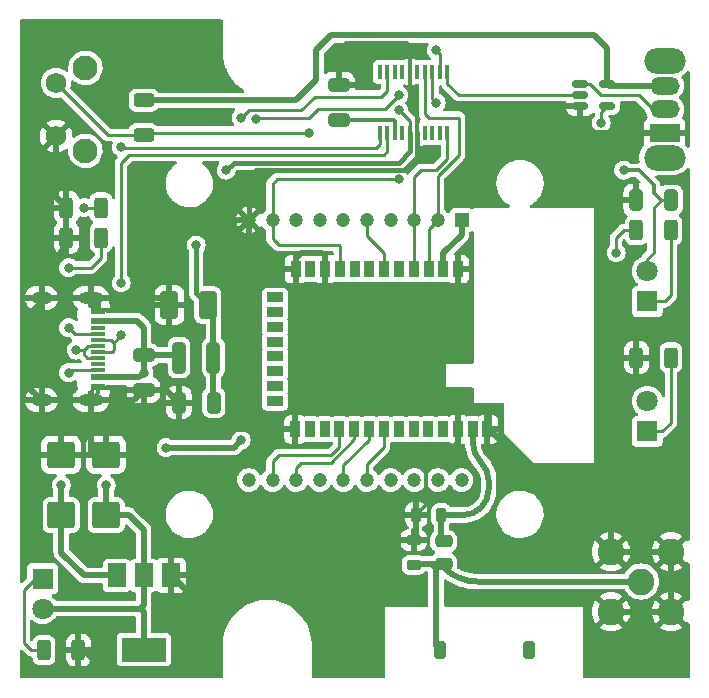
<source format=gbr>
%TF.GenerationSoftware,KiCad,Pcbnew,6.0.10-86aedd382b~118~ubuntu20.04.1*%
%TF.CreationDate,2023-01-16T10:09:37+01:00*%
%TF.ProjectId,Adaptateur-USB-Xbee-2,41646170-7461-4746-9575-722d5553422d,rev?*%
%TF.SameCoordinates,Original*%
%TF.FileFunction,Copper,L1,Top*%
%TF.FilePolarity,Positive*%
%FSLAX46Y46*%
G04 Gerber Fmt 4.6, Leading zero omitted, Abs format (unit mm)*
G04 Created by KiCad (PCBNEW 6.0.10-86aedd382b~118~ubuntu20.04.1) date 2023-01-16 10:09:37*
%MOMM*%
%LPD*%
G01*
G04 APERTURE LIST*
G04 Aperture macros list*
%AMRoundRect*
0 Rectangle with rounded corners*
0 $1 Rounding radius*
0 $2 $3 $4 $5 $6 $7 $8 $9 X,Y pos of 4 corners*
0 Add a 4 corners polygon primitive as box body*
4,1,4,$2,$3,$4,$5,$6,$7,$8,$9,$2,$3,0*
0 Add four circle primitives for the rounded corners*
1,1,$1+$1,$2,$3*
1,1,$1+$1,$4,$5*
1,1,$1+$1,$6,$7*
1,1,$1+$1,$8,$9*
0 Add four rect primitives between the rounded corners*
20,1,$1+$1,$2,$3,$4,$5,0*
20,1,$1+$1,$4,$5,$6,$7,0*
20,1,$1+$1,$6,$7,$8,$9,0*
20,1,$1+$1,$8,$9,$2,$3,0*%
G04 Aperture macros list end*
%TA.AperFunction,SMDPad,CuDef*%
%ADD10RoundRect,0.250000X0.625000X-0.312500X0.625000X0.312500X-0.625000X0.312500X-0.625000X-0.312500X0*%
%TD*%
%TA.AperFunction,ComponentPad*%
%ADD11R,1.200000X1.200000*%
%TD*%
%TA.AperFunction,ComponentPad*%
%ADD12C,1.200000*%
%TD*%
%TA.AperFunction,SMDPad,CuDef*%
%ADD13RoundRect,0.250000X-0.312500X-0.625000X0.312500X-0.625000X0.312500X0.625000X-0.312500X0.625000X0*%
%TD*%
%TA.AperFunction,ComponentPad*%
%ADD14O,3.500000X2.200000*%
%TD*%
%TA.AperFunction,ComponentPad*%
%ADD15R,2.500000X1.500000*%
%TD*%
%TA.AperFunction,ComponentPad*%
%ADD16O,2.500000X1.500000*%
%TD*%
%TA.AperFunction,SMDPad,CuDef*%
%ADD17RoundRect,0.250000X0.925000X-0.875000X0.925000X0.875000X-0.925000X0.875000X-0.925000X-0.875000X0*%
%TD*%
%TA.AperFunction,SMDPad,CuDef*%
%ADD18RoundRect,0.250000X0.650000X-0.325000X0.650000X0.325000X-0.650000X0.325000X-0.650000X-0.325000X0*%
%TD*%
%TA.AperFunction,ComponentPad*%
%ADD19R,1.800000X1.800000*%
%TD*%
%TA.AperFunction,ComponentPad*%
%ADD20C,1.800000*%
%TD*%
%TA.AperFunction,SMDPad,CuDef*%
%ADD21RoundRect,0.250000X-0.325000X-0.650000X0.325000X-0.650000X0.325000X0.650000X-0.325000X0.650000X0*%
%TD*%
%TA.AperFunction,SMDPad,CuDef*%
%ADD22RoundRect,0.208333X-0.291667X-0.541667X0.291667X-0.541667X0.291667X0.541667X-0.291667X0.541667X0*%
%TD*%
%TA.AperFunction,SMDPad,CuDef*%
%ADD23RoundRect,0.250000X0.325000X0.650000X-0.325000X0.650000X-0.325000X-0.650000X0.325000X-0.650000X0*%
%TD*%
%TA.AperFunction,SMDPad,CuDef*%
%ADD24RoundRect,0.218750X-0.218750X-0.381250X0.218750X-0.381250X0.218750X0.381250X-0.218750X0.381250X0*%
%TD*%
%TA.AperFunction,SMDPad,CuDef*%
%ADD25R,1.500000X2.000000*%
%TD*%
%TA.AperFunction,SMDPad,CuDef*%
%ADD26R,3.800000X2.000000*%
%TD*%
%TA.AperFunction,SMDPad,CuDef*%
%ADD27R,1.150000X0.600000*%
%TD*%
%TA.AperFunction,SMDPad,CuDef*%
%ADD28R,1.150000X0.300000*%
%TD*%
%TA.AperFunction,ComponentPad*%
%ADD29O,1.800000X1.000000*%
%TD*%
%TA.AperFunction,ComponentPad*%
%ADD30O,2.100000X1.000000*%
%TD*%
%TA.AperFunction,ComponentPad*%
%ADD31C,2.100000*%
%TD*%
%TA.AperFunction,ComponentPad*%
%ADD32C,1.750000*%
%TD*%
%TA.AperFunction,ComponentPad*%
%ADD33C,2.250000*%
%TD*%
%TA.AperFunction,SMDPad,CuDef*%
%ADD34RoundRect,0.250000X-0.312500X-1.075000X0.312500X-1.075000X0.312500X1.075000X-0.312500X1.075000X0*%
%TD*%
%TA.AperFunction,SMDPad,CuDef*%
%ADD35RoundRect,0.150000X-0.512500X-0.150000X0.512500X-0.150000X0.512500X0.150000X-0.512500X0.150000X0*%
%TD*%
%TA.AperFunction,SMDPad,CuDef*%
%ADD36RoundRect,0.250000X0.312500X0.625000X-0.312500X0.625000X-0.312500X-0.625000X0.312500X-0.625000X0*%
%TD*%
%TA.AperFunction,SMDPad,CuDef*%
%ADD37RoundRect,0.250000X-0.650000X0.325000X-0.650000X-0.325000X0.650000X-0.325000X0.650000X0.325000X0*%
%TD*%
%TA.AperFunction,SMDPad,CuDef*%
%ADD38R,0.400000X1.200000*%
%TD*%
%TA.AperFunction,SMDPad,CuDef*%
%ADD39RoundRect,0.250001X0.499999X0.924999X-0.499999X0.924999X-0.499999X-0.924999X0.499999X-0.924999X0*%
%TD*%
%TA.AperFunction,SMDPad,CuDef*%
%ADD40R,0.840000X1.380000*%
%TD*%
%TA.AperFunction,SMDPad,CuDef*%
%ADD41R,1.380000X0.840000*%
%TD*%
%TA.AperFunction,SMDPad,CuDef*%
%ADD42RoundRect,0.218750X-0.381250X0.218750X-0.381250X-0.218750X0.381250X-0.218750X0.381250X0.218750X0*%
%TD*%
%TA.AperFunction,SMDPad,CuDef*%
%ADD43RoundRect,0.250000X-0.475000X0.250000X-0.475000X-0.250000X0.475000X-0.250000X0.475000X0.250000X0*%
%TD*%
%TA.AperFunction,ViaPad*%
%ADD44C,0.800000*%
%TD*%
%TA.AperFunction,ViaPad*%
%ADD45C,0.700000*%
%TD*%
%TA.AperFunction,Conductor*%
%ADD46C,0.250000*%
%TD*%
%TA.AperFunction,Conductor*%
%ADD47C,0.500000*%
%TD*%
%TA.AperFunction,Conductor*%
%ADD48C,0.400000*%
%TD*%
%TA.AperFunction,Conductor*%
%ADD49C,0.350000*%
%TD*%
%TA.AperFunction,Conductor*%
%ADD50C,0.300000*%
%TD*%
G04 APERTURE END LIST*
D10*
%TO.P,R4,1*%
%TO.N,/~{RESET}*%
X95885000Y-94172500D03*
%TO.P,R4,2*%
%TO.N,+3.3V*%
X95885000Y-91247500D03*
%TD*%
D11*
%TO.P,U3B1,1,VCC*%
%TO.N,+3.3V*%
X122795000Y-101400000D03*
D12*
%TO.P,U3B1,2,DOUT*%
%TO.N,/USART_RXD*%
X120795000Y-101400000D03*
%TO.P,U3B1,3,DIN*%
%TO.N,/USART_TXD*%
X118795000Y-101400000D03*
%TO.P,U3B1,4,DIO12*%
%TO.N,unconnected-(U3B1-Pad4)*%
X116795000Y-101400000D03*
%TO.P,U3B1,5,~{RESET}*%
%TO.N,/~{RESET}*%
X114795000Y-101400000D03*
%TO.P,U3B1,6,RSSI*%
%TO.N,unconnected-(U3B1-Pad6)*%
X112795000Y-101400000D03*
%TO.P,U3B1,7,DIO11*%
%TO.N,unconnected-(U3B1-Pad7)*%
X110795000Y-101400000D03*
%TO.P,U3B1,8*%
%TO.N,N/C*%
X108795000Y-101400000D03*
%TO.P,U3B1,9,~{DTR}/SLEEP_REQ*%
%TO.N,/SLEEP_RQ*%
X106795000Y-101400000D03*
%TO.P,U3B1,10,GND*%
%TO.N,GND*%
X104795000Y-101400000D03*
%TO.P,U3B1,11,DIO4*%
%TO.N,unconnected-(U3B1-Pad11)*%
X104795000Y-123400000D03*
%TO.P,U3B1,12,~{CTS}*%
%TO.N,/USART_CTS*%
X106795000Y-123400000D03*
%TO.P,U3B1,13,~{SLEEP}*%
%TO.N,/~{SLEEP}*%
X108795000Y-123400000D03*
%TO.P,U3B1,14*%
%TO.N,N/C*%
X110795000Y-123400000D03*
%TO.P,U3B1,15,ASSOCIATE*%
%TO.N,/ASSOCIATE*%
X112795000Y-123400000D03*
%TO.P,U3B1,16,~{RTS}*%
%TO.N,/USART_RTS*%
X114795000Y-123400000D03*
%TO.P,U3B1,17,DIO3*%
%TO.N,unconnected-(U3B1-Pad17)*%
X116795000Y-123400000D03*
%TO.P,U3B1,18,DIO2*%
%TO.N,unconnected-(U3B1-Pad18)*%
X118795000Y-123400000D03*
%TO.P,U3B1,19,DIO1*%
%TO.N,unconnected-(U3B1-Pad19)*%
X120795000Y-123400000D03*
%TO.P,U3B1,20,DIO0*%
%TO.N,unconnected-(U3B1-Pad20)*%
X122795000Y-123400000D03*
%TD*%
D13*
%TO.P,R6,1*%
%TO.N,GND*%
X89342500Y-102870000D03*
%TO.P,R6,2*%
%TO.N,Net-(J2-PadB5)*%
X92267500Y-102870000D03*
%TD*%
D14*
%TO.P,SW2,*%
%TO.N,*%
X140000000Y-87900000D03*
X140000000Y-96100000D03*
D15*
%TO.P,SW2,1,A*%
%TO.N,GND*%
X140000000Y-94000000D03*
D16*
%TO.P,SW2,2,B*%
%TO.N,Net-(SW2-Pad2)*%
X140000000Y-92000000D03*
%TO.P,SW2,3,C*%
%TO.N,+3.3V*%
X140000000Y-90000000D03*
%TD*%
D17*
%TO.P,C6,1*%
%TO.N,+3.3V*%
X92710000Y-126375000D03*
%TO.P,C6,2*%
%TO.N,GND*%
X92710000Y-121275000D03*
%TD*%
D18*
%TO.P,C1,1*%
%TO.N,Net-(C1-Pad1)*%
X112395000Y-92915000D03*
%TO.P,C1,2*%
%TO.N,GND*%
X112395000Y-89965000D03*
%TD*%
D19*
%TO.P,D2,1,K*%
%TO.N,Net-(D2-Pad1)*%
X87325000Y-131750000D03*
D20*
%TO.P,D2,2,A*%
%TO.N,+3.3V*%
X87325000Y-134290000D03*
%TD*%
D19*
%TO.P,D1,1,K*%
%TO.N,Net-(D1-Pad1)*%
X138525000Y-108275000D03*
D20*
%TO.P,D1,2,A*%
%TO.N,+3.3V*%
X138525000Y-105735000D03*
%TD*%
D21*
%TO.P,C7,1*%
%TO.N,GND*%
X137590000Y-99695000D03*
%TO.P,C7,2*%
%TO.N,+3.3V*%
X140540000Y-99695000D03*
%TD*%
D22*
%TO.P,AE1,1,FEED*%
%TO.N,Net-(AE1-Pad1)*%
X120975000Y-137795000D03*
%TO.P,AE1,2,PCB_Trace*%
%TO.N,unconnected-(AE1-Pad2)*%
X128475000Y-137795000D03*
%TD*%
D23*
%TO.P,C3,1*%
%TO.N,+5V*%
X101805000Y-116840000D03*
%TO.P,C3,2*%
%TO.N,GND*%
X98855000Y-116840000D03*
%TD*%
D24*
%TO.P,L1,1,1*%
%TO.N,GND*%
X118952500Y-126365000D03*
%TO.P,L1,2,2*%
%TO.N,Net-(U3A1-Pad33)*%
X121077500Y-126365000D03*
%TD*%
D13*
%TO.P,R1,1*%
%TO.N,/~{SLEEP}*%
X137602500Y-102235000D03*
%TO.P,R1,2*%
%TO.N,Net-(D1-Pad1)*%
X140527500Y-102235000D03*
%TD*%
D25*
%TO.P,U2,1,GND*%
%TO.N,GND*%
X98185000Y-131470000D03*
%TO.P,U2,2,VO*%
%TO.N,+3.3V*%
X95885000Y-131470000D03*
D26*
X95885000Y-137770000D03*
D25*
%TO.P,U2,3,VI*%
%TO.N,VCOM*%
X93585000Y-131470000D03*
%TD*%
D27*
%TO.P,J2,A1,GND*%
%TO.N,GND*%
X91987500Y-109105000D03*
%TO.P,J2,A4,VBUS*%
%TO.N,VCOM*%
X91987500Y-109905000D03*
D28*
%TO.P,J2,A5,CC1*%
%TO.N,Net-(J2-PadA5)*%
X91987500Y-111055000D03*
%TO.P,J2,A6,D+*%
%TO.N,/USB_DP*%
X91987500Y-112055000D03*
%TO.P,J2,A7,D-*%
%TO.N,/USB_DM*%
X91987500Y-112555000D03*
%TO.P,J2,A8,SBU1*%
%TO.N,unconnected-(J2-PadA8)*%
X91987500Y-113555000D03*
D27*
%TO.P,J2,A9,VBUS*%
%TO.N,VCOM*%
X91987500Y-114705000D03*
%TO.P,J2,A12,GND*%
%TO.N,GND*%
X91987500Y-115505000D03*
%TO.P,J2,B1,GND*%
X91987500Y-115505000D03*
%TO.P,J2,B4,VBUS*%
%TO.N,VCOM*%
X91987500Y-114705000D03*
D28*
%TO.P,J2,B5,CC2*%
%TO.N,Net-(J2-PadB5)*%
X91987500Y-114055000D03*
%TO.P,J2,B6,D+*%
%TO.N,/USB_DP*%
X91987500Y-113055000D03*
%TO.P,J2,B7,D-*%
%TO.N,/USB_DM*%
X91987500Y-111555000D03*
%TO.P,J2,B8,SBU2*%
%TO.N,unconnected-(J2-PadB8)*%
X91987500Y-110555000D03*
D27*
%TO.P,J2,B9,VBUS*%
%TO.N,VCOM*%
X91987500Y-109905000D03*
%TO.P,J2,B12,GND*%
%TO.N,GND*%
X91987500Y-109105000D03*
D29*
%TO.P,J2,S1,SHIELD*%
X87237500Y-116635000D03*
D30*
X91417500Y-116625000D03*
D29*
X87237500Y-107985000D03*
D30*
X91417500Y-107985000D03*
%TD*%
D31*
%TO.P,SW1,*%
%TO.N,*%
X90952500Y-88515000D03*
X90952500Y-95525000D03*
D32*
%TO.P,SW1,1,1*%
%TO.N,GND*%
X88462500Y-94275000D03*
%TO.P,SW1,2,2*%
%TO.N,/~{RESET}*%
X88462500Y-89775000D03*
%TD*%
D17*
%TO.P,C5,1*%
%TO.N,VCOM*%
X88900000Y-126375000D03*
%TO.P,C5,2*%
%TO.N,GND*%
X88900000Y-121275000D03*
%TD*%
D33*
%TO.P,J1,1,In*%
%TO.N,Net-(AE1-Pad1)*%
X138000000Y-132000000D03*
%TO.P,J1,2,Ext*%
%TO.N,GND*%
X135460000Y-134540000D03*
X135460000Y-129460000D03*
X140540000Y-129460000D03*
X140540000Y-134540000D03*
%TD*%
D34*
%TO.P,FB1,1*%
%TO.N,VCOM*%
X98867500Y-113030000D03*
%TO.P,FB1,2*%
%TO.N,+5V*%
X101792500Y-113030000D03*
%TD*%
D35*
%TO.P,U4,1*%
%TO.N,Net-(SW2-Pad2)*%
X132847500Y-89855000D03*
%TO.P,U4,2*%
%TO.N,/USART_DTR*%
X132847500Y-90805000D03*
%TO.P,U4,3,GND*%
%TO.N,GND*%
X132847500Y-91755000D03*
%TO.P,U4,4*%
%TO.N,/SLEEP_RQ*%
X135122500Y-91755000D03*
%TO.P,U4,5,VCC*%
%TO.N,+3.3V*%
X135122500Y-89855000D03*
%TD*%
D13*
%TO.P,R5,1*%
%TO.N,GND*%
X89342500Y-100330000D03*
%TO.P,R5,2*%
%TO.N,Net-(J2-PadA5)*%
X92267500Y-100330000D03*
%TD*%
D36*
%TO.P,R2,1*%
%TO.N,GND*%
X90362500Y-137795000D03*
%TO.P,R2,2*%
%TO.N,Net-(D2-Pad1)*%
X87437500Y-137795000D03*
%TD*%
D37*
%TO.P,C2,1*%
%TO.N,VCOM*%
X95885000Y-112825000D03*
%TO.P,C2,2*%
%TO.N,GND*%
X95885000Y-115775000D03*
%TD*%
D38*
%TO.P,U1,1,~{DTR}*%
%TO.N,/USART_DTR*%
X121602500Y-88840000D03*
%TO.P,U1,2,~{RTS}*%
%TO.N,/USART_RTS*%
X120967500Y-88840000D03*
%TO.P,U1,3,VCCIO*%
%TO.N,+5V*%
X120332500Y-88840000D03*
%TO.P,U1,4,RXD*%
%TO.N,/USART_RXD*%
X119697500Y-88840000D03*
%TO.P,U1,5,~{RI}*%
%TO.N,unconnected-(U1-Pad5)*%
X119062500Y-88840000D03*
%TO.P,U1,6,GND*%
%TO.N,GND*%
X118427500Y-88840000D03*
%TO.P,U1,7,~{DSR}*%
%TO.N,unconnected-(U1-Pad7)*%
X117792500Y-88840000D03*
%TO.P,U1,8,~{DCD}*%
%TO.N,unconnected-(U1-Pad8)*%
X117157500Y-88840000D03*
%TO.P,U1,9,~{CTS}*%
%TO.N,/USART_CTS*%
X116522500Y-88840000D03*
%TO.P,U1,10,CBUS2*%
%TO.N,unconnected-(U1-Pad10)*%
X115887500Y-88840000D03*
%TO.P,U1,11,USBDP*%
%TO.N,/USB_DP*%
X115887500Y-94040000D03*
%TO.P,U1,12,USBDM*%
%TO.N,/USB_DM*%
X116522500Y-94040000D03*
%TO.P,U1,13,3V3OUT*%
%TO.N,Net-(C1-Pad1)*%
X117157500Y-94040000D03*
%TO.P,U1,14,~{RESET}*%
%TO.N,unconnected-(U1-Pad14)*%
X117792500Y-94040000D03*
%TO.P,U1,15,VCC*%
%TO.N,+5V*%
X118427500Y-94040000D03*
%TO.P,U1,16,GND*%
%TO.N,GND*%
X119062500Y-94040000D03*
%TO.P,U1,17,CBUS1*%
%TO.N,unconnected-(U1-Pad17)*%
X119697500Y-94040000D03*
%TO.P,U1,18,CBUS0*%
%TO.N,unconnected-(U1-Pad18)*%
X120332500Y-94040000D03*
%TO.P,U1,19,CBUS3*%
%TO.N,unconnected-(U1-Pad19)*%
X120967500Y-94040000D03*
%TO.P,U1,20,TXD*%
%TO.N,/USART_TXD*%
X121602500Y-94040000D03*
%TD*%
D39*
%TO.P,C4,1*%
%TO.N,+5V*%
X101320000Y-108585000D03*
%TO.P,C4,2*%
%TO.N,GND*%
X98070000Y-108585000D03*
%TD*%
D40*
%TO.P,U3A1,1,GND*%
%TO.N,GND*%
X122494000Y-105550000D03*
%TO.P,U3A1,2,VCC*%
%TO.N,+3.3V*%
X121249400Y-105550000D03*
%TO.P,U3A1,3,DIO13/UART_TX*%
%TO.N,/USART_RXD*%
X120004800Y-105550000D03*
%TO.P,U3A1,4,DIO14/UART_RX/~{CONFIG}*%
%TO.N,/USART_TXD*%
X118760200Y-105550000D03*
%TO.P,U3A1,5,DIO12*%
%TO.N,unconnected-(U3A1-Pad5)*%
X117490200Y-105550000D03*
%TO.P,U3A1,6,~{RESET}*%
%TO.N,/~{RESET}*%
X116245600Y-105550000D03*
%TO.P,U3A1,7,NC*%
%TO.N,unconnected-(U3A1-Pad7)*%
X115001000Y-105550000D03*
%TO.P,U3A1,8,NC*%
%TO.N,unconnected-(U3A1-Pad8)*%
X113756400Y-105550000D03*
%TO.P,U3A1,9,~{DTR}/DIO8/SLEEP_RQ*%
%TO.N,/SLEEP_RQ*%
X112486400Y-105550000D03*
%TO.P,U3A1,10,GND*%
%TO.N,GND*%
X111241800Y-105550000D03*
%TO.P,U3A1,11,DIO19/SPI_~{ATTN}*%
%TO.N,unconnected-(U3A1-Pad11)*%
X109997200Y-105550000D03*
%TO.P,U3A1,12,GND*%
%TO.N,GND*%
X108752600Y-105550000D03*
D41*
%TO.P,U3A1,13,DIO18/SPI_CLK*%
%TO.N,unconnected-(U3A1-Pad13)*%
X107000000Y-107937600D03*
%TO.P,U3A1,14,DIO17/SPI_~{SSEL}*%
%TO.N,unconnected-(U3A1-Pad14)*%
X107000000Y-109182200D03*
%TO.P,U3A1,15,DIO16/SPI_MOSI*%
%TO.N,unconnected-(U3A1-Pad15)*%
X107000000Y-110426800D03*
%TO.P,U3A1,16,DIO15/SPI_MISO*%
%TO.N,unconnected-(U3A1-Pad16)*%
X107000000Y-111696800D03*
%TO.P,U3A1,17,NC*%
%TO.N,unconnected-(U3A1-Pad17)*%
X107000000Y-112941400D03*
%TO.P,U3A1,18,NC*%
%TO.N,unconnected-(U3A1-Pad18)*%
X107000000Y-114186000D03*
%TO.P,U3A1,19,NC*%
%TO.N,unconnected-(U3A1-Pad19)*%
X107000000Y-115456000D03*
%TO.P,U3A1,20,NC*%
%TO.N,unconnected-(U3A1-Pad20)*%
X107000000Y-116700600D03*
D40*
%TO.P,U3A1,21,GND*%
%TO.N,GND*%
X108727200Y-119113600D03*
%TO.P,U3A1,22,NC*%
%TO.N,unconnected-(U3A1-Pad22)*%
X109971800Y-119113600D03*
%TO.P,U3A1,23,DIO4*%
%TO.N,unconnected-(U3A1-Pad23)*%
X111216400Y-119113600D03*
%TO.P,U3A1,24,DIO7/~{CTS}*%
%TO.N,/USART_CTS*%
X112461000Y-119113600D03*
%TO.P,U3A1,25,DIO9/ON/~{SLEEP}*%
%TO.N,/~{SLEEP}*%
X113731000Y-119113600D03*
%TO.P,U3A1,26,DIO5/ASSOCIATE*%
%TO.N,/ASSOCIATE*%
X114975600Y-119113600D03*
%TO.P,U3A1,27,DIO6/~{RTS}*%
%TO.N,/USART_RTS*%
X116220200Y-119113600D03*
%TO.P,U3A1,28,DIO3/AD3*%
%TO.N,unconnected-(U3A1-Pad28)*%
X117464800Y-119113600D03*
%TO.P,U3A1,29,DIO2/AD2*%
%TO.N,unconnected-(U3A1-Pad29)*%
X118734800Y-119113600D03*
%TO.P,U3A1,30,DIO1/AD1*%
%TO.N,unconnected-(U3A1-Pad30)*%
X119979400Y-119113600D03*
%TO.P,U3A1,31,DIO0/AD0*%
%TO.N,unconnected-(U3A1-Pad31)*%
X121224000Y-119113600D03*
%TO.P,U3A1,32,GND*%
%TO.N,GND*%
X122494000Y-119113600D03*
%TO.P,U3A1,33,RF*%
%TO.N,Net-(U3A1-Pad33)*%
X123738600Y-119113600D03*
%TO.P,U3A1,34,GND*%
%TO.N,GND*%
X124983200Y-119113600D03*
%TD*%
D19*
%TO.P,D3,1,K*%
%TO.N,Net-(D3-Pad1)*%
X138525000Y-119275000D03*
D20*
%TO.P,D3,2,A*%
%TO.N,/ASSOCIATE*%
X138525000Y-116735000D03*
%TD*%
D13*
%TO.P,R3,1*%
%TO.N,GND*%
X137602500Y-113030000D03*
%TO.P,R3,2*%
%TO.N,Net-(D3-Pad1)*%
X140527500Y-113030000D03*
%TD*%
D42*
%TO.P,L2,1,1*%
%TO.N,GND*%
X118745000Y-128477500D03*
%TO.P,L2,2,2*%
%TO.N,Net-(AE1-Pad1)*%
X118745000Y-130602500D03*
%TD*%
D43*
%TO.P,C8,1*%
%TO.N,Net-(U3A1-Pad33)*%
X121285000Y-128590000D03*
%TO.P,C8,2*%
%TO.N,Net-(AE1-Pad1)*%
X121285000Y-130490000D03*
%TD*%
D44*
%TO.N,+5V*%
X100330000Y-103505000D03*
X120650000Y-91440000D03*
X102870000Y-97155000D03*
X117475000Y-92075000D03*
D45*
%TO.N,GND*%
X117348000Y-128016000D03*
X132080000Y-133096000D03*
X133858000Y-130810000D03*
X118618000Y-132080000D03*
X122682000Y-120904000D03*
X120650000Y-124968000D03*
X117348000Y-131064000D03*
X117348000Y-129540000D03*
D44*
X105041400Y-119113600D03*
X122555000Y-117475000D03*
D45*
X126238000Y-123952000D03*
D44*
X104775000Y-106045000D03*
X104775000Y-115570000D03*
X108585000Y-117475000D03*
D45*
X121920000Y-133096000D03*
X130302000Y-133096000D03*
X125222000Y-120904000D03*
D44*
X122494000Y-107376000D03*
D45*
X133858000Y-133096000D03*
X126238000Y-130810000D03*
X128270000Y-130810000D03*
X132080000Y-130810000D03*
X123444000Y-124968000D03*
X118872000Y-124968000D03*
X117348000Y-126492000D03*
D44*
X120650000Y-114935000D03*
X111241800Y-107431800D03*
D45*
X123190000Y-130556000D03*
X128270000Y-133096000D03*
X122936000Y-129032000D03*
X130302000Y-130810000D03*
X122174000Y-124968000D03*
X124460000Y-133096000D03*
X122682000Y-121920000D03*
X126238000Y-133096000D03*
X124460000Y-130810000D03*
D44*
X104775000Y-110490000D03*
D45*
X117348000Y-124968000D03*
X124206000Y-127254000D03*
X119380000Y-133096000D03*
X125984000Y-122174000D03*
X122428000Y-127508000D03*
D44*
%TO.N,VCOM*%
X95885000Y-114300000D03*
X88900000Y-123825000D03*
%TO.N,+3.3V*%
X136525000Y-97155000D03*
X97790000Y-120650000D03*
X92710000Y-123825000D03*
X104140000Y-120015000D03*
%TO.N,/USART_RTS*%
X120650000Y-86995000D03*
X117475000Y-90805000D03*
X105410000Y-92799500D03*
%TO.N,/USART_CTS*%
X104140000Y-92710000D03*
%TO.N,/USB_DP*%
X90170000Y-112395000D03*
X93980000Y-95210500D03*
%TO.N,/USB_DM*%
X93980000Y-106680000D03*
X93980000Y-111125000D03*
%TO.N,/~{SLEEP}*%
X135890000Y-104140000D03*
%TO.N,/~{RESET}*%
X109855000Y-93980000D03*
%TO.N,/SLEEP_RQ*%
X117475000Y-97954500D03*
X134620000Y-93150500D03*
%TO.N,Net-(J2-PadA5)*%
X89535000Y-110490000D03*
X90805000Y-100330000D03*
%TO.N,Net-(J2-PadB5)*%
X89535000Y-114300000D03*
X89535000Y-105410000D03*
%TD*%
D46*
%TO.N,/USB_DP*%
X93980000Y-95210500D02*
X94019500Y-95250000D01*
X94019500Y-95250000D02*
X115570000Y-95250000D01*
X115570000Y-95250000D02*
X115887500Y-94932500D01*
X115887500Y-94932500D02*
X115887500Y-94040000D01*
D47*
%TO.N,+3.3V*%
X104140000Y-120015000D02*
X103505000Y-120650000D01*
X103505000Y-120650000D02*
X97790000Y-120650000D01*
D46*
%TO.N,+5V*%
X118427500Y-94040000D02*
X118427500Y-93027500D01*
D48*
X100330000Y-103505000D02*
X100330000Y-107595000D01*
D46*
X120332500Y-91122500D02*
X120650000Y-91440000D01*
D48*
X100330000Y-107595000D02*
X101320000Y-108585000D01*
X118427500Y-95567500D02*
X118427500Y-94040000D01*
X117475000Y-96520000D02*
X118427500Y-95567500D01*
D47*
X101792500Y-116827500D02*
X101805000Y-116840000D01*
X101792500Y-109057500D02*
X101320000Y-108585000D01*
X101792500Y-113030000D02*
X101792500Y-109057500D01*
D48*
X102870000Y-97155000D02*
X103505000Y-96520000D01*
X103505000Y-96520000D02*
X117475000Y-96520000D01*
D46*
X120332500Y-88840000D02*
X120332500Y-91122500D01*
D47*
X101792500Y-113030000D02*
X101792500Y-116827500D01*
D46*
X118427500Y-93027500D02*
X117475000Y-92075000D01*
D47*
%TO.N,GND*%
X135255000Y-113030000D02*
X135460000Y-113235000D01*
X97470000Y-107985000D02*
X98070000Y-108585000D01*
D49*
X118952500Y-126365000D02*
X119770000Y-125547500D01*
D47*
X125095000Y-117475000D02*
X125095000Y-119113600D01*
X125095000Y-119113600D02*
X124983200Y-119113600D01*
X120650000Y-116205000D02*
X121920000Y-117475000D01*
X111241800Y-107431800D02*
X111821000Y-108011000D01*
X87237500Y-105802500D02*
X87237500Y-107985000D01*
X135255000Y-99695000D02*
X137590000Y-99695000D01*
X122494000Y-105550000D02*
X122494000Y-107376000D01*
D49*
X91407500Y-116635000D02*
X91417500Y-116625000D01*
D47*
X97790000Y-115775000D02*
X98855000Y-116840000D01*
X140540000Y-134540000D02*
X135460000Y-134540000D01*
X89342500Y-103697500D02*
X87237500Y-105802500D01*
D49*
X87237500Y-116635000D02*
X91407500Y-116635000D01*
X91987500Y-108555000D02*
X91417500Y-107985000D01*
D48*
X104795000Y-97770000D02*
X104795000Y-101400000D01*
D47*
X122494000Y-119113600D02*
X122494000Y-117475000D01*
D49*
X87237500Y-107985000D02*
X91417500Y-107985000D01*
D47*
X140000000Y-94000000D02*
X135235000Y-94000000D01*
X122494000Y-117475000D02*
X122555000Y-117475000D01*
X87237500Y-108342500D02*
X86360000Y-109220000D01*
X135460000Y-129460000D02*
X125113600Y-119113600D01*
X98070000Y-103225000D02*
X99895000Y-101400000D01*
X104795000Y-104160000D02*
X106185000Y-105550000D01*
X89342500Y-102870000D02*
X89342500Y-103697500D01*
X118952500Y-126365000D02*
X118952500Y-128270000D01*
X90362500Y-137795000D02*
X90805000Y-137795000D01*
X122494000Y-108011000D02*
X122494000Y-111064000D01*
X135235000Y-94000000D02*
X134620000Y-94615000D01*
X120650000Y-114935000D02*
X120650000Y-116205000D01*
D48*
X112395000Y-89965000D02*
X112395000Y-86995000D01*
D47*
X135235000Y-94000000D02*
X134005000Y-94000000D01*
D49*
X118427500Y-91757500D02*
X118427500Y-88840000D01*
D47*
X135460000Y-113235000D02*
X135460000Y-129460000D01*
X135255000Y-113030000D02*
X134620000Y-112395000D01*
D49*
X91987500Y-109105000D02*
X91987500Y-108555000D01*
D47*
X89342500Y-100330000D02*
X89342500Y-102870000D01*
X111821000Y-108011000D02*
X122494000Y-108011000D01*
X99695000Y-138430000D02*
X99695000Y-132980000D01*
D49*
X122555000Y-119174600D02*
X122494000Y-119113600D01*
X91417500Y-121262500D02*
X91440000Y-121285000D01*
D47*
X88462500Y-94275000D02*
X88462500Y-99450000D01*
X122494000Y-107376000D02*
X122494000Y-108011000D01*
X99695000Y-132980000D02*
X98185000Y-131470000D01*
X98425000Y-139700000D02*
X99695000Y-138430000D01*
X134620000Y-99162500D02*
X135152500Y-99695000D01*
X140540000Y-129460000D02*
X140540000Y-134540000D01*
X132847500Y-92842500D02*
X132847500Y-91755000D01*
D49*
X119770000Y-125547500D02*
X119770000Y-122800000D01*
D47*
X94605000Y-121275000D02*
X95250000Y-121920000D01*
X111021800Y-104140000D02*
X111241800Y-104360000D01*
X106185000Y-105550000D02*
X108752600Y-105550000D01*
D49*
X91987500Y-116055000D02*
X91417500Y-116625000D01*
D47*
X140540000Y-129460000D02*
X135460000Y-129460000D01*
D49*
X119062500Y-92392500D02*
X118427500Y-91757500D01*
D47*
X137602500Y-113030000D02*
X135255000Y-113030000D01*
X87237500Y-107985000D02*
X87237500Y-108342500D01*
X111241800Y-104360000D02*
X111241800Y-105550000D01*
D48*
X105410000Y-97155000D02*
X104795000Y-97770000D01*
X112395000Y-86995000D02*
X113030000Y-86360000D01*
D47*
X122494000Y-111064000D02*
X120650000Y-112908000D01*
X92710000Y-121275000D02*
X94605000Y-121275000D01*
X88462500Y-99450000D02*
X89342500Y-100330000D01*
D48*
X119062500Y-94040000D02*
X119062500Y-96202500D01*
D47*
X88900000Y-121275000D02*
X92710000Y-121275000D01*
X95250000Y-125730000D02*
X98185000Y-128665000D01*
X92710000Y-139700000D02*
X98425000Y-139700000D01*
X95250000Y-121920000D02*
X95250000Y-125730000D01*
D49*
X91987500Y-115505000D02*
X91987500Y-116055000D01*
D47*
X91417500Y-107985000D02*
X97470000Y-107985000D01*
X108727200Y-119113600D02*
X105041400Y-119113600D01*
D48*
X119062500Y-96202500D02*
X118110000Y-97155000D01*
D47*
X98070000Y-108585000D02*
X98070000Y-103225000D01*
X135152500Y-99695000D02*
X137590000Y-99695000D01*
X120650000Y-112908000D02*
X120650000Y-114935000D01*
X98185000Y-128665000D02*
X98185000Y-131470000D01*
X118745000Y-126365000D02*
X118952500Y-126365000D01*
X99895000Y-101400000D02*
X104795000Y-101400000D01*
X125113600Y-119113600D02*
X124983200Y-119113600D01*
X99428600Y-119113600D02*
X98855000Y-118540000D01*
D49*
X119770000Y-122800000D02*
X122555000Y-120015000D01*
D47*
X98855000Y-118540000D02*
X98855000Y-116840000D01*
X134005000Y-94000000D02*
X132847500Y-92842500D01*
X111241800Y-105550000D02*
X111241800Y-107431800D01*
X108752600Y-105550000D02*
X108752600Y-104607400D01*
X86360000Y-115757500D02*
X87237500Y-116635000D01*
X105041400Y-119113600D02*
X99428600Y-119113600D01*
D49*
X118427500Y-86677500D02*
X118427500Y-88840000D01*
D47*
X90805000Y-137795000D02*
X92710000Y-139700000D01*
X122555000Y-117475000D02*
X125095000Y-117475000D01*
X134620000Y-112395000D02*
X134620000Y-100330000D01*
X86360000Y-109220000D02*
X86360000Y-115757500D01*
D49*
X119062500Y-94040000D02*
X119062500Y-92392500D01*
D47*
X108752600Y-104607400D02*
X109220000Y-104140000D01*
X109220000Y-104140000D02*
X111021800Y-104140000D01*
X121920000Y-117475000D02*
X122494000Y-117475000D01*
D49*
X122555000Y-120015000D02*
X122555000Y-119174600D01*
D47*
X134620000Y-94615000D02*
X134620000Y-99162500D01*
D49*
X118110000Y-86360000D02*
X118427500Y-86677500D01*
D47*
X104795000Y-101400000D02*
X104795000Y-104160000D01*
D48*
X113030000Y-86360000D02*
X118110000Y-86360000D01*
D47*
X95035000Y-116625000D02*
X91417500Y-116625000D01*
X95885000Y-115775000D02*
X95035000Y-116625000D01*
X118952500Y-128270000D02*
X118745000Y-128477500D01*
D48*
X118110000Y-97155000D02*
X105410000Y-97155000D01*
D47*
X95885000Y-115775000D02*
X97790000Y-115775000D01*
X134620000Y-100330000D02*
X135255000Y-99695000D01*
X91417500Y-116625000D02*
X91417500Y-121262500D01*
%TO.N,VCOM*%
X91987500Y-109905000D02*
X95300000Y-109905000D01*
X91987500Y-114705000D02*
X95480000Y-114705000D01*
X98662500Y-112825000D02*
X98867500Y-113030000D01*
X88900000Y-129540000D02*
X90830000Y-131470000D01*
X88900000Y-126375000D02*
X88900000Y-123825000D01*
X95885000Y-112825000D02*
X98662500Y-112825000D01*
X95480000Y-114705000D02*
X95885000Y-114300000D01*
X95300000Y-109905000D02*
X95885000Y-110490000D01*
X95885000Y-110490000D02*
X95885000Y-112825000D01*
X95885000Y-114300000D02*
X95885000Y-112825000D01*
X88900000Y-126375000D02*
X88900000Y-129540000D01*
X90830000Y-131470000D02*
X93585000Y-131470000D01*
D46*
%TO.N,+3.3V*%
X139700000Y-99695000D02*
X140540000Y-99695000D01*
D47*
X121249400Y-105550000D02*
X121249400Y-104175600D01*
X95580000Y-134290000D02*
X95885000Y-133985000D01*
X95885000Y-127635000D02*
X95885000Y-131470000D01*
D50*
X139065000Y-99060000D02*
X139065000Y-98425000D01*
D47*
X111775000Y-85710000D02*
X133970000Y-85710000D01*
X122795000Y-102630000D02*
X122795000Y-101400000D01*
D50*
X139700000Y-99695000D02*
X139065000Y-99060000D01*
D47*
X92710000Y-126375000D02*
X94625000Y-126375000D01*
X95885000Y-137770000D02*
X95885000Y-134595000D01*
X135267500Y-90000000D02*
X135122500Y-89855000D01*
X87325000Y-134290000D02*
X95580000Y-134290000D01*
X95885000Y-133985000D02*
X95885000Y-131470000D01*
D50*
X139065000Y-98425000D02*
X137795000Y-97155000D01*
D47*
X108777500Y-91247500D02*
X110490000Y-89535000D01*
X95885000Y-91247500D02*
X108777500Y-91247500D01*
X94625000Y-126375000D02*
X95885000Y-127635000D01*
D46*
X139065000Y-100330000D02*
X139700000Y-99695000D01*
D47*
X92710000Y-123825000D02*
X92710000Y-126375000D01*
X135122500Y-86862500D02*
X135122500Y-89855000D01*
X110490000Y-89535000D02*
X110490000Y-86995000D01*
D46*
X139065000Y-104140000D02*
X139065000Y-100330000D01*
X138525000Y-104680000D02*
X139065000Y-104140000D01*
D50*
X137795000Y-97155000D02*
X136525000Y-97155000D01*
D47*
X121249400Y-104175600D02*
X122795000Y-102630000D01*
X95885000Y-134595000D02*
X95580000Y-134290000D01*
X140000000Y-90000000D02*
X135267500Y-90000000D01*
X133970000Y-85710000D02*
X135122500Y-86862500D01*
D46*
X138525000Y-105735000D02*
X138525000Y-104680000D01*
D47*
X110490000Y-86995000D02*
X111775000Y-85710000D01*
D46*
%TO.N,Net-(D2-Pad1)*%
X87437500Y-137795000D02*
X86360000Y-137795000D01*
X86360000Y-137795000D02*
X85725000Y-137160000D01*
X85725000Y-137160000D02*
X85725000Y-132715000D01*
X86690000Y-131750000D02*
X87325000Y-131750000D01*
X85725000Y-132715000D02*
X86690000Y-131750000D01*
%TO.N,Net-(D1-Pad1)*%
X140010000Y-108275000D02*
X138525000Y-108275000D01*
X140527500Y-102235000D02*
X140527500Y-107757500D01*
X140527500Y-107757500D02*
X140010000Y-108275000D01*
%TO.N,/USART_RTS*%
X109855000Y-92710000D02*
X110617000Y-91948000D01*
X120650000Y-86995000D02*
X120967500Y-87312500D01*
X114795000Y-123400000D02*
X114795000Y-122060000D01*
X114795000Y-122060000D02*
X116220200Y-120634800D01*
X116220200Y-120634800D02*
X116220200Y-119113600D01*
X120967500Y-87312500D02*
X120967500Y-88840000D01*
X105499500Y-92710000D02*
X109855000Y-92710000D01*
X105410000Y-92799500D02*
X105499500Y-92710000D01*
X110617000Y-91948000D02*
X116332000Y-91948000D01*
X116332000Y-91948000D02*
X117475000Y-90805000D01*
%TO.N,/USART_RXD*%
X122555000Y-95886396D02*
X120795000Y-97646396D01*
X120795000Y-101400000D02*
X120004800Y-102190200D01*
X119697500Y-92392500D02*
X120015000Y-92710000D01*
X122555000Y-92710000D02*
X122555000Y-95886396D01*
X120004800Y-102190200D02*
X120004800Y-105550000D01*
X120795000Y-97646396D02*
X120795000Y-101400000D01*
X119697500Y-88840000D02*
X119697500Y-92392500D01*
X120015000Y-92710000D02*
X122555000Y-92710000D01*
%TO.N,Net-(D3-Pad1)*%
X140527500Y-118552500D02*
X139805000Y-119275000D01*
X139805000Y-119275000D02*
X138525000Y-119275000D01*
X140527500Y-113030000D02*
X140527500Y-118552500D01*
%TO.N,/USART_CTS*%
X107315000Y-121285000D02*
X111760000Y-121285000D01*
X112461000Y-120584000D02*
X112461000Y-119113600D01*
X106795000Y-121805000D02*
X107315000Y-121285000D01*
X110363000Y-90932000D02*
X116014500Y-90932000D01*
X104775000Y-92075000D02*
X109220000Y-92075000D01*
X111760000Y-121285000D02*
X112461000Y-120584000D01*
X116014500Y-90932000D02*
X116522500Y-90424000D01*
X106795000Y-123400000D02*
X106795000Y-121805000D01*
X116522500Y-90424000D02*
X116522500Y-88840000D01*
X104140000Y-92710000D02*
X104775000Y-92075000D01*
X109220000Y-92075000D02*
X110363000Y-90932000D01*
%TO.N,/USB_DP*%
X91987500Y-112055000D02*
X91145000Y-112055000D01*
X90805000Y-112747500D02*
X91112500Y-113055000D01*
X90805000Y-112395000D02*
X90170000Y-112395000D01*
X91145000Y-112055000D02*
X90805000Y-112395000D01*
X91112500Y-113055000D02*
X91987500Y-113055000D01*
X90805000Y-112395000D02*
X90805000Y-112747500D01*
%TO.N,/USB_DM*%
X93140000Y-111555000D02*
X91987500Y-111555000D01*
X116205000Y-95885000D02*
X116522500Y-95567500D01*
X93185000Y-112555000D02*
X93345000Y-112395000D01*
X93980000Y-96520000D02*
X94615000Y-95885000D01*
X94615000Y-95885000D02*
X116205000Y-95885000D01*
X116522500Y-95567500D02*
X116522500Y-94040000D01*
X93345000Y-111760000D02*
X93980000Y-111125000D01*
X93980000Y-106680000D02*
X93980000Y-96520000D01*
X93345000Y-112395000D02*
X93345000Y-111760000D01*
X93345000Y-111760000D02*
X93140000Y-111555000D01*
X91987500Y-112555000D02*
X93185000Y-112555000D01*
D49*
%TO.N,Net-(C1-Pad1)*%
X117045000Y-92915000D02*
X112395000Y-92915000D01*
X117157500Y-94040000D02*
X117157500Y-93027500D01*
X117157500Y-93027500D02*
X117045000Y-92915000D01*
D46*
%TO.N,/USART_TXD*%
X118795000Y-101400000D02*
X118795000Y-105515200D01*
X119380000Y-97155000D02*
X118795000Y-97740000D01*
X121602500Y-96202500D02*
X120650000Y-97155000D01*
X118795000Y-105515200D02*
X118760200Y-105550000D01*
X120650000Y-97155000D02*
X119380000Y-97155000D01*
X121602500Y-94040000D02*
X121602500Y-96202500D01*
X118795000Y-97740000D02*
X118795000Y-101400000D01*
%TO.N,/ASSOCIATE*%
X112795000Y-122155000D02*
X114975600Y-119974400D01*
X112795000Y-123400000D02*
X112795000Y-122155000D01*
X114975600Y-119974400D02*
X114975600Y-119113600D01*
%TO.N,/~{SLEEP}*%
X111761396Y-121920000D02*
X113731000Y-119950396D01*
X108795000Y-122345000D02*
X109220000Y-121920000D01*
X109220000Y-121920000D02*
X111761396Y-121920000D01*
X136525000Y-102235000D02*
X135890000Y-102870000D01*
X137602500Y-102235000D02*
X136525000Y-102235000D01*
X135890000Y-102870000D02*
X135890000Y-104140000D01*
X108795000Y-123400000D02*
X108795000Y-122345000D01*
X113731000Y-119950396D02*
X113731000Y-119113600D01*
%TO.N,/~{RESET}*%
X116245600Y-104180600D02*
X116245600Y-105550000D01*
X114795000Y-102730000D02*
X116245600Y-104180600D01*
X96077500Y-93980000D02*
X109855000Y-93980000D01*
X95885000Y-94172500D02*
X92860000Y-94172500D01*
X95885000Y-94172500D02*
X96077500Y-93980000D01*
X114795000Y-101400000D02*
X114795000Y-102730000D01*
X92860000Y-94172500D02*
X88462500Y-89775000D01*
%TO.N,Net-(SW2-Pad2)*%
X132847500Y-89855000D02*
X133670000Y-89855000D01*
X137795000Y-90805000D02*
X139065000Y-92075000D01*
X133670000Y-89855000D02*
X134620000Y-90805000D01*
X134620000Y-90805000D02*
X137795000Y-90805000D01*
%TO.N,/USART_DTR*%
X121602500Y-88840000D02*
X121602500Y-89852500D01*
X121602500Y-89852500D02*
X122555000Y-90805000D01*
X122555000Y-90805000D02*
X132847500Y-90805000D01*
%TO.N,/SLEEP_RQ*%
X106795000Y-101400000D02*
X106795000Y-102985000D01*
X134620000Y-92257500D02*
X135122500Y-91755000D01*
X106795000Y-98310000D02*
X107150500Y-97954500D01*
X112486400Y-103596400D02*
X112486400Y-105550000D01*
X134620000Y-93150500D02*
X134620000Y-92257500D01*
X107150500Y-97954500D02*
X117475000Y-97954500D01*
X112395000Y-103505000D02*
X112486400Y-103596400D01*
X106795000Y-101400000D02*
X106795000Y-98310000D01*
X107315000Y-103505000D02*
X112395000Y-103505000D01*
X106795000Y-102985000D02*
X107315000Y-103505000D01*
%TO.N,Net-(J2-PadA5)*%
X90805000Y-100330000D02*
X92267500Y-100330000D01*
X91987500Y-111055000D02*
X90100000Y-111055000D01*
X90100000Y-111055000D02*
X89535000Y-110490000D01*
%TO.N,Net-(J2-PadB5)*%
X91440000Y-105410000D02*
X92267500Y-104582500D01*
X89535000Y-105410000D02*
X91440000Y-105410000D01*
X91987500Y-114055000D02*
X89780000Y-114055000D01*
X89780000Y-114055000D02*
X89535000Y-114300000D01*
X92267500Y-104582500D02*
X92267500Y-102870000D01*
D47*
%TO.N,Net-(AE1-Pad1)*%
X138000000Y-132000000D02*
X124157914Y-132000000D01*
X121285000Y-130490000D02*
X120330000Y-130490000D01*
X120650000Y-130810000D02*
X120650000Y-137470000D01*
X120650000Y-137470000D02*
X120975000Y-137795000D01*
X121285000Y-130810000D02*
X121285000Y-130490000D01*
X120330000Y-130490000D02*
X120650000Y-130810000D01*
X120330000Y-130490000D02*
X119016599Y-130490000D01*
X118745000Y-130602500D02*
G75*
G02*
X119016599Y-130490000I271600J-271600D01*
G01*
X121284996Y-130810004D02*
G75*
G03*
X124157914Y-132000000I2872904J2872904D01*
G01*
%TO.N,Net-(U3A1-Pad33)*%
X121077500Y-126365000D02*
X121077500Y-128089051D01*
X123738600Y-119113600D02*
X123738600Y-120178387D01*
X122926975Y-126365000D02*
X121077500Y-126365000D01*
X125095000Y-123453025D02*
X125095000Y-124196975D01*
X124460008Y-125730008D02*
G75*
G03*
X125095000Y-124196975I-1533008J1533008D01*
G01*
X124459996Y-121920004D02*
G75*
G02*
X123738600Y-120178387I1741604J1741604D01*
G01*
X121285015Y-128589985D02*
G75*
G02*
X121077500Y-128089051I500985J500985D01*
G01*
X125094989Y-123453025D02*
G75*
G03*
X124460000Y-121920000I-2167989J25D01*
G01*
X122926975Y-126364989D02*
G75*
G03*
X124460000Y-125730000I25J2167989D01*
G01*
%TD*%
%TA.AperFunction,Conductor*%
%TO.N,GND*%
G36*
X102541621Y-84420502D02*
G01*
X102588114Y-84474158D01*
X102599500Y-84526500D01*
X102599500Y-87267799D01*
X102598561Y-87283154D01*
X102594755Y-87314152D01*
X102595327Y-87317096D01*
X102626468Y-87684963D01*
X102627035Y-87688017D01*
X102627036Y-87688025D01*
X102693479Y-88045952D01*
X102694390Y-88050860D01*
X102798176Y-88408244D01*
X102799341Y-88411147D01*
X102799342Y-88411149D01*
X102917882Y-88706457D01*
X102936808Y-88753607D01*
X103108925Y-89083562D01*
X103110635Y-89086173D01*
X103110637Y-89086176D01*
X103203505Y-89227953D01*
X103312840Y-89394870D01*
X103314786Y-89397282D01*
X103314793Y-89397291D01*
X103422229Y-89530422D01*
X103546552Y-89684479D01*
X103623135Y-89762191D01*
X103804596Y-89946328D01*
X103807768Y-89949547D01*
X104093925Y-90187473D01*
X104288795Y-90319234D01*
X104358879Y-90366621D01*
X104404107Y-90421347D01*
X104412568Y-90491837D01*
X104381576Y-90555712D01*
X104320970Y-90592692D01*
X104288303Y-90597000D01*
X97137720Y-90597000D01*
X97069599Y-90576998D01*
X97038674Y-90544907D01*
X97036976Y-90546224D01*
X97032118Y-90539961D01*
X97028081Y-90533135D01*
X96911865Y-90416919D01*
X96900502Y-90410199D01*
X96777221Y-90337291D01*
X96777220Y-90337291D01*
X96770398Y-90333256D01*
X96762786Y-90331045D01*
X96762785Y-90331044D01*
X96618754Y-90289199D01*
X96618755Y-90289199D01*
X96612569Y-90287402D01*
X96599416Y-90286367D01*
X96578153Y-90284693D01*
X96578140Y-90284692D01*
X96575694Y-90284500D01*
X95194306Y-90284500D01*
X95191860Y-90284692D01*
X95191847Y-90284693D01*
X95170584Y-90286367D01*
X95157431Y-90287402D01*
X95151245Y-90289199D01*
X95151246Y-90289199D01*
X95007215Y-90331044D01*
X95007214Y-90331045D01*
X94999602Y-90333256D01*
X94992780Y-90337291D01*
X94992779Y-90337291D01*
X94869498Y-90410199D01*
X94858135Y-90416919D01*
X94741919Y-90533135D01*
X94737885Y-90539956D01*
X94682548Y-90633527D01*
X94658256Y-90674602D01*
X94656045Y-90682214D01*
X94656044Y-90682215D01*
X94649895Y-90703381D01*
X94612402Y-90832431D01*
X94611897Y-90838850D01*
X94609693Y-90866847D01*
X94609692Y-90866860D01*
X94609500Y-90869306D01*
X94609500Y-91625694D01*
X94609692Y-91628140D01*
X94609693Y-91628153D01*
X94610652Y-91640336D01*
X94612402Y-91662569D01*
X94614199Y-91668754D01*
X94654719Y-91808222D01*
X94658256Y-91820398D01*
X94662291Y-91827220D01*
X94662291Y-91827221D01*
X94712074Y-91911399D01*
X94741919Y-91961865D01*
X94858135Y-92078081D01*
X94864956Y-92082115D01*
X94918912Y-92114024D01*
X94999602Y-92161744D01*
X95007214Y-92163955D01*
X95007215Y-92163956D01*
X95100817Y-92191150D01*
X95157431Y-92207598D01*
X95170176Y-92208601D01*
X95191847Y-92210307D01*
X95191860Y-92210308D01*
X95194306Y-92210500D01*
X96575694Y-92210500D01*
X96578140Y-92210308D01*
X96578153Y-92210307D01*
X96599824Y-92208601D01*
X96612569Y-92207598D01*
X96669183Y-92191150D01*
X96762785Y-92163956D01*
X96762786Y-92163955D01*
X96770398Y-92161744D01*
X96851089Y-92114024D01*
X96905044Y-92082115D01*
X96911865Y-92078081D01*
X97028081Y-91961865D01*
X97032118Y-91955039D01*
X97036976Y-91948776D01*
X97039247Y-91950538D01*
X97081177Y-91911399D01*
X97137720Y-91898000D01*
X103516248Y-91898000D01*
X103584369Y-91918002D01*
X103630862Y-91971658D01*
X103640966Y-92041932D01*
X103611472Y-92106512D01*
X103604415Y-92114015D01*
X103515732Y-92200859D01*
X103511913Y-92206784D01*
X103511912Y-92206786D01*
X103432507Y-92329998D01*
X103418446Y-92351817D01*
X103416037Y-92358437D01*
X103416035Y-92358440D01*
X103398263Y-92407270D01*
X103357022Y-92520578D01*
X103334514Y-92698753D01*
X103335201Y-92705760D01*
X103335201Y-92705763D01*
X103339805Y-92752717D01*
X103352039Y-92877486D01*
X103354262Y-92884168D01*
X103354262Y-92884169D01*
X103391580Y-92996351D01*
X103408726Y-93047896D01*
X103412373Y-93053918D01*
X103475353Y-93157910D01*
X103501759Y-93201512D01*
X103514011Y-93214199D01*
X103539866Y-93240973D01*
X103572798Y-93303870D01*
X103566498Y-93374586D01*
X103522966Y-93430671D01*
X103449229Y-93454500D01*
X97076636Y-93454500D01*
X97008515Y-93434498D01*
X96987541Y-93417595D01*
X96911865Y-93341919D01*
X96850612Y-93305694D01*
X96777221Y-93262291D01*
X96777220Y-93262291D01*
X96770398Y-93258256D01*
X96762786Y-93256045D01*
X96762785Y-93256044D01*
X96618754Y-93214199D01*
X96618755Y-93214199D01*
X96612569Y-93212402D01*
X96599416Y-93211367D01*
X96578153Y-93209693D01*
X96578140Y-93209692D01*
X96575694Y-93209500D01*
X95194306Y-93209500D01*
X95191860Y-93209692D01*
X95191847Y-93209693D01*
X95170584Y-93211367D01*
X95157431Y-93212402D01*
X95151245Y-93214199D01*
X95151246Y-93214199D01*
X95007215Y-93256044D01*
X95007214Y-93256045D01*
X94999602Y-93258256D01*
X94992780Y-93262291D01*
X94992779Y-93262291D01*
X94919388Y-93305694D01*
X94858135Y-93341919D01*
X94741919Y-93458135D01*
X94737886Y-93464955D01*
X94737881Y-93464961D01*
X94666808Y-93585139D01*
X94614916Y-93633592D01*
X94558355Y-93647000D01*
X93129859Y-93647000D01*
X93061738Y-93626998D01*
X93040764Y-93610095D01*
X89712431Y-90281762D01*
X89678405Y-90219450D01*
X89679819Y-90160056D01*
X89721996Y-90002649D01*
X89721996Y-90002647D01*
X89723420Y-89997334D01*
X89742872Y-89775000D01*
X89742393Y-89769525D01*
X89742393Y-89769514D01*
X89733442Y-89667210D01*
X89747430Y-89597605D01*
X89796829Y-89546613D01*
X89865955Y-89530422D01*
X89932861Y-89554174D01*
X89939447Y-89559284D01*
X90091302Y-89685356D01*
X90117676Y-89707252D01*
X90323612Y-89827591D01*
X90328437Y-89829433D01*
X90328438Y-89829434D01*
X90358271Y-89840826D01*
X90546437Y-89912680D01*
X90551505Y-89913711D01*
X90551508Y-89913712D01*
X90653449Y-89934452D01*
X90780166Y-89960233D01*
X90785339Y-89960423D01*
X90785342Y-89960423D01*
X91013361Y-89968784D01*
X91013365Y-89968784D01*
X91018525Y-89968973D01*
X91023646Y-89968317D01*
X91249989Y-89939321D01*
X91249990Y-89939321D01*
X91255109Y-89938665D01*
X91483568Y-89870125D01*
X91697764Y-89765191D01*
X91724166Y-89746359D01*
X91887742Y-89629681D01*
X91891945Y-89626683D01*
X91935970Y-89582812D01*
X92017862Y-89501205D01*
X92060897Y-89458320D01*
X92072422Y-89442282D01*
X92197064Y-89268823D01*
X92200082Y-89264623D01*
X92209856Y-89244848D01*
X92303469Y-89055437D01*
X92303470Y-89055435D01*
X92305763Y-89050795D01*
X92375100Y-88822577D01*
X92375775Y-88817451D01*
X92405796Y-88589421D01*
X92405797Y-88589414D01*
X92406233Y-88586099D01*
X92406525Y-88574167D01*
X92407889Y-88518364D01*
X92407889Y-88518360D01*
X92407971Y-88515000D01*
X92390467Y-88302093D01*
X92388851Y-88282435D01*
X92388850Y-88282429D01*
X92388427Y-88277284D01*
X92350049Y-88124494D01*
X92331580Y-88050963D01*
X92331579Y-88050959D01*
X92330321Y-88045952D01*
X92317915Y-88017420D01*
X92237272Y-87831953D01*
X92237270Y-87831950D01*
X92235212Y-87827216D01*
X92105655Y-87626951D01*
X92095417Y-87615699D01*
X91948607Y-87454358D01*
X91948605Y-87454357D01*
X91945129Y-87450536D01*
X91941078Y-87447337D01*
X91941074Y-87447333D01*
X91762000Y-87305909D01*
X91761996Y-87305907D01*
X91757945Y-87302707D01*
X91730715Y-87287675D01*
X91688635Y-87264446D01*
X91549131Y-87187436D01*
X91544262Y-87185712D01*
X91544258Y-87185710D01*
X91329163Y-87109541D01*
X91329161Y-87109540D01*
X91324294Y-87107817D01*
X91206883Y-87086903D01*
X91094560Y-87066894D01*
X91094556Y-87066894D01*
X91089472Y-87065988D01*
X91005640Y-87064964D01*
X90856140Y-87063137D01*
X90856138Y-87063137D01*
X90850971Y-87063074D01*
X90615198Y-87099153D01*
X90388482Y-87173255D01*
X90383894Y-87175643D01*
X90383890Y-87175645D01*
X90213305Y-87264446D01*
X90176914Y-87283390D01*
X90172781Y-87286493D01*
X90172778Y-87286495D01*
X90102958Y-87338918D01*
X89986175Y-87426602D01*
X89821387Y-87599042D01*
X89818473Y-87603314D01*
X89818472Y-87603315D01*
X89806564Y-87620772D01*
X89686975Y-87796082D01*
X89666461Y-87840276D01*
X89592386Y-87999858D01*
X89586551Y-88012428D01*
X89522809Y-88242272D01*
X89522260Y-88247409D01*
X89505072Y-88408244D01*
X89497463Y-88479440D01*
X89497760Y-88484592D01*
X89497760Y-88484597D01*
X89510647Y-88708084D01*
X89494600Y-88777243D01*
X89443709Y-88826747D01*
X89374134Y-88840880D01*
X89307962Y-88815153D01*
X89295761Y-88804432D01*
X89285507Y-88794178D01*
X89280999Y-88791021D01*
X89280996Y-88791019D01*
X89162552Y-88708084D01*
X89102686Y-88666165D01*
X89097704Y-88663842D01*
X89097699Y-88663839D01*
X88905395Y-88574167D01*
X88905394Y-88574167D01*
X88900413Y-88571844D01*
X88895105Y-88570422D01*
X88895103Y-88570421D01*
X88690149Y-88515504D01*
X88690147Y-88515504D01*
X88684834Y-88514080D01*
X88462500Y-88494628D01*
X88240166Y-88514080D01*
X88234853Y-88515504D01*
X88234851Y-88515504D01*
X88029897Y-88570421D01*
X88029895Y-88570422D01*
X88024587Y-88571844D01*
X88019606Y-88574167D01*
X88019605Y-88574167D01*
X87827301Y-88663839D01*
X87827296Y-88663842D01*
X87822314Y-88666165D01*
X87762448Y-88708084D01*
X87644004Y-88791019D01*
X87644001Y-88791021D01*
X87639493Y-88794178D01*
X87481678Y-88951993D01*
X87353665Y-89134814D01*
X87351342Y-89139796D01*
X87351339Y-89139801D01*
X87265865Y-89323102D01*
X87259344Y-89337087D01*
X87257922Y-89342395D01*
X87257921Y-89342397D01*
X87207540Y-89530422D01*
X87201580Y-89552666D01*
X87182128Y-89775000D01*
X87201580Y-89997334D01*
X87203004Y-90002647D01*
X87203004Y-90002649D01*
X87257059Y-90204384D01*
X87259344Y-90212913D01*
X87261667Y-90217894D01*
X87261667Y-90217895D01*
X87351339Y-90410199D01*
X87351342Y-90410204D01*
X87353665Y-90415186D01*
X87387554Y-90463584D01*
X87473453Y-90586260D01*
X87481678Y-90598007D01*
X87639493Y-90755822D01*
X87644001Y-90758979D01*
X87644004Y-90758981D01*
X87704102Y-90801062D01*
X87822314Y-90883835D01*
X87827296Y-90886158D01*
X87827301Y-90886161D01*
X88005003Y-90969024D01*
X88024587Y-90978156D01*
X88029895Y-90979578D01*
X88029897Y-90979579D01*
X88234851Y-91034496D01*
X88234853Y-91034496D01*
X88240166Y-91035920D01*
X88462500Y-91055372D01*
X88684834Y-91035920D01*
X88690147Y-91034496D01*
X88690149Y-91034496D01*
X88847556Y-90992319D01*
X88918532Y-90994009D01*
X88969262Y-91024931D01*
X92478195Y-94533864D01*
X92481848Y-94537673D01*
X92521884Y-94581212D01*
X92529184Y-94585738D01*
X92529185Y-94585739D01*
X92556960Y-94602960D01*
X92566730Y-94609674D01*
X92599604Y-94634627D01*
X92612474Y-94639722D01*
X92632482Y-94649786D01*
X92644250Y-94657082D01*
X92652493Y-94659477D01*
X92652500Y-94659480D01*
X92683893Y-94668601D01*
X92695120Y-94672445D01*
X92725487Y-94684468D01*
X92725489Y-94684469D01*
X92733472Y-94687629D01*
X92742009Y-94688526D01*
X92742016Y-94688528D01*
X92747239Y-94689077D01*
X92769216Y-94693388D01*
X92776178Y-94695411D01*
X92776180Y-94695411D01*
X92782512Y-94697251D01*
X92789327Y-94697751D01*
X92790404Y-94697831D01*
X92790417Y-94697831D01*
X92792712Y-94698000D01*
X92825538Y-94698000D01*
X92838709Y-94698690D01*
X92876661Y-94702679D01*
X92885127Y-94701247D01*
X92885130Y-94701247D01*
X92893897Y-94699764D01*
X92914909Y-94698000D01*
X93134666Y-94698000D01*
X93202787Y-94718002D01*
X93249280Y-94771658D01*
X93259384Y-94841932D01*
X93253067Y-94867094D01*
X93199433Y-95014451D01*
X93199431Y-95014459D01*
X93197022Y-95021078D01*
X93174514Y-95199253D01*
X93175201Y-95206260D01*
X93175201Y-95206263D01*
X93181115Y-95266575D01*
X93192039Y-95377986D01*
X93194262Y-95384668D01*
X93194262Y-95384669D01*
X93220656Y-95464012D01*
X93248726Y-95548396D01*
X93252373Y-95554418D01*
X93315536Y-95658712D01*
X93341759Y-95702012D01*
X93346648Y-95707075D01*
X93346649Y-95707076D01*
X93420210Y-95783250D01*
X93466514Y-95831199D01*
X93603542Y-95920867D01*
X93614297Y-95927905D01*
X93660345Y-95981942D01*
X93669869Y-96052297D01*
X93639845Y-96116632D01*
X93634399Y-96122432D01*
X93618635Y-96138196D01*
X93614826Y-96141849D01*
X93571288Y-96181884D01*
X93566760Y-96189187D01*
X93566759Y-96189188D01*
X93549543Y-96216955D01*
X93542820Y-96226737D01*
X93517872Y-96259604D01*
X93514710Y-96267591D01*
X93514708Y-96267594D01*
X93512772Y-96272483D01*
X93502713Y-96292484D01*
X93495418Y-96304250D01*
X93483905Y-96343877D01*
X93480060Y-96355105D01*
X93468033Y-96385484D01*
X93468032Y-96385487D01*
X93464871Y-96393472D01*
X93463974Y-96402009D01*
X93463972Y-96402016D01*
X93463423Y-96407239D01*
X93459112Y-96429215D01*
X93455249Y-96442512D01*
X93454500Y-96452712D01*
X93454500Y-96485539D01*
X93453810Y-96498710D01*
X93449821Y-96536662D01*
X93451253Y-96545128D01*
X93451253Y-96545131D01*
X93452736Y-96553898D01*
X93454500Y-96574910D01*
X93454500Y-99498111D01*
X93434498Y-99566232D01*
X93380842Y-99612725D01*
X93310568Y-99622829D01*
X93245988Y-99593335D01*
X93207503Y-99533264D01*
X93183956Y-99452215D01*
X93183955Y-99452214D01*
X93181744Y-99444602D01*
X93172300Y-99428632D01*
X93102115Y-99309956D01*
X93098081Y-99303135D01*
X92981865Y-99186919D01*
X92937093Y-99160441D01*
X92847221Y-99107291D01*
X92847220Y-99107291D01*
X92840398Y-99103256D01*
X92832786Y-99101045D01*
X92832785Y-99101044D01*
X92688754Y-99059199D01*
X92688755Y-99059199D01*
X92682569Y-99057402D01*
X92669416Y-99056367D01*
X92648153Y-99054693D01*
X92648140Y-99054692D01*
X92645694Y-99054500D01*
X91889306Y-99054500D01*
X91886860Y-99054692D01*
X91886847Y-99054693D01*
X91865584Y-99056367D01*
X91852431Y-99057402D01*
X91846245Y-99059199D01*
X91846246Y-99059199D01*
X91702215Y-99101044D01*
X91702214Y-99101045D01*
X91694602Y-99103256D01*
X91687780Y-99107291D01*
X91687779Y-99107291D01*
X91597907Y-99160441D01*
X91553135Y-99186919D01*
X91436919Y-99303135D01*
X91432885Y-99309956D01*
X91362701Y-99428632D01*
X91353256Y-99444602D01*
X91330057Y-99524455D01*
X91329501Y-99526368D01*
X91291288Y-99586203D01*
X91226792Y-99615881D01*
X91158387Y-99605258D01*
X91158136Y-99605963D01*
X91154433Y-99604644D01*
X91154431Y-99604644D01*
X91151500Y-99603600D01*
X91151498Y-99603599D01*
X90995586Y-99548081D01*
X90995581Y-99548080D01*
X90988951Y-99545719D01*
X90981965Y-99544886D01*
X90981961Y-99544885D01*
X90854177Y-99529648D01*
X90810624Y-99524455D01*
X90803621Y-99525191D01*
X90803620Y-99525191D01*
X90639025Y-99542490D01*
X90639021Y-99542491D01*
X90632017Y-99543227D01*
X90625346Y-99545498D01*
X90543786Y-99573263D01*
X90472854Y-99576281D01*
X90411550Y-99540471D01*
X90383657Y-99493860D01*
X90348413Y-99388218D01*
X90342239Y-99375038D01*
X90256937Y-99237193D01*
X90247901Y-99225792D01*
X90133171Y-99111261D01*
X90121760Y-99102249D01*
X89983757Y-99017184D01*
X89970576Y-99011037D01*
X89816290Y-98959862D01*
X89802914Y-98956995D01*
X89708562Y-98947328D01*
X89702145Y-98947000D01*
X89614615Y-98947000D01*
X89599376Y-98951475D01*
X89598171Y-98952865D01*
X89596500Y-98960548D01*
X89596500Y-102597885D01*
X89600975Y-102613124D01*
X89602365Y-102614329D01*
X89610048Y-102616000D01*
X90394884Y-102616000D01*
X90410123Y-102611525D01*
X90411328Y-102610135D01*
X90412999Y-102602452D01*
X90412999Y-102197905D01*
X90412662Y-102191386D01*
X90402743Y-102095794D01*
X90399851Y-102082400D01*
X90348412Y-101928216D01*
X90342239Y-101915038D01*
X90256937Y-101777193D01*
X90247901Y-101765792D01*
X90171183Y-101689208D01*
X90137104Y-101626926D01*
X90142107Y-101556106D01*
X90171028Y-101511017D01*
X90248739Y-101433171D01*
X90257751Y-101421760D01*
X90342816Y-101283757D01*
X90348964Y-101270574D01*
X90383456Y-101166583D01*
X90423887Y-101108223D01*
X90489451Y-101080986D01*
X90546969Y-101088152D01*
X90610116Y-101111636D01*
X90617097Y-101112567D01*
X90617099Y-101112568D01*
X90781149Y-101134457D01*
X90781153Y-101134457D01*
X90788130Y-101135388D01*
X90795142Y-101134750D01*
X90795146Y-101134750D01*
X90959960Y-101119751D01*
X90959961Y-101119751D01*
X90966981Y-101119112D01*
X91137782Y-101063615D01*
X91143833Y-101060008D01*
X91150248Y-101057098D01*
X91150760Y-101058226D01*
X91212585Y-101042311D01*
X91279994Y-101064594D01*
X91324655Y-101119784D01*
X91329342Y-101133087D01*
X91353256Y-101215398D01*
X91436919Y-101356865D01*
X91553135Y-101473081D01*
X91559951Y-101477112D01*
X91559955Y-101477115D01*
X91584358Y-101491546D01*
X91632810Y-101543439D01*
X91645516Y-101613289D01*
X91618441Y-101678920D01*
X91584358Y-101708454D01*
X91559955Y-101722885D01*
X91559951Y-101722888D01*
X91553135Y-101726919D01*
X91436919Y-101843135D01*
X91432885Y-101849956D01*
X91385688Y-101929763D01*
X91353256Y-101984602D01*
X91351045Y-101992214D01*
X91351044Y-101992215D01*
X91339625Y-102031519D01*
X91307402Y-102142431D01*
X91306897Y-102148850D01*
X91304693Y-102176847D01*
X91304692Y-102176860D01*
X91304500Y-102179306D01*
X91304500Y-103560694D01*
X91304692Y-103563140D01*
X91304693Y-103563153D01*
X91305801Y-103577223D01*
X91307402Y-103597569D01*
X91309199Y-103603754D01*
X91338712Y-103705336D01*
X91353256Y-103755398D01*
X91357291Y-103762220D01*
X91357291Y-103762221D01*
X91421133Y-103870173D01*
X91436919Y-103896865D01*
X91553135Y-104013081D01*
X91559955Y-104017114D01*
X91559961Y-104017119D01*
X91680139Y-104088192D01*
X91728592Y-104140084D01*
X91742000Y-104196645D01*
X91742000Y-104312639D01*
X91721998Y-104380760D01*
X91705096Y-104401734D01*
X91259236Y-104847595D01*
X91196923Y-104881620D01*
X91170140Y-104884500D01*
X90193815Y-104884500D01*
X90125694Y-104864498D01*
X90104410Y-104847284D01*
X90044738Y-104787195D01*
X90044734Y-104787192D01*
X90039770Y-104782193D01*
X90031271Y-104776799D01*
X89911022Y-104700487D01*
X89888136Y-104685963D01*
X89833000Y-104666330D01*
X89725586Y-104628081D01*
X89725581Y-104628080D01*
X89718951Y-104625719D01*
X89711965Y-104624886D01*
X89711961Y-104624885D01*
X89584177Y-104609648D01*
X89540624Y-104604455D01*
X89533621Y-104605191D01*
X89533620Y-104605191D01*
X89369025Y-104622490D01*
X89369021Y-104622491D01*
X89362017Y-104623227D01*
X89355346Y-104625498D01*
X89198677Y-104678832D01*
X89198674Y-104678833D01*
X89192007Y-104681103D01*
X89186009Y-104684793D01*
X89186007Y-104684794D01*
X89115526Y-104728155D01*
X89039045Y-104775206D01*
X89034014Y-104780132D01*
X89034011Y-104780135D01*
X88993742Y-104819570D01*
X88910732Y-104900859D01*
X88813446Y-105051817D01*
X88811037Y-105058437D01*
X88811035Y-105058440D01*
X88782734Y-105136198D01*
X88752022Y-105220578D01*
X88729514Y-105398753D01*
X88747039Y-105577486D01*
X88803726Y-105747896D01*
X88807373Y-105753918D01*
X88858916Y-105839025D01*
X88896759Y-105901512D01*
X88901648Y-105906575D01*
X88901649Y-105906576D01*
X88931765Y-105937762D01*
X89021514Y-106030699D01*
X89171789Y-106129036D01*
X89340116Y-106191636D01*
X89347097Y-106192567D01*
X89347099Y-106192568D01*
X89511149Y-106214457D01*
X89511153Y-106214457D01*
X89518130Y-106215388D01*
X89525142Y-106214750D01*
X89525146Y-106214750D01*
X89689960Y-106199751D01*
X89689961Y-106199751D01*
X89696981Y-106199112D01*
X89867782Y-106143615D01*
X89984330Y-106074139D01*
X90015992Y-106055265D01*
X90015994Y-106055264D01*
X90022044Y-106051657D01*
X90107525Y-105970254D01*
X90170651Y-105937762D01*
X90194418Y-105935500D01*
X91425565Y-105935500D01*
X91430842Y-105935611D01*
X91489919Y-105938087D01*
X91530105Y-105928662D01*
X91541771Y-105926500D01*
X91574136Y-105922067D01*
X91574138Y-105922066D01*
X91582646Y-105920901D01*
X91590527Y-105917490D01*
X91590529Y-105917490D01*
X91595347Y-105915405D01*
X91616610Y-105908373D01*
X91621729Y-105907172D01*
X91621731Y-105907171D01*
X91630093Y-105905210D01*
X91666275Y-105885319D01*
X91676905Y-105880112D01*
X91714783Y-105863720D01*
X91721459Y-105858314D01*
X91721461Y-105858313D01*
X91725542Y-105855008D01*
X91744126Y-105842520D01*
X91756263Y-105835847D01*
X91764005Y-105829164D01*
X91787209Y-105805960D01*
X91797010Y-105797134D01*
X91819999Y-105778518D01*
X91826675Y-105773112D01*
X91836806Y-105758856D01*
X91850413Y-105742756D01*
X92628864Y-104964305D01*
X92632673Y-104960652D01*
X92669885Y-104926434D01*
X92676212Y-104920616D01*
X92697965Y-104885532D01*
X92704682Y-104875760D01*
X92709048Y-104870008D01*
X92729628Y-104842895D01*
X92734724Y-104830024D01*
X92744792Y-104810007D01*
X92745718Y-104808514D01*
X92752082Y-104798250D01*
X92763594Y-104758626D01*
X92767439Y-104747397D01*
X92779468Y-104717014D01*
X92779468Y-104717012D01*
X92782630Y-104709027D01*
X92784077Y-104695258D01*
X92788390Y-104673276D01*
X92790408Y-104666330D01*
X92792251Y-104659988D01*
X92793000Y-104649788D01*
X92793000Y-104616971D01*
X92793690Y-104603800D01*
X92796782Y-104574382D01*
X92797680Y-104565838D01*
X92794765Y-104548604D01*
X92793000Y-104527591D01*
X92793000Y-104196645D01*
X92813002Y-104128524D01*
X92854861Y-104088192D01*
X92975039Y-104017119D01*
X92975045Y-104017114D01*
X92981865Y-104013081D01*
X93098081Y-103896865D01*
X93113867Y-103870173D01*
X93177709Y-103762221D01*
X93177709Y-103762220D01*
X93181744Y-103755398D01*
X93184892Y-103744565D01*
X93207503Y-103666736D01*
X93245716Y-103606900D01*
X93310213Y-103577223D01*
X93380515Y-103587127D01*
X93434303Y-103633466D01*
X93454500Y-103701889D01*
X93454500Y-106021173D01*
X93434498Y-106089294D01*
X93416657Y-106111197D01*
X93355732Y-106170859D01*
X93351913Y-106176784D01*
X93351912Y-106176786D01*
X93290861Y-106271519D01*
X93258446Y-106321817D01*
X93256037Y-106328437D01*
X93256035Y-106328440D01*
X93245420Y-106357606D01*
X93197022Y-106490578D01*
X93174514Y-106668753D01*
X93175201Y-106675760D01*
X93175201Y-106675763D01*
X93181351Y-106738478D01*
X93192039Y-106847486D01*
X93194262Y-106854168D01*
X93194262Y-106854169D01*
X93239629Y-106990548D01*
X93248726Y-107017896D01*
X93252373Y-107023918D01*
X93333349Y-107157625D01*
X93341759Y-107171512D01*
X93346648Y-107176575D01*
X93346649Y-107176576D01*
X93367152Y-107197807D01*
X93466514Y-107300699D01*
X93616789Y-107399036D01*
X93785116Y-107461636D01*
X93792097Y-107462567D01*
X93792099Y-107462568D01*
X93956149Y-107484457D01*
X93956153Y-107484457D01*
X93963130Y-107485388D01*
X93970142Y-107484750D01*
X93970146Y-107484750D01*
X94134960Y-107469751D01*
X94134961Y-107469751D01*
X94141981Y-107469112D01*
X94312782Y-107413615D01*
X94318833Y-107410008D01*
X94460992Y-107325265D01*
X94460994Y-107325264D01*
X94467044Y-107321657D01*
X94597099Y-107197807D01*
X94614570Y-107171512D01*
X94684498Y-107066261D01*
X94696483Y-107048222D01*
X94716275Y-106996120D01*
X94757757Y-106886919D01*
X94757758Y-106886914D01*
X94760257Y-106880336D01*
X94761518Y-106871363D01*
X94784700Y-106706416D01*
X94784700Y-106706411D01*
X94785251Y-106702493D01*
X94785565Y-106680000D01*
X94765546Y-106501528D01*
X94759427Y-106483955D01*
X94715427Y-106357606D01*
X94706485Y-106331927D01*
X94633082Y-106214457D01*
X94615049Y-106185599D01*
X94611316Y-106179625D01*
X94606352Y-106174626D01*
X94542094Y-106109918D01*
X94508287Y-106047487D01*
X94505500Y-106021134D01*
X94505500Y-103493753D01*
X99524514Y-103493753D01*
X99525201Y-103500760D01*
X99525201Y-103500763D01*
X99525921Y-103508103D01*
X99542039Y-103672486D01*
X99544262Y-103679168D01*
X99544262Y-103679169D01*
X99588377Y-103811784D01*
X99598726Y-103842896D01*
X99602373Y-103848918D01*
X99683145Y-103982288D01*
X99691759Y-103996512D01*
X99696649Y-104001576D01*
X99700951Y-104007162D01*
X99699148Y-104008550D01*
X99727067Y-104061858D01*
X99729500Y-104086501D01*
X99729500Y-107547381D01*
X99728422Y-107563827D01*
X99724318Y-107595000D01*
X99725396Y-107603188D01*
X99729500Y-107634361D01*
X99741634Y-107726525D01*
X99744956Y-107751762D01*
X99805464Y-107897841D01*
X99901718Y-108023282D01*
X99908264Y-108028305D01*
X99926671Y-108042429D01*
X99939062Y-108053297D01*
X100132595Y-108246830D01*
X100166621Y-108309142D01*
X100169500Y-108335925D01*
X100169500Y-109575694D01*
X100169692Y-109578140D01*
X100169693Y-109578153D01*
X100171367Y-109599416D01*
X100172402Y-109612569D01*
X100218256Y-109770397D01*
X100222291Y-109777219D01*
X100222291Y-109777220D01*
X100278736Y-109872664D01*
X100301919Y-109911864D01*
X100418136Y-110028081D01*
X100424957Y-110032115D01*
X100482638Y-110066227D01*
X100559603Y-110111744D01*
X100567215Y-110113955D01*
X100567216Y-110113956D01*
X100613332Y-110127354D01*
X100717431Y-110157598D01*
X100730584Y-110158633D01*
X100751847Y-110160307D01*
X100751860Y-110160308D01*
X100754306Y-110160500D01*
X101016000Y-110160500D01*
X101084121Y-110180502D01*
X101130614Y-110234158D01*
X101142000Y-110286500D01*
X101142000Y-111327280D01*
X101121998Y-111395401D01*
X101089907Y-111426326D01*
X101091224Y-111428024D01*
X101084961Y-111432882D01*
X101078135Y-111436919D01*
X100961919Y-111553135D01*
X100957885Y-111559956D01*
X100913011Y-111635835D01*
X100878256Y-111694602D01*
X100876045Y-111702214D01*
X100876044Y-111702215D01*
X100868159Y-111729355D01*
X100832402Y-111852431D01*
X100831897Y-111858850D01*
X100829693Y-111886847D01*
X100829692Y-111886860D01*
X100829500Y-111889306D01*
X100829500Y-114170694D01*
X100829692Y-114173140D01*
X100829693Y-114173153D01*
X100831367Y-114194416D01*
X100832402Y-114207569D01*
X100834199Y-114213754D01*
X100871528Y-114342239D01*
X100878256Y-114365398D01*
X100882291Y-114372220D01*
X100882291Y-114372221D01*
X100957885Y-114500044D01*
X100961919Y-114506865D01*
X101078135Y-114623081D01*
X101084961Y-114627118D01*
X101091224Y-114631976D01*
X101089462Y-114634247D01*
X101128601Y-114676177D01*
X101142000Y-114732720D01*
X101142000Y-115562280D01*
X101121998Y-115630401D01*
X101089907Y-115661326D01*
X101091224Y-115663024D01*
X101084961Y-115667882D01*
X101078135Y-115671919D01*
X100961919Y-115788135D01*
X100957885Y-115794956D01*
X100921497Y-115856486D01*
X100878256Y-115929602D01*
X100832402Y-116087431D01*
X100831897Y-116093850D01*
X100829693Y-116121847D01*
X100829692Y-116121860D01*
X100829500Y-116124306D01*
X100829500Y-117555694D01*
X100829692Y-117558140D01*
X100829693Y-117558153D01*
X100831258Y-117578034D01*
X100832402Y-117592569D01*
X100878256Y-117750398D01*
X100961919Y-117891865D01*
X101078135Y-118008081D01*
X101084956Y-118012115D01*
X101205928Y-118083657D01*
X101219602Y-118091744D01*
X101227214Y-118093955D01*
X101227215Y-118093956D01*
X101232702Y-118095550D01*
X101377431Y-118137598D01*
X101390584Y-118138633D01*
X101411847Y-118140307D01*
X101411860Y-118140308D01*
X101414306Y-118140500D01*
X102195694Y-118140500D01*
X102198140Y-118140308D01*
X102198153Y-118140307D01*
X102219416Y-118138633D01*
X102232569Y-118137598D01*
X102377298Y-118095550D01*
X102382785Y-118093956D01*
X102382786Y-118093955D01*
X102390398Y-118091744D01*
X102404073Y-118083657D01*
X102525044Y-118012115D01*
X102531865Y-118008081D01*
X102648081Y-117891865D01*
X102731744Y-117750398D01*
X102777598Y-117592569D01*
X102778742Y-117578034D01*
X102780307Y-117558153D01*
X102780308Y-117558140D01*
X102780500Y-117555694D01*
X102780500Y-116249081D01*
X105909500Y-116249081D01*
X105909501Y-117152118D01*
X105910276Y-117157009D01*
X105910276Y-117157012D01*
X105917809Y-117204575D01*
X105924354Y-117245904D01*
X105981950Y-117358942D01*
X106071658Y-117448650D01*
X106184696Y-117506246D01*
X106194485Y-117507796D01*
X106194487Y-117507797D01*
X106221849Y-117512130D01*
X106278481Y-117521100D01*
X106999854Y-117521100D01*
X107721518Y-117521099D01*
X107726412Y-117520324D01*
X107805506Y-117507798D01*
X107805508Y-117507797D01*
X107815304Y-117506246D01*
X107928342Y-117448650D01*
X108018050Y-117358942D01*
X108075646Y-117245904D01*
X108090500Y-117152119D01*
X108090499Y-116249082D01*
X108075646Y-116155296D01*
X108065560Y-116135500D01*
X108052456Y-116065726D01*
X108065559Y-116021101D01*
X108075646Y-116001304D01*
X108090500Y-115907519D01*
X108090499Y-115004482D01*
X108086969Y-114982193D01*
X108077198Y-114920494D01*
X108077197Y-114920492D01*
X108075646Y-114910696D01*
X108059090Y-114878203D01*
X108045986Y-114808426D01*
X108059090Y-114763797D01*
X108065712Y-114750801D01*
X108075646Y-114731304D01*
X108090500Y-114637519D01*
X108090499Y-113734482D01*
X108080622Y-113672115D01*
X108077198Y-113650493D01*
X108077197Y-113650489D01*
X108075646Y-113640696D01*
X108065560Y-113620900D01*
X108052456Y-113551126D01*
X108065559Y-113506501D01*
X108075646Y-113486704D01*
X108090500Y-113392919D01*
X108090499Y-112489882D01*
X108089724Y-112484988D01*
X108077198Y-112405893D01*
X108077197Y-112405889D01*
X108075646Y-112396096D01*
X108065560Y-112376300D01*
X108052456Y-112306526D01*
X108065559Y-112261901D01*
X108075646Y-112242104D01*
X108090500Y-112148319D01*
X108090499Y-111245282D01*
X108084759Y-111209036D01*
X108077198Y-111161294D01*
X108077197Y-111161292D01*
X108075646Y-111151496D01*
X108062146Y-111125000D01*
X108059090Y-111119003D01*
X108045986Y-111049226D01*
X108059090Y-111004597D01*
X108070852Y-110981512D01*
X108075646Y-110972104D01*
X108090500Y-110878319D01*
X108090499Y-109975282D01*
X108084616Y-109938133D01*
X108077198Y-109891293D01*
X108077197Y-109891289D01*
X108075646Y-109881496D01*
X108065560Y-109861700D01*
X108052456Y-109791926D01*
X108065559Y-109747301D01*
X108075646Y-109727504D01*
X108090500Y-109633719D01*
X108090499Y-108730682D01*
X108086773Y-108707156D01*
X108077198Y-108646693D01*
X108077197Y-108646689D01*
X108075646Y-108636896D01*
X108065560Y-108617100D01*
X108052456Y-108547326D01*
X108065559Y-108502701D01*
X108075646Y-108482904D01*
X108090500Y-108389119D01*
X108090499Y-107486082D01*
X108087913Y-107469751D01*
X108077198Y-107402094D01*
X108077197Y-107402092D01*
X108075646Y-107392296D01*
X108018050Y-107279258D01*
X107928342Y-107189550D01*
X107815304Y-107131954D01*
X107805515Y-107130404D01*
X107805513Y-107130403D01*
X107778151Y-107126070D01*
X107721519Y-107117100D01*
X107000146Y-107117100D01*
X106278482Y-107117101D01*
X106273589Y-107117876D01*
X106273588Y-107117876D01*
X106194494Y-107130402D01*
X106194492Y-107130403D01*
X106184696Y-107131954D01*
X106175859Y-107136457D01*
X106175858Y-107136457D01*
X106158603Y-107145249D01*
X106071658Y-107189550D01*
X105981950Y-107279258D01*
X105924354Y-107392296D01*
X105922804Y-107402085D01*
X105922803Y-107402087D01*
X105919328Y-107424027D01*
X105909500Y-107486081D01*
X105909501Y-108389118D01*
X105910276Y-108394009D01*
X105910276Y-108394012D01*
X105919432Y-108451822D01*
X105924354Y-108482904D01*
X105934440Y-108502700D01*
X105947544Y-108572474D01*
X105934441Y-108617099D01*
X105924354Y-108636896D01*
X105909500Y-108730681D01*
X105909501Y-109633718D01*
X105910276Y-109638609D01*
X105910276Y-109638612D01*
X105920772Y-109704885D01*
X105924354Y-109727504D01*
X105934440Y-109747300D01*
X105947544Y-109817074D01*
X105934441Y-109861699D01*
X105924354Y-109881496D01*
X105909500Y-109975281D01*
X105909501Y-110878318D01*
X105910276Y-110883209D01*
X105910276Y-110883212D01*
X105919250Y-110939874D01*
X105924354Y-110972104D01*
X105928855Y-110980937D01*
X105928857Y-110980942D01*
X105940910Y-111004597D01*
X105954014Y-111074374D01*
X105940910Y-111119003D01*
X105935835Y-111128963D01*
X105924354Y-111151496D01*
X105909500Y-111245281D01*
X105909501Y-112148318D01*
X105910276Y-112153209D01*
X105910276Y-112153212D01*
X105919677Y-112212569D01*
X105924354Y-112242104D01*
X105934440Y-112261900D01*
X105947544Y-112331674D01*
X105934441Y-112376299D01*
X105924354Y-112396096D01*
X105909500Y-112489881D01*
X105909501Y-113392918D01*
X105910276Y-113397809D01*
X105910276Y-113397812D01*
X105922580Y-113475500D01*
X105924354Y-113486704D01*
X105934440Y-113506500D01*
X105947544Y-113576274D01*
X105934441Y-113620899D01*
X105924354Y-113640696D01*
X105909500Y-113734481D01*
X105909501Y-114637518D01*
X105910276Y-114642409D01*
X105910276Y-114642412D01*
X105920815Y-114708956D01*
X105924354Y-114731304D01*
X105928855Y-114740137D01*
X105928857Y-114740142D01*
X105940910Y-114763797D01*
X105954014Y-114833574D01*
X105940910Y-114878203D01*
X105924354Y-114910696D01*
X105922804Y-114920485D01*
X105922803Y-114920487D01*
X105922012Y-114925480D01*
X105909500Y-115004481D01*
X105909501Y-115907518D01*
X105910276Y-115912409D01*
X105910276Y-115912412D01*
X105911891Y-115922606D01*
X105924354Y-116001304D01*
X105934440Y-116021100D01*
X105947544Y-116090874D01*
X105934441Y-116135499D01*
X105924354Y-116155296D01*
X105909500Y-116249081D01*
X102780500Y-116249081D01*
X102780500Y-116124306D01*
X102780308Y-116121860D01*
X102780307Y-116121847D01*
X102778103Y-116093850D01*
X102777598Y-116087431D01*
X102731744Y-115929602D01*
X102688504Y-115856486D01*
X102652115Y-115794956D01*
X102648081Y-115788135D01*
X102531865Y-115671919D01*
X102504861Y-115655949D01*
X102456408Y-115604056D01*
X102443000Y-115547495D01*
X102443000Y-114732720D01*
X102463002Y-114664599D01*
X102495093Y-114633674D01*
X102493776Y-114631976D01*
X102500039Y-114627118D01*
X102506865Y-114623081D01*
X102623081Y-114506865D01*
X102627115Y-114500044D01*
X102702709Y-114372221D01*
X102702709Y-114372220D01*
X102706744Y-114365398D01*
X102713473Y-114342239D01*
X102750801Y-114213754D01*
X102752598Y-114207569D01*
X102753633Y-114194416D01*
X102755307Y-114173153D01*
X102755308Y-114173140D01*
X102755500Y-114170694D01*
X102755500Y-111889306D01*
X102755308Y-111886860D01*
X102755307Y-111886847D01*
X102753103Y-111858850D01*
X102752598Y-111852431D01*
X102716841Y-111729355D01*
X102708956Y-111702215D01*
X102708955Y-111702214D01*
X102706744Y-111694602D01*
X102671990Y-111635835D01*
X102627115Y-111559956D01*
X102623081Y-111553135D01*
X102506865Y-111436919D01*
X102500039Y-111432882D01*
X102493776Y-111428024D01*
X102495538Y-111425753D01*
X102456399Y-111383823D01*
X102443000Y-111327280D01*
X102443000Y-109715168D01*
X102448003Y-109680015D01*
X102465801Y-109618754D01*
X102465801Y-109618753D01*
X102467598Y-109612569D01*
X102468633Y-109599416D01*
X102470307Y-109578153D01*
X102470308Y-109578140D01*
X102470500Y-109575694D01*
X102470500Y-107594306D01*
X102470308Y-107591860D01*
X102470307Y-107591847D01*
X102468103Y-107563850D01*
X102467598Y-107557431D01*
X102428840Y-107424027D01*
X102423956Y-107407216D01*
X102423955Y-107407215D01*
X102421744Y-107399603D01*
X102350573Y-107279258D01*
X102342115Y-107264957D01*
X102338081Y-107258136D01*
X102221864Y-107141919D01*
X102205014Y-107131954D01*
X102087220Y-107062291D01*
X102087219Y-107062291D01*
X102080397Y-107058256D01*
X102072785Y-107056045D01*
X102072784Y-107056044D01*
X102023188Y-107041635D01*
X101922569Y-107012402D01*
X101909416Y-107011367D01*
X101888153Y-107009693D01*
X101888140Y-107009692D01*
X101885694Y-107009500D01*
X101056500Y-107009500D01*
X100988379Y-106989498D01*
X100941886Y-106935842D01*
X100930500Y-106883500D01*
X100930500Y-106284669D01*
X107824601Y-106284669D01*
X107824971Y-106291490D01*
X107830495Y-106342352D01*
X107834121Y-106357604D01*
X107879276Y-106478054D01*
X107887814Y-106493649D01*
X107964315Y-106595724D01*
X107976876Y-106608285D01*
X108078951Y-106684786D01*
X108094546Y-106693324D01*
X108214994Y-106738478D01*
X108230249Y-106742105D01*
X108281114Y-106747631D01*
X108287928Y-106748000D01*
X108480485Y-106748000D01*
X108495724Y-106743525D01*
X108496929Y-106742135D01*
X108498600Y-106734452D01*
X108498600Y-106729884D01*
X109006600Y-106729884D01*
X109011075Y-106745123D01*
X109012465Y-106746328D01*
X109020148Y-106747999D01*
X109217269Y-106747999D01*
X109224090Y-106747629D01*
X109274952Y-106742105D01*
X109290204Y-106738479D01*
X109410654Y-106693324D01*
X109426249Y-106684786D01*
X109453495Y-106664366D01*
X109520002Y-106639518D01*
X109538945Y-106639580D01*
X109540788Y-106639725D01*
X109545681Y-106640500D01*
X109997200Y-106640500D01*
X110448718Y-106640499D01*
X110453612Y-106639724D01*
X110455454Y-106639579D01*
X110524934Y-106654175D01*
X110540904Y-106664365D01*
X110568152Y-106684786D01*
X110583746Y-106693324D01*
X110704194Y-106738478D01*
X110719449Y-106742105D01*
X110770314Y-106747631D01*
X110777128Y-106748000D01*
X110969685Y-106748000D01*
X110984924Y-106743525D01*
X110986129Y-106742135D01*
X110987800Y-106734452D01*
X110987800Y-104370116D01*
X110983325Y-104354877D01*
X110981935Y-104353672D01*
X110974252Y-104352001D01*
X110777131Y-104352001D01*
X110770310Y-104352371D01*
X110719448Y-104357895D01*
X110704196Y-104361521D01*
X110583746Y-104406676D01*
X110568151Y-104415214D01*
X110540905Y-104435634D01*
X110474398Y-104460482D01*
X110455455Y-104460420D01*
X110453612Y-104460275D01*
X110448719Y-104459500D01*
X110443764Y-104459500D01*
X109997201Y-104459501D01*
X109545682Y-104459501D01*
X109540788Y-104460276D01*
X109538946Y-104460421D01*
X109469466Y-104445825D01*
X109453496Y-104435635D01*
X109426248Y-104415214D01*
X109410654Y-104406676D01*
X109290206Y-104361522D01*
X109274951Y-104357895D01*
X109224086Y-104352369D01*
X109217272Y-104352000D01*
X109024715Y-104352000D01*
X109009476Y-104356475D01*
X109008271Y-104357865D01*
X109006600Y-104365548D01*
X109006600Y-106729884D01*
X108498600Y-106729884D01*
X108498600Y-105822115D01*
X108494125Y-105806876D01*
X108492735Y-105805671D01*
X108485052Y-105804000D01*
X107842716Y-105804000D01*
X107827477Y-105808475D01*
X107826272Y-105809865D01*
X107824601Y-105817548D01*
X107824601Y-106284669D01*
X100930500Y-106284669D01*
X100930500Y-105277885D01*
X107824600Y-105277885D01*
X107829075Y-105293124D01*
X107830465Y-105294329D01*
X107838148Y-105296000D01*
X108480485Y-105296000D01*
X108495724Y-105291525D01*
X108496929Y-105290135D01*
X108498600Y-105282452D01*
X108498600Y-104370116D01*
X108494125Y-104354877D01*
X108492735Y-104353672D01*
X108485052Y-104352001D01*
X108287931Y-104352001D01*
X108281110Y-104352371D01*
X108230248Y-104357895D01*
X108214996Y-104361521D01*
X108094546Y-104406676D01*
X108078951Y-104415214D01*
X107976876Y-104491715D01*
X107964315Y-104504276D01*
X107887814Y-104606351D01*
X107879276Y-104621946D01*
X107834122Y-104742394D01*
X107830495Y-104757649D01*
X107824969Y-104808514D01*
X107824600Y-104815328D01*
X107824600Y-105277885D01*
X100930500Y-105277885D01*
X100930500Y-104085832D01*
X100951552Y-104016105D01*
X100999488Y-103943955D01*
X101046483Y-103873222D01*
X101065273Y-103823757D01*
X101107757Y-103711919D01*
X101107758Y-103711914D01*
X101110257Y-103705336D01*
X101115859Y-103665476D01*
X101134700Y-103531416D01*
X101134700Y-103531411D01*
X101135251Y-103527493D01*
X101135565Y-103505000D01*
X101115546Y-103326528D01*
X101109427Y-103308955D01*
X101086987Y-103244516D01*
X101056485Y-103156927D01*
X101052574Y-103150667D01*
X100965049Y-103010599D01*
X100961316Y-103004625D01*
X100885376Y-102928153D01*
X100839733Y-102882190D01*
X100839729Y-102882187D01*
X100834770Y-102877193D01*
X100827606Y-102872646D01*
X100719808Y-102804236D01*
X100683136Y-102780963D01*
X100647906Y-102768418D01*
X100520586Y-102723081D01*
X100520581Y-102723080D01*
X100513951Y-102720719D01*
X100506965Y-102719886D01*
X100506961Y-102719885D01*
X100375820Y-102704248D01*
X100335624Y-102699455D01*
X100328621Y-102700191D01*
X100328620Y-102700191D01*
X100164025Y-102717490D01*
X100164021Y-102717491D01*
X100157017Y-102718227D01*
X100150346Y-102720498D01*
X99993677Y-102773832D01*
X99993674Y-102773833D01*
X99987007Y-102776103D01*
X99981009Y-102779793D01*
X99981007Y-102779794D01*
X99915496Y-102820097D01*
X99834045Y-102870206D01*
X99829014Y-102875132D01*
X99829011Y-102875135D01*
X99796870Y-102906610D01*
X99705732Y-102995859D01*
X99701913Y-103001784D01*
X99701912Y-103001786D01*
X99622074Y-103125671D01*
X99608446Y-103146817D01*
X99606037Y-103153437D01*
X99606035Y-103153440D01*
X99589235Y-103199598D01*
X99547022Y-103315578D01*
X99524514Y-103493753D01*
X94505500Y-103493753D01*
X94505500Y-102341294D01*
X104218066Y-102341294D01*
X104227948Y-102353783D01*
X104259239Y-102374691D01*
X104269349Y-102380181D01*
X104445835Y-102456005D01*
X104456778Y-102459560D01*
X104644120Y-102501952D01*
X104655530Y-102503454D01*
X104847469Y-102510995D01*
X104858951Y-102510393D01*
X105049045Y-102482832D01*
X105060240Y-102480144D01*
X105242131Y-102418400D01*
X105252628Y-102413726D01*
X105363032Y-102351898D01*
X105372895Y-102341821D01*
X105369940Y-102334151D01*
X104807811Y-101772021D01*
X104793868Y-101764408D01*
X104792034Y-101764539D01*
X104785420Y-101768790D01*
X104224259Y-102329952D01*
X104218066Y-102341294D01*
X94505500Y-102341294D01*
X94505500Y-101376638D01*
X103683012Y-101376638D01*
X103695575Y-101568304D01*
X103697376Y-101579674D01*
X103744657Y-101765843D01*
X103748498Y-101776690D01*
X103828916Y-101951130D01*
X103834664Y-101961086D01*
X103840788Y-101969751D01*
X103851377Y-101978140D01*
X103864676Y-101971113D01*
X104422979Y-101412811D01*
X104430592Y-101398868D01*
X104430461Y-101397034D01*
X104426210Y-101390420D01*
X103863538Y-100827749D01*
X103851163Y-100820992D01*
X103845197Y-100825458D01*
X103769645Y-100969058D01*
X103765242Y-100979691D01*
X103708281Y-101163132D01*
X103705891Y-101174376D01*
X103683313Y-101365137D01*
X103683012Y-101376638D01*
X94505500Y-101376638D01*
X94505500Y-100458675D01*
X104217788Y-100458675D01*
X104221275Y-100467064D01*
X104782189Y-101027979D01*
X104796132Y-101035592D01*
X104797966Y-101035461D01*
X104804580Y-101031210D01*
X105365285Y-100470504D01*
X105372042Y-100458129D01*
X105366012Y-100450073D01*
X105305061Y-100411616D01*
X105294813Y-100406395D01*
X105116401Y-100335216D01*
X105105373Y-100331949D01*
X104916982Y-100294476D01*
X104905535Y-100293273D01*
X104713477Y-100290759D01*
X104701997Y-100291662D01*
X104512697Y-100324190D01*
X104501577Y-100327170D01*
X104321365Y-100393653D01*
X104310991Y-100398601D01*
X104227385Y-100448342D01*
X104217788Y-100458675D01*
X94505500Y-100458675D01*
X94505500Y-96789859D01*
X94525502Y-96721738D01*
X94542405Y-96700764D01*
X94795764Y-96447405D01*
X94858076Y-96413379D01*
X94884859Y-96410500D01*
X98560135Y-96410500D01*
X98628256Y-96430502D01*
X98674749Y-96484158D01*
X98684853Y-96554432D01*
X98655359Y-96619012D01*
X98633394Y-96639014D01*
X98471576Y-96754651D01*
X98468349Y-96757729D01*
X98468347Y-96757731D01*
X98275460Y-96941736D01*
X98266588Y-96950199D01*
X98091199Y-97172680D01*
X98049631Y-97244245D01*
X97951141Y-97413807D01*
X97951138Y-97413813D01*
X97948907Y-97417654D01*
X97947237Y-97421777D01*
X97858650Y-97640489D01*
X97842552Y-97680232D01*
X97841481Y-97684545D01*
X97841479Y-97684550D01*
X97775328Y-97950856D01*
X97774255Y-97955177D01*
X97773801Y-97959605D01*
X97773801Y-97959607D01*
X97747202Y-98219216D01*
X97745380Y-98237002D01*
X97745948Y-98251450D01*
X97753484Y-98443256D01*
X97756502Y-98520084D01*
X97757302Y-98524464D01*
X97804812Y-98784602D01*
X97807400Y-98798775D01*
X97808809Y-98802998D01*
X97858345Y-98951475D01*
X97897058Y-99067514D01*
X97899050Y-99071501D01*
X97899051Y-99071503D01*
X98014461Y-99302474D01*
X98023687Y-99320939D01*
X98184761Y-99553993D01*
X98248392Y-99622829D01*
X98315297Y-99695206D01*
X98377065Y-99762027D01*
X98380519Y-99764839D01*
X98593307Y-99938075D01*
X98593311Y-99938078D01*
X98596764Y-99940889D01*
X98600586Y-99943190D01*
X98791093Y-100057885D01*
X98839472Y-100087012D01*
X98843567Y-100088746D01*
X98843569Y-100088747D01*
X99096247Y-100195742D01*
X99096254Y-100195744D01*
X99100348Y-100197478D01*
X99200492Y-100224031D01*
X99369889Y-100268946D01*
X99369893Y-100268947D01*
X99374186Y-100270085D01*
X99378595Y-100270607D01*
X99378601Y-100270608D01*
X99535953Y-100289232D01*
X99655523Y-100303384D01*
X99938745Y-100296709D01*
X99952161Y-100294476D01*
X100213810Y-100250926D01*
X100213814Y-100250925D01*
X100218200Y-100250195D01*
X100222441Y-100248854D01*
X100222444Y-100248853D01*
X100484068Y-100166112D01*
X100484070Y-100166111D01*
X100488314Y-100164769D01*
X100492325Y-100162843D01*
X100492330Y-100162841D01*
X100739678Y-100044066D01*
X100739679Y-100044065D01*
X100743697Y-100042136D01*
X100747403Y-100039660D01*
X100975545Y-99887221D01*
X100975549Y-99887218D01*
X100979253Y-99884743D01*
X101190281Y-99695730D01*
X101372573Y-99478868D01*
X101522489Y-99238485D01*
X101637040Y-98979376D01*
X101713939Y-98706712D01*
X101732284Y-98570131D01*
X101751225Y-98429115D01*
X101751226Y-98429107D01*
X101751652Y-98425933D01*
X101753989Y-98351588D01*
X101755509Y-98303222D01*
X101755509Y-98303217D01*
X101755610Y-98300000D01*
X101754714Y-98287338D01*
X101743848Y-98133877D01*
X101735601Y-98017407D01*
X101733799Y-98009034D01*
X101676911Y-97744800D01*
X101676911Y-97744798D01*
X101675975Y-97740453D01*
X101584647Y-97492896D01*
X101579461Y-97478840D01*
X101577920Y-97474663D01*
X101538651Y-97401884D01*
X101445506Y-97229256D01*
X101443393Y-97225340D01*
X101275078Y-96997460D01*
X101256234Y-96978317D01*
X101079465Y-96798751D01*
X101076334Y-96795570D01*
X101072794Y-96792869D01*
X101072788Y-96792863D01*
X100868117Y-96636663D01*
X100826100Y-96579435D01*
X100821692Y-96508575D01*
X100856295Y-96446581D01*
X100918920Y-96413136D01*
X100944559Y-96410500D01*
X102177319Y-96410500D01*
X102245440Y-96430502D01*
X102291933Y-96484158D01*
X102302037Y-96554432D01*
X102272543Y-96619012D01*
X102265477Y-96626523D01*
X102252041Y-96639681D01*
X102245732Y-96645859D01*
X102241913Y-96651784D01*
X102241912Y-96651786D01*
X102155106Y-96786482D01*
X102148446Y-96796817D01*
X102146037Y-96803437D01*
X102146035Y-96803440D01*
X102118952Y-96877850D01*
X102087022Y-96965578D01*
X102064514Y-97143753D01*
X102065201Y-97150760D01*
X102065201Y-97150763D01*
X102067109Y-97170219D01*
X102082039Y-97322486D01*
X102084262Y-97329168D01*
X102084262Y-97329169D01*
X102134067Y-97478889D01*
X102138726Y-97492896D01*
X102142373Y-97498918D01*
X102219114Y-97625632D01*
X102231759Y-97646512D01*
X102356514Y-97775699D01*
X102506789Y-97874036D01*
X102675116Y-97936636D01*
X102682097Y-97937567D01*
X102682099Y-97937568D01*
X102846149Y-97959457D01*
X102846153Y-97959457D01*
X102853130Y-97960388D01*
X102860142Y-97959750D01*
X102860146Y-97959750D01*
X103024960Y-97944751D01*
X103024961Y-97944751D01*
X103031981Y-97944112D01*
X103202782Y-97888615D01*
X103233714Y-97870176D01*
X103350992Y-97800265D01*
X103350994Y-97800264D01*
X103357044Y-97796657D01*
X103487099Y-97672807D01*
X103504570Y-97646512D01*
X103563018Y-97558540D01*
X103586483Y-97523222D01*
X103606417Y-97470745D01*
X103647757Y-97361919D01*
X103647758Y-97361914D01*
X103650257Y-97355336D01*
X103654874Y-97322486D01*
X103665870Y-97244245D01*
X103695158Y-97179571D01*
X103701549Y-97172686D01*
X103716830Y-97157405D01*
X103779142Y-97123379D01*
X103805925Y-97120500D01*
X116873714Y-97120500D01*
X116941835Y-97140502D01*
X116988328Y-97194158D01*
X116998432Y-97264432D01*
X116968938Y-97329012D01*
X116961885Y-97336511D01*
X116904173Y-97393026D01*
X116841510Y-97426394D01*
X116816018Y-97429000D01*
X107164935Y-97429000D01*
X107159659Y-97428889D01*
X107147394Y-97428375D01*
X107100581Y-97426413D01*
X107060395Y-97435838D01*
X107048729Y-97438000D01*
X107016364Y-97442433D01*
X107016362Y-97442434D01*
X107007854Y-97443599D01*
X106999973Y-97447010D01*
X106999971Y-97447010D01*
X106995153Y-97449095D01*
X106973890Y-97456127D01*
X106968771Y-97457328D01*
X106968769Y-97457329D01*
X106960407Y-97459290D01*
X106924225Y-97479181D01*
X106913595Y-97484388D01*
X106875717Y-97500780D01*
X106869041Y-97506186D01*
X106869039Y-97506187D01*
X106864958Y-97509492D01*
X106846374Y-97521980D01*
X106834237Y-97528653D01*
X106826495Y-97535336D01*
X106803291Y-97558540D01*
X106793491Y-97567365D01*
X106763825Y-97591388D01*
X106753694Y-97605644D01*
X106740087Y-97621744D01*
X106433636Y-97928195D01*
X106429827Y-97931848D01*
X106418859Y-97941934D01*
X106386288Y-97971884D01*
X106381760Y-97979187D01*
X106381759Y-97979188D01*
X106364543Y-98006955D01*
X106357820Y-98016737D01*
X106332872Y-98049604D01*
X106329710Y-98057591D01*
X106329708Y-98057594D01*
X106327772Y-98062483D01*
X106317713Y-98082484D01*
X106310418Y-98094250D01*
X106306753Y-98106866D01*
X106298905Y-98133877D01*
X106295060Y-98145105D01*
X106283033Y-98175484D01*
X106283032Y-98175487D01*
X106279871Y-98183472D01*
X106278974Y-98192009D01*
X106278972Y-98192016D01*
X106278423Y-98197239D01*
X106274112Y-98219215D01*
X106270249Y-98232512D01*
X106269500Y-98242712D01*
X106269500Y-98275539D01*
X106268810Y-98288710D01*
X106264821Y-98326662D01*
X106266253Y-98335128D01*
X106266253Y-98335131D01*
X106267736Y-98343898D01*
X106269500Y-98364910D01*
X106269500Y-100478307D01*
X106249498Y-100546428D01*
X106222453Y-100576503D01*
X106091600Y-100681711D01*
X105965480Y-100832016D01*
X105962515Y-100837409D01*
X105962446Y-100837510D01*
X105907455Y-100882415D01*
X105836916Y-100890461D01*
X105773225Y-100859094D01*
X105750105Y-100828225D01*
X105749343Y-100828692D01*
X105747539Y-100825747D01*
X105739869Y-100819990D01*
X105727449Y-100826762D01*
X105167021Y-101387189D01*
X105159408Y-101401132D01*
X105159539Y-101402966D01*
X105163790Y-101409580D01*
X105725239Y-101971028D01*
X105737614Y-101977785D01*
X105744194Y-101972860D01*
X105746773Y-101968254D01*
X105797509Y-101918591D01*
X105867040Y-101904242D01*
X105933292Y-101929763D01*
X105955454Y-101951553D01*
X106071818Y-102098369D01*
X106076511Y-102102363D01*
X106076512Y-102102364D01*
X106221238Y-102225535D01*
X106220222Y-102226729D01*
X106259932Y-102276055D01*
X106269500Y-102324217D01*
X106269500Y-102970565D01*
X106269389Y-102975841D01*
X106266913Y-103034919D01*
X106274630Y-103067819D01*
X106276337Y-103075097D01*
X106278500Y-103086770D01*
X106284099Y-103127646D01*
X106287510Y-103135527D01*
X106287510Y-103135529D01*
X106289595Y-103140347D01*
X106296627Y-103161610D01*
X106297828Y-103166729D01*
X106299790Y-103175093D01*
X106319681Y-103211275D01*
X106324888Y-103221905D01*
X106341280Y-103259783D01*
X106346686Y-103266459D01*
X106346687Y-103266461D01*
X106349992Y-103270542D01*
X106362480Y-103289126D01*
X106369153Y-103301263D01*
X106375836Y-103309005D01*
X106399040Y-103332209D01*
X106407865Y-103342009D01*
X106431888Y-103371675D01*
X106446144Y-103381806D01*
X106462244Y-103395413D01*
X106933195Y-103866364D01*
X106936848Y-103870173D01*
X106976884Y-103913712D01*
X106984184Y-103918238D01*
X106984185Y-103918239D01*
X107011960Y-103935460D01*
X107021730Y-103942174D01*
X107054604Y-103967127D01*
X107067474Y-103972222D01*
X107087482Y-103982286D01*
X107099250Y-103989582D01*
X107107493Y-103991977D01*
X107107500Y-103991980D01*
X107138893Y-104001101D01*
X107150120Y-104004945D01*
X107180487Y-104016968D01*
X107180489Y-104016969D01*
X107188472Y-104020129D01*
X107197009Y-104021026D01*
X107197016Y-104021028D01*
X107202239Y-104021577D01*
X107224216Y-104025888D01*
X107231178Y-104027911D01*
X107231180Y-104027911D01*
X107237512Y-104029751D01*
X107244327Y-104030251D01*
X107245404Y-104030331D01*
X107245417Y-104030331D01*
X107247712Y-104030500D01*
X107280539Y-104030500D01*
X107293710Y-104031190D01*
X107331662Y-104035179D01*
X107340128Y-104033747D01*
X107340131Y-104033747D01*
X107348898Y-104032264D01*
X107369910Y-104030500D01*
X111834900Y-104030500D01*
X111903021Y-104050502D01*
X111949514Y-104104158D01*
X111960900Y-104156500D01*
X111960900Y-104247762D01*
X111940898Y-104315883D01*
X111887242Y-104362376D01*
X111816968Y-104372480D01*
X111790673Y-104365745D01*
X111779408Y-104361522D01*
X111764151Y-104357895D01*
X111713286Y-104352369D01*
X111706472Y-104352000D01*
X111513915Y-104352000D01*
X111498676Y-104356475D01*
X111497471Y-104357865D01*
X111495800Y-104365548D01*
X111495800Y-106729884D01*
X111500275Y-106745123D01*
X111501665Y-106746328D01*
X111509348Y-106747999D01*
X111706469Y-106747999D01*
X111713290Y-106747629D01*
X111764152Y-106742105D01*
X111779404Y-106738479D01*
X111899854Y-106693324D01*
X111915449Y-106684786D01*
X111942695Y-106664366D01*
X112009202Y-106639518D01*
X112028145Y-106639580D01*
X112029988Y-106639725D01*
X112034881Y-106640500D01*
X112486400Y-106640500D01*
X112937918Y-106640499D01*
X112943721Y-106639580D01*
X113021906Y-106627198D01*
X113021908Y-106627197D01*
X113031704Y-106625646D01*
X113064196Y-106609090D01*
X113133974Y-106595986D01*
X113178604Y-106609090D01*
X113211096Y-106625646D01*
X113220885Y-106627196D01*
X113220887Y-106627197D01*
X113248249Y-106631530D01*
X113304881Y-106640500D01*
X113756308Y-106640500D01*
X114207918Y-106640499D01*
X114213721Y-106639580D01*
X114291907Y-106627198D01*
X114291910Y-106627197D01*
X114301704Y-106625646D01*
X114321500Y-106615560D01*
X114391274Y-106602456D01*
X114435899Y-106615559D01*
X114455696Y-106625646D01*
X114549481Y-106640500D01*
X115000908Y-106640500D01*
X115452518Y-106640499D01*
X115458321Y-106639580D01*
X115536507Y-106627198D01*
X115536510Y-106627197D01*
X115546304Y-106625646D01*
X115566100Y-106615560D01*
X115635874Y-106602456D01*
X115680499Y-106615559D01*
X115700296Y-106625646D01*
X115794081Y-106640500D01*
X116245508Y-106640500D01*
X116697118Y-106640499D01*
X116702921Y-106639580D01*
X116781107Y-106627198D01*
X116781110Y-106627197D01*
X116790904Y-106625646D01*
X116810700Y-106615560D01*
X116880474Y-106602456D01*
X116925099Y-106615559D01*
X116944896Y-106625646D01*
X117038681Y-106640500D01*
X117490108Y-106640500D01*
X117941718Y-106640499D01*
X117947521Y-106639580D01*
X118025706Y-106627198D01*
X118025708Y-106627197D01*
X118035504Y-106625646D01*
X118067996Y-106609090D01*
X118137774Y-106595986D01*
X118182404Y-106609090D01*
X118214896Y-106625646D01*
X118224685Y-106627196D01*
X118224687Y-106627197D01*
X118252049Y-106631530D01*
X118308681Y-106640500D01*
X118760108Y-106640500D01*
X119211718Y-106640499D01*
X119217521Y-106639580D01*
X119295707Y-106627198D01*
X119295710Y-106627197D01*
X119305504Y-106625646D01*
X119325300Y-106615560D01*
X119395074Y-106602456D01*
X119439699Y-106615559D01*
X119459496Y-106625646D01*
X119553281Y-106640500D01*
X120004708Y-106640500D01*
X120456318Y-106640499D01*
X120462121Y-106639580D01*
X120540307Y-106627198D01*
X120540310Y-106627197D01*
X120550104Y-106625646D01*
X120569900Y-106615560D01*
X120639674Y-106602456D01*
X120684299Y-106615559D01*
X120704096Y-106625646D01*
X120797881Y-106640500D01*
X121249308Y-106640500D01*
X121700918Y-106640499D01*
X121705812Y-106639724D01*
X121707654Y-106639579D01*
X121777134Y-106654175D01*
X121793104Y-106664365D01*
X121820352Y-106684786D01*
X121835946Y-106693324D01*
X121956394Y-106738478D01*
X121971649Y-106742105D01*
X122022514Y-106747631D01*
X122029328Y-106748000D01*
X122221885Y-106748000D01*
X122237124Y-106743525D01*
X122238329Y-106742135D01*
X122240000Y-106734452D01*
X122240000Y-106729884D01*
X122748000Y-106729884D01*
X122752475Y-106745123D01*
X122753865Y-106746328D01*
X122761548Y-106747999D01*
X122958669Y-106747999D01*
X122965490Y-106747629D01*
X123016352Y-106742105D01*
X123031604Y-106738479D01*
X123152054Y-106693324D01*
X123167649Y-106684786D01*
X123269724Y-106608285D01*
X123282285Y-106595724D01*
X123358786Y-106493649D01*
X123367324Y-106478054D01*
X123412478Y-106357606D01*
X123416105Y-106342351D01*
X123421631Y-106291486D01*
X123422000Y-106284672D01*
X123422000Y-105822115D01*
X123417525Y-105806876D01*
X123416135Y-105805671D01*
X123408452Y-105804000D01*
X122766115Y-105804000D01*
X122750876Y-105808475D01*
X122749671Y-105809865D01*
X122748000Y-105817548D01*
X122748000Y-106729884D01*
X122240000Y-106729884D01*
X122240000Y-105277885D01*
X122748000Y-105277885D01*
X122752475Y-105293124D01*
X122753865Y-105294329D01*
X122761548Y-105296000D01*
X123403884Y-105296000D01*
X123419123Y-105291525D01*
X123420328Y-105290135D01*
X123421999Y-105282452D01*
X123421999Y-104815331D01*
X123421629Y-104808510D01*
X123416105Y-104757648D01*
X123412479Y-104742396D01*
X123367324Y-104621946D01*
X123358786Y-104606351D01*
X123282285Y-104504276D01*
X123269724Y-104491715D01*
X123167649Y-104415214D01*
X123152054Y-104406676D01*
X123031606Y-104361522D01*
X123016351Y-104357895D01*
X122965486Y-104352369D01*
X122958672Y-104352000D01*
X122766115Y-104352000D01*
X122750876Y-104356475D01*
X122749671Y-104357865D01*
X122748000Y-104365548D01*
X122748000Y-105277885D01*
X122240000Y-105277885D01*
X122240000Y-104370116D01*
X122235525Y-104354877D01*
X122209830Y-104332612D01*
X122210275Y-104332099D01*
X122197831Y-104325304D01*
X122163806Y-104262991D01*
X122168872Y-104192176D01*
X122197832Y-104147114D01*
X123197698Y-103147248D01*
X123206315Y-103139407D01*
X123212940Y-103135202D01*
X123223460Y-103124000D01*
X123260849Y-103084184D01*
X123263604Y-103081342D01*
X123283911Y-103061035D01*
X123286340Y-103057904D01*
X123286345Y-103057898D01*
X123286558Y-103057623D01*
X123294255Y-103048610D01*
X123325448Y-103015393D01*
X123335596Y-102996934D01*
X123346450Y-102980410D01*
X123354504Y-102970027D01*
X123354505Y-102970026D01*
X123359362Y-102963764D01*
X123377453Y-102921959D01*
X123382675Y-102911300D01*
X123400809Y-102878314D01*
X123400810Y-102878310D01*
X123404627Y-102871368D01*
X123409866Y-102850964D01*
X123416270Y-102832260D01*
X123421487Y-102820205D01*
X123421490Y-102820195D01*
X123424635Y-102812927D01*
X123425874Y-102805104D01*
X123425877Y-102805094D01*
X123431763Y-102767933D01*
X123434169Y-102756312D01*
X123443528Y-102719858D01*
X123445500Y-102712177D01*
X123445500Y-102691111D01*
X123447051Y-102671400D01*
X123449106Y-102658425D01*
X123450346Y-102650596D01*
X123446059Y-102605242D01*
X123445500Y-102593387D01*
X123445500Y-102499865D01*
X123465502Y-102431744D01*
X123518344Y-102385956D01*
X123520304Y-102385646D01*
X123527303Y-102382080D01*
X123624505Y-102332553D01*
X123624506Y-102332552D01*
X123633342Y-102328050D01*
X123633855Y-102329057D01*
X123691806Y-102308380D01*
X123760958Y-102324460D01*
X123810438Y-102375373D01*
X123825000Y-102434174D01*
X123825000Y-113424000D01*
X123804998Y-113492121D01*
X123751342Y-113538614D01*
X123699000Y-113550000D01*
X121500000Y-113550000D01*
X121500000Y-115550000D01*
X123699000Y-115550000D01*
X123767121Y-115570002D01*
X123813614Y-115623658D01*
X123825000Y-115676000D01*
X123825000Y-116840000D01*
X126239000Y-116840000D01*
X126307121Y-116860002D01*
X126353614Y-116913658D01*
X126365000Y-116966000D01*
X126365000Y-119380000D01*
X128905000Y-121920000D01*
X133985000Y-121920000D01*
X133985000Y-116735000D01*
X137219532Y-116735000D01*
X137239365Y-116961692D01*
X137240789Y-116967005D01*
X137240789Y-116967007D01*
X137296838Y-117176184D01*
X137298261Y-117181496D01*
X137300583Y-117186476D01*
X137300584Y-117186478D01*
X137380382Y-117357603D01*
X137394432Y-117387734D01*
X137524953Y-117574139D01*
X137685861Y-117735047D01*
X137700489Y-117745290D01*
X137744816Y-117800744D01*
X137752126Y-117871363D01*
X137720095Y-117934724D01*
X137658894Y-117970709D01*
X137628217Y-117974501D01*
X137593482Y-117974501D01*
X137588589Y-117975276D01*
X137588588Y-117975276D01*
X137509494Y-117987802D01*
X137509492Y-117987803D01*
X137499696Y-117989354D01*
X137490859Y-117993857D01*
X137490858Y-117993857D01*
X137474186Y-118002352D01*
X137386658Y-118046950D01*
X137296950Y-118136658D01*
X137239354Y-118249696D01*
X137224500Y-118343481D01*
X137224501Y-120206518D01*
X137225276Y-120211409D01*
X137225276Y-120211412D01*
X137236627Y-120283083D01*
X137239354Y-120300304D01*
X137243855Y-120309137D01*
X137243857Y-120309142D01*
X137245576Y-120312516D01*
X137296950Y-120413342D01*
X137386658Y-120503050D01*
X137499696Y-120560646D01*
X137509485Y-120562196D01*
X137509487Y-120562197D01*
X137536849Y-120566530D01*
X137593481Y-120575500D01*
X138524811Y-120575500D01*
X139456518Y-120575499D01*
X139461412Y-120574724D01*
X139540506Y-120562198D01*
X139540508Y-120562197D01*
X139550304Y-120560646D01*
X139663342Y-120503050D01*
X139753050Y-120413342D01*
X139810646Y-120300304D01*
X139825500Y-120206519D01*
X139825500Y-119912549D01*
X139845502Y-119844428D01*
X139899158Y-119797935D01*
X139934398Y-119787716D01*
X139947646Y-119785901D01*
X139955527Y-119782490D01*
X139955529Y-119782490D01*
X139960347Y-119780405D01*
X139981610Y-119773373D01*
X139986729Y-119772172D01*
X139986731Y-119772171D01*
X139995093Y-119770210D01*
X140031275Y-119750319D01*
X140041905Y-119745112D01*
X140079783Y-119728720D01*
X140086459Y-119723314D01*
X140086461Y-119723313D01*
X140090542Y-119720008D01*
X140109126Y-119707520D01*
X140121263Y-119700847D01*
X140129005Y-119694164D01*
X140152209Y-119670960D01*
X140162010Y-119662134D01*
X140184999Y-119643518D01*
X140191675Y-119638112D01*
X140201806Y-119623856D01*
X140215413Y-119607756D01*
X140888864Y-118934305D01*
X140892673Y-118930652D01*
X140929889Y-118896430D01*
X140936212Y-118890616D01*
X140955443Y-118859600D01*
X140957960Y-118855540D01*
X140964674Y-118845770D01*
X140989627Y-118812896D01*
X140994722Y-118800026D01*
X141004786Y-118780018D01*
X141012082Y-118768250D01*
X141014477Y-118760007D01*
X141014480Y-118760000D01*
X141023601Y-118728607D01*
X141027445Y-118717380D01*
X141039468Y-118687013D01*
X141039469Y-118687011D01*
X141042629Y-118679028D01*
X141043526Y-118670491D01*
X141043528Y-118670484D01*
X141044077Y-118665261D01*
X141048388Y-118643284D01*
X141050411Y-118636322D01*
X141050411Y-118636320D01*
X141052251Y-118629988D01*
X141053000Y-118619788D01*
X141053000Y-118586962D01*
X141053690Y-118573791D01*
X141056781Y-118544381D01*
X141057679Y-118535839D01*
X141054764Y-118518603D01*
X141053000Y-118497591D01*
X141053000Y-114356645D01*
X141073002Y-114288524D01*
X141114861Y-114248192D01*
X141235039Y-114177119D01*
X141235045Y-114177114D01*
X141241865Y-114173081D01*
X141358081Y-114056865D01*
X141441744Y-113915398D01*
X141455344Y-113868589D01*
X141485801Y-113763754D01*
X141487598Y-113757569D01*
X141489415Y-113734481D01*
X141490307Y-113723153D01*
X141490308Y-113723140D01*
X141490500Y-113720694D01*
X141490500Y-112339306D01*
X141490308Y-112336860D01*
X141490307Y-112336847D01*
X141488103Y-112308850D01*
X141487598Y-112302431D01*
X141467225Y-112232307D01*
X141443956Y-112152215D01*
X141443955Y-112152214D01*
X141441744Y-112144602D01*
X141418301Y-112104961D01*
X141362115Y-112009956D01*
X141358081Y-112003135D01*
X141241865Y-111886919D01*
X141231733Y-111880927D01*
X141107221Y-111807291D01*
X141107220Y-111807291D01*
X141100398Y-111803256D01*
X141092786Y-111801045D01*
X141092785Y-111801044D01*
X140986843Y-111770265D01*
X140942569Y-111757402D01*
X140929416Y-111756367D01*
X140908153Y-111754693D01*
X140908140Y-111754692D01*
X140905694Y-111754500D01*
X140149306Y-111754500D01*
X140146860Y-111754692D01*
X140146847Y-111754693D01*
X140125584Y-111756367D01*
X140112431Y-111757402D01*
X140068157Y-111770265D01*
X139962215Y-111801044D01*
X139962214Y-111801045D01*
X139954602Y-111803256D01*
X139947780Y-111807291D01*
X139947779Y-111807291D01*
X139823267Y-111880927D01*
X139813135Y-111886919D01*
X139696919Y-112003135D01*
X139692885Y-112009956D01*
X139636700Y-112104961D01*
X139613256Y-112144602D01*
X139611045Y-112152214D01*
X139611044Y-112152215D01*
X139587775Y-112232307D01*
X139567402Y-112302431D01*
X139566897Y-112308850D01*
X139564693Y-112336847D01*
X139564692Y-112336860D01*
X139564500Y-112339306D01*
X139564500Y-113720694D01*
X139564692Y-113723140D01*
X139564693Y-113723153D01*
X139565585Y-113734481D01*
X139567402Y-113757569D01*
X139569199Y-113763754D01*
X139599657Y-113868589D01*
X139613256Y-113915398D01*
X139696919Y-114056865D01*
X139813135Y-114173081D01*
X139819955Y-114177114D01*
X139819961Y-114177119D01*
X139940139Y-114248192D01*
X139988592Y-114300084D01*
X140002000Y-114356645D01*
X140002000Y-116265425D01*
X139981998Y-116333546D01*
X139928342Y-116380039D01*
X139858068Y-116390143D01*
X139793488Y-116360649D01*
X139754293Y-116298035D01*
X139753163Y-116293816D01*
X139753160Y-116293809D01*
X139751739Y-116288504D01*
X139733029Y-116248381D01*
X139657891Y-116087247D01*
X139657889Y-116087244D01*
X139655568Y-116082266D01*
X139525047Y-115895861D01*
X139364139Y-115734953D01*
X139177734Y-115604432D01*
X139172756Y-115602111D01*
X139172753Y-115602109D01*
X138976478Y-115510584D01*
X138976476Y-115510583D01*
X138971496Y-115508261D01*
X138966188Y-115506839D01*
X138966186Y-115506838D01*
X138757007Y-115450789D01*
X138757005Y-115450789D01*
X138751692Y-115449365D01*
X138525000Y-115429532D01*
X138298308Y-115449365D01*
X138292995Y-115450789D01*
X138292993Y-115450789D01*
X138083814Y-115506838D01*
X138083812Y-115506839D01*
X138078504Y-115508261D01*
X138073524Y-115510583D01*
X138073522Y-115510584D01*
X137877247Y-115602109D01*
X137877244Y-115602111D01*
X137872266Y-115604432D01*
X137685861Y-115734953D01*
X137524953Y-115895861D01*
X137394432Y-116082266D01*
X137392111Y-116087244D01*
X137392109Y-116087247D01*
X137316971Y-116248381D01*
X137298261Y-116288504D01*
X137296839Y-116293812D01*
X137296838Y-116293814D01*
X137240789Y-116502993D01*
X137239365Y-116508308D01*
X137219532Y-116735000D01*
X133985000Y-116735000D01*
X133985000Y-113702095D01*
X136532001Y-113702095D01*
X136532338Y-113708614D01*
X136542257Y-113804206D01*
X136545149Y-113817600D01*
X136596588Y-113971784D01*
X136602761Y-113984962D01*
X136688063Y-114122807D01*
X136697099Y-114134208D01*
X136811829Y-114248739D01*
X136823240Y-114257751D01*
X136961243Y-114342816D01*
X136974424Y-114348963D01*
X137128710Y-114400138D01*
X137142086Y-114403005D01*
X137236438Y-114412672D01*
X137242854Y-114413000D01*
X137330385Y-114413000D01*
X137345624Y-114408525D01*
X137346829Y-114407135D01*
X137348500Y-114399452D01*
X137348500Y-114394884D01*
X137856500Y-114394884D01*
X137860975Y-114410123D01*
X137862365Y-114411328D01*
X137870048Y-114412999D01*
X137962095Y-114412999D01*
X137968614Y-114412662D01*
X138064206Y-114402743D01*
X138077600Y-114399851D01*
X138231784Y-114348412D01*
X138244962Y-114342239D01*
X138382807Y-114256937D01*
X138394208Y-114247901D01*
X138508739Y-114133171D01*
X138517751Y-114121760D01*
X138602816Y-113983757D01*
X138608963Y-113970576D01*
X138660138Y-113816290D01*
X138663005Y-113802914D01*
X138672672Y-113708562D01*
X138673000Y-113702146D01*
X138673000Y-113302115D01*
X138668525Y-113286876D01*
X138667135Y-113285671D01*
X138659452Y-113284000D01*
X137874615Y-113284000D01*
X137859376Y-113288475D01*
X137858171Y-113289865D01*
X137856500Y-113297548D01*
X137856500Y-114394884D01*
X137348500Y-114394884D01*
X137348500Y-113302115D01*
X137344025Y-113286876D01*
X137342635Y-113285671D01*
X137334952Y-113284000D01*
X136550116Y-113284000D01*
X136534877Y-113288475D01*
X136533672Y-113289865D01*
X136532001Y-113297548D01*
X136532001Y-113702095D01*
X133985000Y-113702095D01*
X133985000Y-112757885D01*
X136532000Y-112757885D01*
X136536475Y-112773124D01*
X136537865Y-112774329D01*
X136545548Y-112776000D01*
X137330385Y-112776000D01*
X137345624Y-112771525D01*
X137346829Y-112770135D01*
X137348500Y-112762452D01*
X137348500Y-112757885D01*
X137856500Y-112757885D01*
X137860975Y-112773124D01*
X137862365Y-112774329D01*
X137870048Y-112776000D01*
X138654884Y-112776000D01*
X138670123Y-112771525D01*
X138671328Y-112770135D01*
X138672999Y-112762452D01*
X138672999Y-112357905D01*
X138672662Y-112351386D01*
X138662743Y-112255794D01*
X138659851Y-112242400D01*
X138608412Y-112088216D01*
X138602239Y-112075038D01*
X138516937Y-111937193D01*
X138507901Y-111925792D01*
X138393171Y-111811261D01*
X138381760Y-111802249D01*
X138243757Y-111717184D01*
X138230576Y-111711037D01*
X138076290Y-111659862D01*
X138062914Y-111656995D01*
X137968562Y-111647328D01*
X137962145Y-111647000D01*
X137874615Y-111647000D01*
X137859376Y-111651475D01*
X137858171Y-111652865D01*
X137856500Y-111660548D01*
X137856500Y-112757885D01*
X137348500Y-112757885D01*
X137348500Y-111665116D01*
X137344025Y-111649877D01*
X137342635Y-111648672D01*
X137334952Y-111647001D01*
X137242905Y-111647001D01*
X137236386Y-111647338D01*
X137140794Y-111657257D01*
X137127400Y-111660149D01*
X136973216Y-111711588D01*
X136960038Y-111717761D01*
X136822193Y-111803063D01*
X136810792Y-111812099D01*
X136696261Y-111926829D01*
X136687249Y-111938240D01*
X136602184Y-112076243D01*
X136596037Y-112089424D01*
X136544862Y-112243710D01*
X136541995Y-112257086D01*
X136532328Y-112351438D01*
X136532000Y-112357855D01*
X136532000Y-112757885D01*
X133985000Y-112757885D01*
X133985000Y-100330000D01*
X128697694Y-100330000D01*
X128629573Y-100309998D01*
X128583080Y-100256342D01*
X128572976Y-100186068D01*
X128602470Y-100121488D01*
X128643152Y-100090417D01*
X128739678Y-100044066D01*
X128739679Y-100044065D01*
X128743697Y-100042136D01*
X128747403Y-100039660D01*
X128975545Y-99887221D01*
X128975549Y-99887218D01*
X128979253Y-99884743D01*
X129190281Y-99695730D01*
X129372573Y-99478868D01*
X129407487Y-99422885D01*
X136507000Y-99422885D01*
X136511475Y-99438124D01*
X136512865Y-99439329D01*
X136520548Y-99441000D01*
X137317885Y-99441000D01*
X137333124Y-99436525D01*
X137334329Y-99435135D01*
X137336000Y-99427452D01*
X137336000Y-98305116D01*
X137331525Y-98289877D01*
X137330135Y-98288672D01*
X137322452Y-98287001D01*
X137217905Y-98287001D01*
X137211386Y-98287338D01*
X137115794Y-98297257D01*
X137102400Y-98300149D01*
X136948216Y-98351588D01*
X136935038Y-98357761D01*
X136797193Y-98443063D01*
X136785792Y-98452099D01*
X136671261Y-98566829D01*
X136662249Y-98578240D01*
X136577184Y-98716243D01*
X136571037Y-98729424D01*
X136519862Y-98883710D01*
X136516995Y-98897086D01*
X136507328Y-98991438D01*
X136507000Y-98997855D01*
X136507000Y-99422885D01*
X129407487Y-99422885D01*
X129522489Y-99238485D01*
X129637040Y-98979376D01*
X129713939Y-98706712D01*
X129732284Y-98570131D01*
X129751225Y-98429115D01*
X129751226Y-98429107D01*
X129751652Y-98425933D01*
X129753989Y-98351588D01*
X129755509Y-98303222D01*
X129755509Y-98303217D01*
X129755610Y-98300000D01*
X129754714Y-98287338D01*
X129743848Y-98133877D01*
X129735601Y-98017407D01*
X129733799Y-98009034D01*
X129676911Y-97744800D01*
X129676911Y-97744798D01*
X129675975Y-97740453D01*
X129584647Y-97492896D01*
X129579461Y-97478840D01*
X129577920Y-97474663D01*
X129538651Y-97401884D01*
X129445506Y-97229256D01*
X129443393Y-97225340D01*
X129275078Y-96997460D01*
X129256234Y-96978317D01*
X129079465Y-96798751D01*
X129076334Y-96795570D01*
X129072794Y-96792869D01*
X129072788Y-96792863D01*
X128854667Y-96626398D01*
X128854663Y-96626395D01*
X128851126Y-96623696D01*
X128787179Y-96587884D01*
X128607837Y-96487448D01*
X128607832Y-96487445D01*
X128603947Y-96485270D01*
X128599789Y-96483662D01*
X128599784Y-96483659D01*
X128343885Y-96384659D01*
X128343879Y-96384657D01*
X128339730Y-96383052D01*
X128335398Y-96382048D01*
X128335395Y-96382047D01*
X128219159Y-96355105D01*
X128063747Y-96319082D01*
X127781503Y-96294637D01*
X127777068Y-96294881D01*
X127777064Y-96294881D01*
X127503073Y-96309960D01*
X127503066Y-96309961D01*
X127498630Y-96310205D01*
X127360743Y-96337632D01*
X127225146Y-96364604D01*
X127225141Y-96364605D01*
X127220774Y-96365474D01*
X127216571Y-96366950D01*
X126957684Y-96457864D01*
X126957681Y-96457865D01*
X126953476Y-96459342D01*
X126949523Y-96461395D01*
X126949517Y-96461398D01*
X126858698Y-96508575D01*
X126702072Y-96589936D01*
X126698457Y-96592519D01*
X126698451Y-96592523D01*
X126630717Y-96640927D01*
X126471576Y-96754651D01*
X126468349Y-96757729D01*
X126468347Y-96757731D01*
X126275460Y-96941736D01*
X126266588Y-96950199D01*
X126091199Y-97172680D01*
X126049631Y-97244245D01*
X125951141Y-97413807D01*
X125951138Y-97413813D01*
X125948907Y-97417654D01*
X125947237Y-97421777D01*
X125858650Y-97640489D01*
X125842552Y-97680232D01*
X125841481Y-97684545D01*
X125841479Y-97684550D01*
X125775328Y-97950856D01*
X125774255Y-97955177D01*
X125773801Y-97959605D01*
X125773801Y-97959607D01*
X125747202Y-98219216D01*
X125745380Y-98237002D01*
X125745948Y-98251450D01*
X125753484Y-98443256D01*
X125756502Y-98520084D01*
X125757302Y-98524464D01*
X125804812Y-98784602D01*
X125807400Y-98798775D01*
X125808809Y-98802998D01*
X125858345Y-98951475D01*
X125897058Y-99067514D01*
X125899050Y-99071501D01*
X125899051Y-99071503D01*
X126014461Y-99302474D01*
X126023687Y-99320939D01*
X126184761Y-99553993D01*
X126248392Y-99622829D01*
X126315297Y-99695206D01*
X126377065Y-99762027D01*
X126380519Y-99764839D01*
X126593307Y-99938075D01*
X126593311Y-99938078D01*
X126596764Y-99940889D01*
X126600586Y-99943190D01*
X126791093Y-100057885D01*
X126839472Y-100087012D01*
X126843569Y-100088747D01*
X126847549Y-100090775D01*
X126846847Y-100092152D01*
X126896676Y-100132962D01*
X126918561Y-100200501D01*
X126900459Y-100269151D01*
X126848115Y-100317116D01*
X126792610Y-100330000D01*
X123825000Y-100330000D01*
X123825000Y-100365826D01*
X123804998Y-100433947D01*
X123751342Y-100480440D01*
X123681068Y-100490544D01*
X123633670Y-100471306D01*
X123633342Y-100471950D01*
X123625846Y-100468130D01*
X123625840Y-100468128D01*
X123624506Y-100467448D01*
X123624505Y-100467447D01*
X123558757Y-100433947D01*
X123520304Y-100414354D01*
X123510515Y-100412804D01*
X123510513Y-100412803D01*
X123481594Y-100408223D01*
X123426519Y-100399500D01*
X122795128Y-100399500D01*
X122163482Y-100399501D01*
X122158589Y-100400276D01*
X122158588Y-100400276D01*
X122079494Y-100412802D01*
X122079492Y-100412803D01*
X122069696Y-100414354D01*
X121956658Y-100471950D01*
X121866950Y-100561658D01*
X121809354Y-100674696D01*
X121807803Y-100684487D01*
X121807803Y-100684488D01*
X121802229Y-100719683D01*
X121771817Y-100783836D01*
X121711549Y-100821363D01*
X121640560Y-100820350D01*
X121580137Y-100779609D01*
X121571062Y-100768482D01*
X121508361Y-100691602D01*
X121366184Y-100573984D01*
X121326447Y-100515152D01*
X121320500Y-100476900D01*
X121320500Y-97916255D01*
X121340502Y-97848134D01*
X121357405Y-97827160D01*
X122916364Y-96268201D01*
X122920173Y-96264548D01*
X122957385Y-96230330D01*
X122963712Y-96224512D01*
X122985458Y-96189440D01*
X122992181Y-96179658D01*
X123011933Y-96153636D01*
X123017128Y-96146792D01*
X123020292Y-96138802D01*
X123022228Y-96133913D01*
X123032287Y-96113912D01*
X123039582Y-96102146D01*
X123051099Y-96062504D01*
X123054938Y-96051292D01*
X123070130Y-96012923D01*
X123071577Y-95999154D01*
X123075890Y-95977172D01*
X123077908Y-95970226D01*
X123079751Y-95963884D01*
X123080500Y-95953684D01*
X123080500Y-95920867D01*
X123081190Y-95907696D01*
X123084282Y-95878278D01*
X123085180Y-95869734D01*
X123082265Y-95852500D01*
X123080500Y-95831487D01*
X123080500Y-92734347D01*
X123080838Y-92725120D01*
X123082259Y-92705763D01*
X123084394Y-92676693D01*
X123074210Y-92626187D01*
X123072892Y-92618391D01*
X123072714Y-92617087D01*
X123065901Y-92567354D01*
X123062491Y-92559473D01*
X123060306Y-92551648D01*
X123057633Y-92543972D01*
X123055936Y-92535556D01*
X123051867Y-92527569D01*
X123036508Y-92497425D01*
X123032550Y-92489657D01*
X123029181Y-92482499D01*
X123012131Y-92443100D01*
X123008720Y-92435217D01*
X123003316Y-92428544D01*
X122999106Y-92421591D01*
X122994469Y-92414920D01*
X122990571Y-92407270D01*
X122955703Y-92369351D01*
X122950532Y-92363360D01*
X122923516Y-92329998D01*
X122923514Y-92329997D01*
X122918112Y-92323325D01*
X122911112Y-92318350D01*
X122905180Y-92312780D01*
X122898926Y-92307606D01*
X122893116Y-92301288D01*
X122885823Y-92296766D01*
X122885818Y-92296762D01*
X122849333Y-92274140D01*
X122842743Y-92269762D01*
X122807754Y-92244898D01*
X122800751Y-92239921D01*
X122792667Y-92237011D01*
X122785470Y-92233248D01*
X122778051Y-92229945D01*
X122770750Y-92225418D01*
X122721282Y-92211046D01*
X122713757Y-92208601D01*
X122705980Y-92205801D01*
X122665285Y-92191150D01*
X122656722Y-92190521D01*
X122648315Y-92188734D01*
X122648369Y-92188478D01*
X122645384Y-92187941D01*
X122645327Y-92188260D01*
X122638825Y-92187090D01*
X122632488Y-92185249D01*
X122625673Y-92184749D01*
X122624596Y-92184669D01*
X122624583Y-92184669D01*
X122622288Y-92184500D01*
X122579347Y-92184500D01*
X122570120Y-92184162D01*
X122569921Y-92184147D01*
X122521693Y-92180606D01*
X122513275Y-92182303D01*
X122509308Y-92182553D01*
X122489805Y-92184500D01*
X121344071Y-92184500D01*
X121275950Y-92164498D01*
X121229457Y-92110842D01*
X121219353Y-92040568D01*
X121228349Y-92020871D01*
X131683456Y-92020871D01*
X131724107Y-92160790D01*
X131730352Y-92175221D01*
X131806911Y-92304678D01*
X131816551Y-92317104D01*
X131922896Y-92423449D01*
X131935322Y-92433089D01*
X132064779Y-92509648D01*
X132079210Y-92515893D01*
X132225065Y-92558269D01*
X132237667Y-92560570D01*
X132266084Y-92562807D01*
X132271014Y-92563000D01*
X132575385Y-92563000D01*
X132590624Y-92558525D01*
X132591829Y-92557135D01*
X132593500Y-92549452D01*
X132593500Y-92027115D01*
X132589025Y-92011876D01*
X132587635Y-92010671D01*
X132579952Y-92009000D01*
X131698122Y-92009000D01*
X131684591Y-92012973D01*
X131683456Y-92020871D01*
X121228349Y-92020871D01*
X121248847Y-91975988D01*
X121257177Y-91967256D01*
X121261995Y-91962668D01*
X121261997Y-91962665D01*
X121267099Y-91957807D01*
X121273767Y-91947772D01*
X121362582Y-91814093D01*
X121366483Y-91808222D01*
X121381168Y-91769564D01*
X121427757Y-91646919D01*
X121427758Y-91646914D01*
X121430257Y-91640336D01*
X121432662Y-91623223D01*
X121454700Y-91466416D01*
X121454700Y-91466411D01*
X121455251Y-91462493D01*
X121455565Y-91440000D01*
X121435546Y-91261528D01*
X121427558Y-91238588D01*
X121378803Y-91098584D01*
X121376485Y-91091927D01*
X121328313Y-91014835D01*
X121285049Y-90945599D01*
X121281316Y-90939625D01*
X121200905Y-90858651D01*
X121159733Y-90817190D01*
X121159729Y-90817187D01*
X121154770Y-90812193D01*
X121137231Y-90801062D01*
X121070921Y-90758981D01*
X121003136Y-90715963D01*
X120941732Y-90694098D01*
X120884269Y-90652403D01*
X120858469Y-90586260D01*
X120858000Y-90575399D01*
X120858000Y-90068726D01*
X120878002Y-90000605D01*
X120931658Y-89954112D01*
X121001932Y-89944008D01*
X121066512Y-89973502D01*
X121099097Y-90027421D01*
X121102250Y-90026211D01*
X121105329Y-90034233D01*
X121107290Y-90042593D01*
X121127181Y-90078775D01*
X121132388Y-90089405D01*
X121148780Y-90127283D01*
X121154186Y-90133959D01*
X121154187Y-90133961D01*
X121157492Y-90138042D01*
X121169980Y-90156626D01*
X121176653Y-90168763D01*
X121183336Y-90176505D01*
X121206540Y-90199709D01*
X121215365Y-90209509D01*
X121239388Y-90239175D01*
X121246390Y-90244151D01*
X121246391Y-90244152D01*
X121253634Y-90249299D01*
X121269741Y-90262910D01*
X121722793Y-90715963D01*
X122173218Y-91166388D01*
X122176870Y-91170197D01*
X122216884Y-91213712D01*
X122239578Y-91227783D01*
X122251953Y-91235456D01*
X122261732Y-91242177D01*
X122294604Y-91267127D01*
X122307474Y-91272222D01*
X122327482Y-91282286D01*
X122339250Y-91289582D01*
X122347493Y-91291977D01*
X122347500Y-91291980D01*
X122378893Y-91301101D01*
X122390120Y-91304945D01*
X122420487Y-91316968D01*
X122420489Y-91316969D01*
X122428472Y-91320129D01*
X122437009Y-91321026D01*
X122437016Y-91321028D01*
X122442239Y-91321577D01*
X122464216Y-91325888D01*
X122471178Y-91327911D01*
X122471180Y-91327911D01*
X122477512Y-91329751D01*
X122484327Y-91330251D01*
X122485404Y-91330331D01*
X122485417Y-91330331D01*
X122487712Y-91330500D01*
X122520538Y-91330500D01*
X122533709Y-91331190D01*
X122571661Y-91335179D01*
X122580127Y-91333747D01*
X122580130Y-91333747D01*
X122588897Y-91332264D01*
X122609909Y-91330500D01*
X131561725Y-91330500D01*
X131629846Y-91350502D01*
X131676339Y-91404158D01*
X131686443Y-91474432D01*
X131685053Y-91480866D01*
X131685101Y-91497706D01*
X131692370Y-91501000D01*
X132247450Y-91501000D01*
X132262586Y-91501913D01*
X132292228Y-91505500D01*
X132975500Y-91505500D01*
X133043621Y-91525502D01*
X133090114Y-91579158D01*
X133101500Y-91631500D01*
X133101500Y-92544884D01*
X133105975Y-92560123D01*
X133107365Y-92561328D01*
X133115048Y-92562999D01*
X133423984Y-92562999D01*
X133428920Y-92562805D01*
X133457336Y-92560570D01*
X133469931Y-92558270D01*
X133615790Y-92515893D01*
X133630221Y-92509648D01*
X133759678Y-92433089D01*
X133772104Y-92423449D01*
X133879405Y-92316148D01*
X133941717Y-92282122D01*
X134012532Y-92287187D01*
X134069368Y-92329734D01*
X134094179Y-92396254D01*
X134094500Y-92405243D01*
X134094500Y-92491673D01*
X134074498Y-92559794D01*
X134056657Y-92581697D01*
X133995732Y-92641359D01*
X133991913Y-92647284D01*
X133991912Y-92647286D01*
X133920682Y-92757814D01*
X133898446Y-92792317D01*
X133896037Y-92798937D01*
X133896035Y-92798940D01*
X133867734Y-92876697D01*
X133837022Y-92961078D01*
X133814514Y-93139253D01*
X133815201Y-93146260D01*
X133815201Y-93146263D01*
X133823228Y-93228125D01*
X133832039Y-93317986D01*
X133834262Y-93324668D01*
X133834262Y-93324669D01*
X133878660Y-93458135D01*
X133888726Y-93488396D01*
X133892373Y-93494418D01*
X133976660Y-93633592D01*
X133981759Y-93642012D01*
X133986648Y-93647075D01*
X133986649Y-93647076D01*
X134001482Y-93662436D01*
X134106514Y-93771199D01*
X134256789Y-93869536D01*
X134425116Y-93932136D01*
X134432097Y-93933067D01*
X134432099Y-93933068D01*
X134596149Y-93954957D01*
X134596153Y-93954957D01*
X134603130Y-93955888D01*
X134610142Y-93955250D01*
X134610146Y-93955250D01*
X134774960Y-93940251D01*
X134774961Y-93940251D01*
X134781981Y-93939612D01*
X134952782Y-93884115D01*
X135020150Y-93843956D01*
X135100992Y-93795765D01*
X135100994Y-93795764D01*
X135107044Y-93792157D01*
X135237099Y-93668307D01*
X135250943Y-93647471D01*
X135332582Y-93524593D01*
X135336483Y-93518722D01*
X135360879Y-93454500D01*
X135397757Y-93357419D01*
X135397758Y-93357414D01*
X135400257Y-93350836D01*
X135408665Y-93291012D01*
X135424700Y-93176916D01*
X135424700Y-93176911D01*
X135425251Y-93172993D01*
X135425565Y-93150500D01*
X135405546Y-92972028D01*
X135399427Y-92954455D01*
X135348803Y-92809084D01*
X135346485Y-92802427D01*
X135339086Y-92790585D01*
X135251316Y-92650125D01*
X135253499Y-92648761D01*
X135231316Y-92593944D01*
X135244493Y-92524181D01*
X135293294Y-92472616D01*
X135356700Y-92455500D01*
X135677772Y-92455500D01*
X135767547Y-92444636D01*
X135775075Y-92441656D01*
X135775077Y-92441655D01*
X135877888Y-92400949D01*
X135907783Y-92389113D01*
X136027922Y-92297922D01*
X136119113Y-92177783D01*
X136156513Y-92083321D01*
X136171655Y-92045077D01*
X136171656Y-92045075D01*
X136174636Y-92037547D01*
X136185500Y-91947772D01*
X136185500Y-91562228D01*
X136174636Y-91472453D01*
X136177958Y-91472051D01*
X136180022Y-91416534D01*
X136220599Y-91358276D01*
X136286231Y-91331202D01*
X136299516Y-91330500D01*
X137525141Y-91330500D01*
X137593262Y-91350502D01*
X137614236Y-91367405D01*
X138322036Y-92075205D01*
X138357121Y-92142962D01*
X138383941Y-92299047D01*
X138457127Y-92497425D01*
X138538119Y-92633562D01*
X138555759Y-92702330D01*
X138533419Y-92769720D01*
X138502104Y-92797915D01*
X138503538Y-92799828D01*
X138394276Y-92881715D01*
X138381715Y-92894276D01*
X138305214Y-92996351D01*
X138296676Y-93011946D01*
X138251522Y-93132394D01*
X138247895Y-93147649D01*
X138242369Y-93198514D01*
X138242000Y-93205328D01*
X138242000Y-93727885D01*
X138246475Y-93743124D01*
X138247865Y-93744329D01*
X138255548Y-93746000D01*
X141739884Y-93746000D01*
X141755123Y-93741525D01*
X141756328Y-93740135D01*
X141757999Y-93732452D01*
X141757999Y-93205331D01*
X141757629Y-93198510D01*
X141752105Y-93147648D01*
X141748479Y-93132396D01*
X141703324Y-93011946D01*
X141694786Y-92996351D01*
X141618285Y-92894276D01*
X141605724Y-92881715D01*
X141496462Y-92799828D01*
X141498250Y-92797442D01*
X141458695Y-92757814D01*
X141443668Y-92688426D01*
X141462777Y-92630295D01*
X141463329Y-92629421D01*
X141506292Y-92561328D01*
X141526416Y-92529434D01*
X141526416Y-92529433D01*
X141529495Y-92524554D01*
X141607848Y-92328160D01*
X141608973Y-92322503D01*
X141608975Y-92322497D01*
X141647972Y-92126442D01*
X141647972Y-92126440D01*
X141649099Y-92120775D01*
X141649188Y-92114024D01*
X141650563Y-92008976D01*
X141651867Y-91909346D01*
X141650867Y-91903527D01*
X141617038Y-91706650D01*
X141617038Y-91706649D01*
X141616059Y-91700953D01*
X141542873Y-91502575D01*
X141462456Y-91367405D01*
X141437716Y-91325821D01*
X141437715Y-91325820D01*
X141434762Y-91320856D01*
X141295345Y-91161881D01*
X141290816Y-91158310D01*
X141290810Y-91158305D01*
X141215960Y-91099299D01*
X141174846Y-91041419D01*
X141171552Y-90970499D01*
X141207123Y-90909056D01*
X141218576Y-90899391D01*
X141268509Y-90862104D01*
X141268510Y-90862103D01*
X141273133Y-90858651D01*
X141401539Y-90719742D01*
X141412743Y-90707622D01*
X141412745Y-90707620D01*
X141416663Y-90703381D01*
X141430018Y-90682215D01*
X141526416Y-90529434D01*
X141526416Y-90529433D01*
X141529495Y-90524554D01*
X141607848Y-90328160D01*
X141608973Y-90322503D01*
X141608975Y-90322497D01*
X141647972Y-90126442D01*
X141647972Y-90126440D01*
X141649099Y-90120775D01*
X141649510Y-90089421D01*
X141651281Y-89954112D01*
X141651867Y-89909346D01*
X141636772Y-89821498D01*
X141617038Y-89706650D01*
X141617038Y-89706649D01*
X141616059Y-89700953D01*
X141542873Y-89502575D01*
X141436098Y-89323101D01*
X141418458Y-89254332D01*
X141440799Y-89186941D01*
X141475943Y-89152887D01*
X141496171Y-89139801D01*
X141568661Y-89092905D01*
X141590516Y-89073019D01*
X141629826Y-89037249D01*
X141751158Y-88926846D01*
X141754357Y-88922795D01*
X141754361Y-88922791D01*
X141874618Y-88770518D01*
X141932535Y-88729455D01*
X142003458Y-88726223D01*
X142064870Y-88761848D01*
X142097272Y-88825019D01*
X142099500Y-88848610D01*
X142099500Y-95153667D01*
X142079498Y-95221788D01*
X142025842Y-95268281D01*
X141955568Y-95278385D01*
X141890988Y-95248891D01*
X141872740Y-95229320D01*
X141779022Y-95104499D01*
X141779020Y-95104496D01*
X141775917Y-95100364D01*
X141772184Y-95096797D01*
X141772179Y-95096791D01*
X141751595Y-95077121D01*
X141716166Y-95015597D01*
X141720665Y-94941799D01*
X141748478Y-94867609D01*
X141752105Y-94852351D01*
X141757631Y-94801486D01*
X141758000Y-94794672D01*
X141758000Y-94272115D01*
X141753525Y-94256876D01*
X141752135Y-94255671D01*
X141744452Y-94254000D01*
X138260116Y-94254000D01*
X138244877Y-94258475D01*
X138243672Y-94259865D01*
X138242001Y-94267548D01*
X138242001Y-94794669D01*
X138242371Y-94801490D01*
X138247895Y-94852352D01*
X138251521Y-94867603D01*
X138278484Y-94939527D01*
X138283667Y-95010334D01*
X138252655Y-95069685D01*
X138248842Y-95073154D01*
X138245643Y-95077205D01*
X138245639Y-95077209D01*
X138099119Y-95262736D01*
X138099116Y-95262741D01*
X138095918Y-95266790D01*
X138093425Y-95271306D01*
X138093423Y-95271309D01*
X137984135Y-95469285D01*
X137976673Y-95482802D01*
X137974949Y-95487671D01*
X137974947Y-95487675D01*
X137913526Y-95661122D01*
X137894309Y-95715390D01*
X137893402Y-95720483D01*
X137893401Y-95720486D01*
X137855611Y-95932641D01*
X137851039Y-95958306D01*
X137850976Y-95963469D01*
X137848219Y-96189188D01*
X137848025Y-96205028D01*
X137885032Y-96446872D01*
X137885032Y-96446874D01*
X137885347Y-96448930D01*
X137884923Y-96448995D01*
X137881408Y-96516876D01*
X137839988Y-96574538D01*
X137777490Y-96599260D01*
X137777547Y-96599598D01*
X137775956Y-96599867D01*
X137775952Y-96599869D01*
X137769804Y-96600908D01*
X137769795Y-96600909D01*
X137759000Y-96602735D01*
X137737987Y-96604500D01*
X137158988Y-96604500D01*
X137090867Y-96584498D01*
X137069586Y-96567287D01*
X137029770Y-96527193D01*
X136878136Y-96430963D01*
X136842906Y-96418418D01*
X136715586Y-96373081D01*
X136715581Y-96373080D01*
X136708951Y-96370719D01*
X136701965Y-96369886D01*
X136701961Y-96369885D01*
X136574177Y-96354648D01*
X136530624Y-96349455D01*
X136523621Y-96350191D01*
X136523620Y-96350191D01*
X136359025Y-96367490D01*
X136359021Y-96367491D01*
X136352017Y-96368227D01*
X136345346Y-96370498D01*
X136188677Y-96423832D01*
X136188674Y-96423833D01*
X136182007Y-96426103D01*
X136176009Y-96429793D01*
X136176007Y-96429794D01*
X136142506Y-96450404D01*
X136029045Y-96520206D01*
X136024014Y-96525132D01*
X136024011Y-96525135D01*
X135983991Y-96564326D01*
X135900732Y-96645859D01*
X135896913Y-96651784D01*
X135896912Y-96651786D01*
X135810106Y-96786482D01*
X135803446Y-96796817D01*
X135801037Y-96803437D01*
X135801035Y-96803440D01*
X135773952Y-96877850D01*
X135742022Y-96965578D01*
X135719514Y-97143753D01*
X135720201Y-97150760D01*
X135720201Y-97150763D01*
X135722109Y-97170219D01*
X135737039Y-97322486D01*
X135739262Y-97329168D01*
X135739262Y-97329169D01*
X135789067Y-97478889D01*
X135793726Y-97492896D01*
X135797373Y-97498918D01*
X135874114Y-97625632D01*
X135886759Y-97646512D01*
X136011514Y-97775699D01*
X136161789Y-97874036D01*
X136330116Y-97936636D01*
X136337097Y-97937567D01*
X136337099Y-97937568D01*
X136501149Y-97959457D01*
X136501153Y-97959457D01*
X136508130Y-97960388D01*
X136515142Y-97959750D01*
X136515146Y-97959750D01*
X136679960Y-97944751D01*
X136679961Y-97944751D01*
X136686981Y-97944112D01*
X136857782Y-97888615D01*
X136888714Y-97870176D01*
X137005992Y-97800265D01*
X137005994Y-97800264D01*
X137012044Y-97796657D01*
X137071273Y-97740254D01*
X137134398Y-97707762D01*
X137158165Y-97705500D01*
X137514784Y-97705500D01*
X137582905Y-97725502D01*
X137603879Y-97742404D01*
X137933381Y-98071905D01*
X137967405Y-98134217D01*
X137962341Y-98205032D01*
X137919794Y-98261868D01*
X137878175Y-98277391D01*
X137879498Y-98281896D01*
X137846876Y-98291475D01*
X137845671Y-98292865D01*
X137844000Y-98300548D01*
X137844000Y-99823000D01*
X137823998Y-99891121D01*
X137770342Y-99937614D01*
X137718000Y-99949000D01*
X136525116Y-99949000D01*
X136509877Y-99953475D01*
X136508672Y-99954865D01*
X136507001Y-99962548D01*
X136507001Y-100392095D01*
X136507338Y-100398614D01*
X136517257Y-100494206D01*
X136520149Y-100507600D01*
X136571588Y-100661784D01*
X136577761Y-100674962D01*
X136663063Y-100812807D01*
X136672099Y-100824208D01*
X136786829Y-100938739D01*
X136798240Y-100947751D01*
X136807354Y-100953369D01*
X136854846Y-101006143D01*
X136866268Y-101076214D01*
X136837993Y-101141338D01*
X136830331Y-101149723D01*
X136771919Y-101208135D01*
X136688256Y-101349602D01*
X136686045Y-101357214D01*
X136686044Y-101357215D01*
X136673943Y-101398868D01*
X136642402Y-101507431D01*
X136641897Y-101513850D01*
X136639693Y-101541847D01*
X136639692Y-101541860D01*
X136639500Y-101544306D01*
X136639500Y-101582413D01*
X136619498Y-101650534D01*
X136565842Y-101697027D01*
X136508224Y-101708302D01*
X136502633Y-101708068D01*
X136475081Y-101706913D01*
X136434895Y-101716338D01*
X136423229Y-101718500D01*
X136390864Y-101722933D01*
X136390862Y-101722934D01*
X136382354Y-101724099D01*
X136374473Y-101727510D01*
X136374471Y-101727510D01*
X136369653Y-101729595D01*
X136348390Y-101736627D01*
X136343275Y-101737827D01*
X136343273Y-101737828D01*
X136334907Y-101739790D01*
X136327382Y-101743927D01*
X136327379Y-101743928D01*
X136298738Y-101759674D01*
X136288078Y-101764896D01*
X136258098Y-101777869D01*
X136258095Y-101777871D01*
X136250217Y-101781280D01*
X136243544Y-101786683D01*
X136243540Y-101786686D01*
X136239456Y-101789993D01*
X136220870Y-101802482D01*
X136214525Y-101805970D01*
X136214521Y-101805973D01*
X136208738Y-101809152D01*
X136200995Y-101815835D01*
X136177786Y-101839044D01*
X136167985Y-101847870D01*
X136144999Y-101866483D01*
X136144997Y-101866485D01*
X136138325Y-101871888D01*
X136133349Y-101878890D01*
X136133346Y-101878893D01*
X136128199Y-101886135D01*
X136114590Y-101902240D01*
X135528624Y-102488207D01*
X135524814Y-102491860D01*
X135481288Y-102531884D01*
X135476760Y-102539187D01*
X135476759Y-102539188D01*
X135459543Y-102566955D01*
X135452820Y-102576737D01*
X135427872Y-102609604D01*
X135424710Y-102617591D01*
X135424708Y-102617594D01*
X135422772Y-102622483D01*
X135412713Y-102642484D01*
X135405418Y-102654250D01*
X135393905Y-102693877D01*
X135390060Y-102705105D01*
X135378033Y-102735484D01*
X135378032Y-102735487D01*
X135374871Y-102743472D01*
X135373974Y-102752009D01*
X135373972Y-102752016D01*
X135373423Y-102757239D01*
X135369112Y-102779215D01*
X135365249Y-102792512D01*
X135364500Y-102802712D01*
X135364500Y-102835539D01*
X135363810Y-102848710D01*
X135359821Y-102886662D01*
X135361253Y-102895128D01*
X135361253Y-102895131D01*
X135362736Y-102903898D01*
X135364500Y-102924910D01*
X135364500Y-103481173D01*
X135344498Y-103549294D01*
X135326657Y-103571197D01*
X135310390Y-103587127D01*
X135265732Y-103630859D01*
X135261913Y-103636784D01*
X135261912Y-103636786D01*
X135185472Y-103755398D01*
X135168446Y-103781817D01*
X135166037Y-103788437D01*
X135166035Y-103788440D01*
X135148646Y-103836217D01*
X135107022Y-103950578D01*
X135084514Y-104128753D01*
X135085201Y-104135760D01*
X135085201Y-104135763D01*
X135093215Y-104217488D01*
X135102039Y-104307486D01*
X135104262Y-104314168D01*
X135104262Y-104314169D01*
X135156504Y-104471217D01*
X135156505Y-104471219D01*
X135158726Y-104477896D01*
X135162373Y-104483918D01*
X135247746Y-104624885D01*
X135251759Y-104631512D01*
X135256648Y-104636575D01*
X135256649Y-104636576D01*
X135299649Y-104681103D01*
X135376514Y-104760699D01*
X135526789Y-104859036D01*
X135695116Y-104921636D01*
X135702097Y-104922567D01*
X135702099Y-104922568D01*
X135866149Y-104944457D01*
X135866153Y-104944457D01*
X135873130Y-104945388D01*
X135880142Y-104944750D01*
X135880146Y-104944750D01*
X136044960Y-104929751D01*
X136044961Y-104929751D01*
X136051981Y-104929112D01*
X136222782Y-104873615D01*
X136274316Y-104842895D01*
X136370992Y-104785265D01*
X136370994Y-104785264D01*
X136377044Y-104781657D01*
X136507099Y-104657807D01*
X136524570Y-104631512D01*
X136602582Y-104514093D01*
X136606483Y-104508222D01*
X136627653Y-104452492D01*
X136667757Y-104346919D01*
X136667758Y-104346914D01*
X136670257Y-104340336D01*
X136675917Y-104300065D01*
X136694700Y-104166416D01*
X136694700Y-104166411D01*
X136695251Y-104162493D01*
X136695565Y-104140000D01*
X136675546Y-103961528D01*
X136671233Y-103949141D01*
X136622979Y-103810576D01*
X136616485Y-103791927D01*
X136611406Y-103783798D01*
X136525049Y-103645599D01*
X136521316Y-103639625D01*
X136492726Y-103610835D01*
X136452094Y-103569918D01*
X136418287Y-103507487D01*
X136415500Y-103481134D01*
X136415500Y-103139859D01*
X136435502Y-103071738D01*
X136452405Y-103050764D01*
X136468832Y-103034337D01*
X136531144Y-103000311D01*
X136601959Y-103005376D01*
X136658795Y-103047923D01*
X136678923Y-103088277D01*
X136685235Y-103109999D01*
X136688256Y-103120398D01*
X136692291Y-103127220D01*
X136692291Y-103127221D01*
X136738142Y-103204751D01*
X136771919Y-103261865D01*
X136888135Y-103378081D01*
X136894956Y-103382115D01*
X137016092Y-103453754D01*
X137029602Y-103461744D01*
X137037214Y-103463955D01*
X137037215Y-103463956D01*
X137096342Y-103481134D01*
X137187431Y-103507598D01*
X137200584Y-103508633D01*
X137221847Y-103510307D01*
X137221860Y-103510308D01*
X137224306Y-103510500D01*
X137980694Y-103510500D01*
X137983140Y-103510308D01*
X137983153Y-103510307D01*
X138004416Y-103508633D01*
X138017569Y-103507598D01*
X138108658Y-103481134D01*
X138167785Y-103463956D01*
X138167786Y-103463955D01*
X138175398Y-103461744D01*
X138188909Y-103453754D01*
X138310044Y-103382115D01*
X138316865Y-103378081D01*
X138324405Y-103370541D01*
X138326294Y-103369510D01*
X138328731Y-103367619D01*
X138329036Y-103368012D01*
X138386717Y-103336515D01*
X138457532Y-103341580D01*
X138514368Y-103384127D01*
X138539179Y-103450647D01*
X138539500Y-103459636D01*
X138539500Y-103870141D01*
X138519498Y-103938262D01*
X138502595Y-103959236D01*
X138163636Y-104298195D01*
X138159827Y-104301848D01*
X138150512Y-104310414D01*
X138116288Y-104341884D01*
X138111760Y-104349187D01*
X138111759Y-104349188D01*
X138094543Y-104376955D01*
X138087820Y-104386737D01*
X138062872Y-104419604D01*
X138059710Y-104427591D01*
X138059708Y-104427594D01*
X138057772Y-104432483D01*
X138047713Y-104452484D01*
X138040418Y-104464250D01*
X138038021Y-104472499D01*
X138038020Y-104472502D01*
X138035604Y-104480817D01*
X137997390Y-104540651D01*
X137967859Y-104559855D01*
X137877252Y-104602106D01*
X137877243Y-104602111D01*
X137872266Y-104604432D01*
X137685861Y-104734953D01*
X137524953Y-104895861D01*
X137394432Y-105082266D01*
X137392111Y-105087244D01*
X137392109Y-105087247D01*
X137309023Y-105265425D01*
X137298261Y-105288504D01*
X137296839Y-105293812D01*
X137296838Y-105293814D01*
X137296700Y-105294329D01*
X137239365Y-105508308D01*
X137219532Y-105735000D01*
X137239365Y-105961692D01*
X137240789Y-105967005D01*
X137240789Y-105967007D01*
X137296838Y-106176184D01*
X137298261Y-106181496D01*
X137300583Y-106186476D01*
X137300584Y-106186478D01*
X137383973Y-106365304D01*
X137394432Y-106387734D01*
X137524953Y-106574139D01*
X137685861Y-106735047D01*
X137700489Y-106745290D01*
X137744816Y-106800744D01*
X137752126Y-106871363D01*
X137720095Y-106934724D01*
X137658894Y-106970709D01*
X137628217Y-106974501D01*
X137593482Y-106974501D01*
X137588589Y-106975276D01*
X137588588Y-106975276D01*
X137509494Y-106987802D01*
X137509492Y-106987803D01*
X137499696Y-106989354D01*
X137386658Y-107046950D01*
X137296950Y-107136658D01*
X137239354Y-107249696D01*
X137224500Y-107343481D01*
X137224501Y-109206518D01*
X137225276Y-109211409D01*
X137225276Y-109211412D01*
X137237353Y-109287667D01*
X137239354Y-109300304D01*
X137296950Y-109413342D01*
X137386658Y-109503050D01*
X137499696Y-109560646D01*
X137509485Y-109562196D01*
X137509487Y-109562197D01*
X137536849Y-109566530D01*
X137593481Y-109575500D01*
X138524811Y-109575500D01*
X139456518Y-109575499D01*
X139461412Y-109574724D01*
X139540506Y-109562198D01*
X139540508Y-109562197D01*
X139550304Y-109560646D01*
X139663342Y-109503050D01*
X139753050Y-109413342D01*
X139810646Y-109300304D01*
X139812648Y-109287667D01*
X139818668Y-109249653D01*
X139825500Y-109206519D01*
X139825500Y-108926500D01*
X139845502Y-108858379D01*
X139899158Y-108811886D01*
X139951500Y-108800500D01*
X139995565Y-108800500D01*
X140000842Y-108800611D01*
X140059919Y-108803087D01*
X140100105Y-108793662D01*
X140111771Y-108791500D01*
X140144136Y-108787067D01*
X140144138Y-108787066D01*
X140152646Y-108785901D01*
X140160527Y-108782490D01*
X140160529Y-108782490D01*
X140165347Y-108780405D01*
X140186610Y-108773373D01*
X140191729Y-108772172D01*
X140191731Y-108772171D01*
X140200093Y-108770210D01*
X140236275Y-108750319D01*
X140246905Y-108745112D01*
X140284783Y-108728720D01*
X140291459Y-108723314D01*
X140291461Y-108723313D01*
X140295542Y-108720008D01*
X140314126Y-108707520D01*
X140326263Y-108700847D01*
X140334005Y-108694164D01*
X140357209Y-108670960D01*
X140367010Y-108662134D01*
X140389999Y-108643518D01*
X140396675Y-108638112D01*
X140406806Y-108623856D01*
X140420413Y-108607756D01*
X140888864Y-108139305D01*
X140892673Y-108135652D01*
X140929885Y-108101434D01*
X140936212Y-108095616D01*
X140957965Y-108060532D01*
X140964682Y-108050760D01*
X140967193Y-108047452D01*
X140989628Y-108017895D01*
X140994724Y-108005024D01*
X141004792Y-107985007D01*
X141007556Y-107980549D01*
X141012082Y-107973250D01*
X141023594Y-107933626D01*
X141027439Y-107922397D01*
X141039468Y-107892014D01*
X141039468Y-107892012D01*
X141042630Y-107884027D01*
X141044077Y-107870258D01*
X141048390Y-107848276D01*
X141050408Y-107841330D01*
X141052251Y-107834988D01*
X141053000Y-107824788D01*
X141053000Y-107791971D01*
X141053690Y-107778800D01*
X141056782Y-107749380D01*
X141057680Y-107740838D01*
X141055734Y-107729329D01*
X141054764Y-107723596D01*
X141053000Y-107702584D01*
X141053000Y-103561645D01*
X141073002Y-103493524D01*
X141114861Y-103453192D01*
X141235039Y-103382119D01*
X141235045Y-103382114D01*
X141241865Y-103378081D01*
X141358081Y-103261865D01*
X141391858Y-103204751D01*
X141437709Y-103127221D01*
X141437709Y-103127220D01*
X141441744Y-103120398D01*
X141446911Y-103102615D01*
X141482679Y-102979500D01*
X141487598Y-102962569D01*
X141489170Y-102942595D01*
X141490307Y-102928153D01*
X141490308Y-102928140D01*
X141490500Y-102925694D01*
X141490500Y-101544306D01*
X141490308Y-101541860D01*
X141490307Y-101541847D01*
X141488103Y-101513850D01*
X141487598Y-101507431D01*
X141456057Y-101398868D01*
X141443956Y-101357215D01*
X141443955Y-101357214D01*
X141441744Y-101349602D01*
X141358081Y-101208135D01*
X141241865Y-101091919D01*
X141235042Y-101087884D01*
X141230864Y-101084643D01*
X141189298Y-101027086D01*
X141185449Y-100956193D01*
X141220538Y-100894474D01*
X141243953Y-100876631D01*
X141260044Y-100867115D01*
X141266865Y-100863081D01*
X141383081Y-100746865D01*
X141425604Y-100674962D01*
X141462709Y-100612221D01*
X141462709Y-100612220D01*
X141466744Y-100605398D01*
X141475871Y-100573985D01*
X141510801Y-100453754D01*
X141512598Y-100447569D01*
X141515224Y-100414207D01*
X141515307Y-100413153D01*
X141515308Y-100413140D01*
X141515500Y-100410694D01*
X141515500Y-98979306D01*
X141515308Y-98976860D01*
X141515307Y-98976847D01*
X141513103Y-98948850D01*
X141512598Y-98942431D01*
X141466744Y-98784602D01*
X141410970Y-98690292D01*
X141387115Y-98649956D01*
X141383081Y-98643135D01*
X141266865Y-98526919D01*
X141197727Y-98486031D01*
X141132221Y-98447291D01*
X141132220Y-98447291D01*
X141125398Y-98443256D01*
X141117786Y-98441045D01*
X141117785Y-98441044D01*
X140973754Y-98399199D01*
X140973755Y-98399199D01*
X140967569Y-98397402D01*
X140954416Y-98396367D01*
X140933153Y-98394693D01*
X140933140Y-98394692D01*
X140930694Y-98394500D01*
X140149306Y-98394500D01*
X140146860Y-98394692D01*
X140146847Y-98394693D01*
X140125584Y-98396367D01*
X140112431Y-98397402D01*
X140106245Y-98399199D01*
X140106246Y-98399199D01*
X139962215Y-98441044D01*
X139962214Y-98441045D01*
X139954602Y-98443256D01*
X139947780Y-98447291D01*
X139947779Y-98447291D01*
X139883868Y-98485088D01*
X139813135Y-98526919D01*
X139812584Y-98525988D01*
X139753330Y-98549258D01*
X139683707Y-98535362D01*
X139632649Y-98486031D01*
X139616292Y-98418479D01*
X139618210Y-98372706D01*
X139609397Y-98335131D01*
X139608273Y-98330338D01*
X139606110Y-98318667D01*
X139601372Y-98284081D01*
X139600206Y-98275568D01*
X139594235Y-98261770D01*
X139587201Y-98240501D01*
X139585730Y-98234228D01*
X139585729Y-98234226D01*
X139583768Y-98225864D01*
X139562805Y-98187734D01*
X139557583Y-98177073D01*
X139543716Y-98145027D01*
X139543715Y-98145026D01*
X139540305Y-98137145D01*
X139530842Y-98125459D01*
X139518351Y-98106871D01*
X139511106Y-98093692D01*
X139504103Y-98085578D01*
X139479567Y-98061042D01*
X139470742Y-98051241D01*
X139450794Y-98026608D01*
X139450793Y-98026607D01*
X139445386Y-98019930D01*
X139430055Y-98009034D01*
X139413949Y-97995423D01*
X139234121Y-97815595D01*
X139200095Y-97753283D01*
X139205160Y-97682468D01*
X139247707Y-97625632D01*
X139314227Y-97600821D01*
X139323216Y-97600500D01*
X140712554Y-97600500D01*
X140715127Y-97600288D01*
X140715138Y-97600288D01*
X140890760Y-97585849D01*
X140890766Y-97585848D01*
X140895911Y-97585425D01*
X141135217Y-97525316D01*
X141315933Y-97446738D01*
X141356744Y-97428993D01*
X141356745Y-97428993D01*
X141361493Y-97426928D01*
X141568661Y-97292905D01*
X141751158Y-97126846D01*
X141754357Y-97122795D01*
X141754361Y-97122791D01*
X141874618Y-96970518D01*
X141932535Y-96929455D01*
X142003458Y-96926223D01*
X142064870Y-96961848D01*
X142097272Y-97025019D01*
X142099500Y-97048610D01*
X142099500Y-128432741D01*
X142079498Y-128500862D01*
X142025842Y-128547355D01*
X141955568Y-128557459D01*
X141890988Y-128527965D01*
X141874604Y-128508646D01*
X141862599Y-128500810D01*
X141852393Y-128506817D01*
X140912022Y-129447188D01*
X140904408Y-129461132D01*
X140904539Y-129462965D01*
X140908790Y-129469580D01*
X141850934Y-130411724D01*
X141864471Y-130419116D01*
X141870474Y-130414916D01*
X141870710Y-130414592D01*
X141870822Y-130414673D01*
X141882750Y-130406329D01*
X141918733Y-130373784D01*
X141988776Y-130362188D01*
X142053969Y-130390302D01*
X142093614Y-130449198D01*
X142099500Y-130487259D01*
X142099500Y-133512741D01*
X142079498Y-133580862D01*
X142025842Y-133627355D01*
X141955568Y-133637459D01*
X141890988Y-133607965D01*
X141874604Y-133588646D01*
X141862599Y-133580810D01*
X141852393Y-133586817D01*
X140912022Y-134527188D01*
X140904408Y-134541132D01*
X140904539Y-134542965D01*
X140908790Y-134549580D01*
X141850934Y-135491724D01*
X141864471Y-135499116D01*
X141870474Y-135494916D01*
X141870710Y-135494592D01*
X141870822Y-135494673D01*
X141882750Y-135486329D01*
X141918733Y-135453784D01*
X141988776Y-135442188D01*
X142053969Y-135470302D01*
X142093614Y-135529198D01*
X142099500Y-135567259D01*
X142099500Y-140073500D01*
X142079498Y-140141621D01*
X142025842Y-140188114D01*
X141973500Y-140199500D01*
X133222000Y-140199500D01*
X133153879Y-140179498D01*
X133107386Y-140125842D01*
X133096000Y-140073500D01*
X133096000Y-135864471D01*
X134500884Y-135864471D01*
X134504570Y-135869740D01*
X134712121Y-135996927D01*
X134720915Y-136001408D01*
X134949242Y-136095984D01*
X134958627Y-136099033D01*
X135198940Y-136156728D01*
X135208687Y-136158271D01*
X135455070Y-136177662D01*
X135464930Y-136177662D01*
X135711313Y-136158271D01*
X135721060Y-136156728D01*
X135961373Y-136099033D01*
X135970758Y-136095984D01*
X136199085Y-136001408D01*
X136207879Y-135996927D01*
X136413928Y-135870660D01*
X136417968Y-135864471D01*
X139580884Y-135864471D01*
X139584570Y-135869740D01*
X139792121Y-135996927D01*
X139800915Y-136001408D01*
X140029242Y-136095984D01*
X140038627Y-136099033D01*
X140278940Y-136156728D01*
X140288687Y-136158271D01*
X140535070Y-136177662D01*
X140544930Y-136177662D01*
X140791313Y-136158271D01*
X140801060Y-136156728D01*
X141041373Y-136099033D01*
X141050758Y-136095984D01*
X141279085Y-136001408D01*
X141287879Y-135996927D01*
X141493928Y-135870660D01*
X141499190Y-135862599D01*
X141493183Y-135852393D01*
X140552812Y-134912022D01*
X140538868Y-134904408D01*
X140537035Y-134904539D01*
X140530420Y-134908790D01*
X139588276Y-135850934D01*
X139580884Y-135864471D01*
X136417968Y-135864471D01*
X136419190Y-135862599D01*
X136413183Y-135852393D01*
X135472812Y-134912022D01*
X135458868Y-134904408D01*
X135457035Y-134904539D01*
X135450420Y-134908790D01*
X134508276Y-135850934D01*
X134500884Y-135864471D01*
X133096000Y-135864471D01*
X133096000Y-134544930D01*
X133822338Y-134544930D01*
X133841729Y-134791313D01*
X133843272Y-134801060D01*
X133900967Y-135041373D01*
X133904016Y-135050758D01*
X133998592Y-135279085D01*
X134003073Y-135287879D01*
X134129340Y-135493928D01*
X134137401Y-135499190D01*
X134147607Y-135493183D01*
X135087978Y-134552812D01*
X135094356Y-134541132D01*
X135824408Y-134541132D01*
X135824539Y-134542965D01*
X135828790Y-134549580D01*
X136770934Y-135491724D01*
X136784471Y-135499116D01*
X136789740Y-135495430D01*
X136916927Y-135287879D01*
X136921408Y-135279085D01*
X137015984Y-135050758D01*
X137019033Y-135041373D01*
X137076728Y-134801060D01*
X137078271Y-134791313D01*
X137097662Y-134544930D01*
X138902338Y-134544930D01*
X138921729Y-134791313D01*
X138923272Y-134801060D01*
X138980967Y-135041373D01*
X138984016Y-135050758D01*
X139078592Y-135279085D01*
X139083073Y-135287879D01*
X139209340Y-135493928D01*
X139217401Y-135499190D01*
X139227607Y-135493183D01*
X140167978Y-134552812D01*
X140175592Y-134538868D01*
X140175461Y-134537035D01*
X140171210Y-134530420D01*
X139229066Y-133588276D01*
X139215529Y-133580884D01*
X139210260Y-133584570D01*
X139083073Y-133792121D01*
X139078592Y-133800915D01*
X138984016Y-134029242D01*
X138980967Y-134038627D01*
X138923272Y-134278940D01*
X138921729Y-134288687D01*
X138902338Y-134535070D01*
X138902338Y-134544930D01*
X137097662Y-134544930D01*
X137097662Y-134535070D01*
X137078271Y-134288687D01*
X137076728Y-134278940D01*
X137019033Y-134038627D01*
X137015984Y-134029242D01*
X136921408Y-133800915D01*
X136916927Y-133792121D01*
X136790660Y-133586072D01*
X136782599Y-133580810D01*
X136772393Y-133586817D01*
X135832022Y-134527188D01*
X135824408Y-134541132D01*
X135094356Y-134541132D01*
X135095592Y-134538868D01*
X135095461Y-134537035D01*
X135091210Y-134530420D01*
X134149066Y-133588276D01*
X134135529Y-133580884D01*
X134130260Y-133584570D01*
X134003073Y-133792121D01*
X133998592Y-133800915D01*
X133904016Y-134029242D01*
X133900967Y-134038627D01*
X133843272Y-134278940D01*
X133841729Y-134288687D01*
X133822338Y-134535070D01*
X133822338Y-134544930D01*
X133096000Y-134544930D01*
X133096000Y-134112000D01*
X121426500Y-134112000D01*
X121358379Y-134091998D01*
X121311886Y-134038342D01*
X121300500Y-133986000D01*
X121300500Y-133217401D01*
X134500810Y-133217401D01*
X134506817Y-133227607D01*
X135447188Y-134167978D01*
X135461132Y-134175592D01*
X135462965Y-134175461D01*
X135469580Y-134171210D01*
X136411724Y-133229066D01*
X136419116Y-133215529D01*
X136415430Y-133210260D01*
X136207879Y-133083073D01*
X136199085Y-133078592D01*
X135970758Y-132984016D01*
X135961373Y-132980967D01*
X135721060Y-132923272D01*
X135711313Y-132921729D01*
X135462058Y-132902112D01*
X135460717Y-132901601D01*
X135457942Y-132902112D01*
X135208687Y-132921729D01*
X135198940Y-132923272D01*
X134958627Y-132980967D01*
X134949242Y-132984016D01*
X134720915Y-133078592D01*
X134712121Y-133083073D01*
X134506072Y-133209340D01*
X134500810Y-133217401D01*
X121300500Y-133217401D01*
X121300500Y-131932334D01*
X121320502Y-131864213D01*
X121374158Y-131817720D01*
X121444432Y-131807616D01*
X121496501Y-131827569D01*
X121693259Y-131959038D01*
X121860064Y-132052453D01*
X122014267Y-132138811D01*
X122014277Y-132138816D01*
X122016416Y-132140014D01*
X122018657Y-132141047D01*
X122247404Y-132246500D01*
X122352776Y-132295077D01*
X122700265Y-132423272D01*
X122942269Y-132491524D01*
X123054361Y-132523137D01*
X123054366Y-132523138D01*
X123056741Y-132523808D01*
X123168699Y-132546077D01*
X123417586Y-132595583D01*
X123417595Y-132595584D01*
X123420006Y-132596064D01*
X123422443Y-132596352D01*
X123422453Y-132596354D01*
X123620800Y-132619829D01*
X123787820Y-132639597D01*
X124122857Y-132652760D01*
X124135663Y-132653920D01*
X124140107Y-132654553D01*
X124140115Y-132654554D01*
X124144193Y-132655134D01*
X124150662Y-132655202D01*
X124153782Y-132655235D01*
X124153788Y-132655235D01*
X124157916Y-132655278D01*
X124189853Y-132651413D01*
X124204991Y-132650500D01*
X135448056Y-132650500D01*
X135454299Y-132652333D01*
X135471944Y-132650500D01*
X136538915Y-132650500D01*
X136607036Y-132670502D01*
X136646348Y-132710666D01*
X136744531Y-132870887D01*
X136762028Y-132899439D01*
X136765239Y-132903199D01*
X136765243Y-132903204D01*
X136891046Y-133050500D01*
X136917973Y-133082027D01*
X136921735Y-133085240D01*
X137096796Y-133234757D01*
X137096801Y-133234761D01*
X137100561Y-133237972D01*
X137305296Y-133363433D01*
X137309866Y-133365326D01*
X137309870Y-133365328D01*
X137522564Y-133453429D01*
X137522566Y-133453430D01*
X137527137Y-133455323D01*
X137607340Y-133474578D01*
X137755808Y-133510222D01*
X137755814Y-133510223D01*
X137760621Y-133511377D01*
X138000000Y-133530217D01*
X138239379Y-133511377D01*
X138244186Y-133510223D01*
X138244192Y-133510222D01*
X138392660Y-133474578D01*
X138472863Y-133455323D01*
X138477434Y-133453430D01*
X138477436Y-133453429D01*
X138690130Y-133365328D01*
X138690134Y-133365326D01*
X138694704Y-133363433D01*
X138899439Y-133237972D01*
X138903199Y-133234761D01*
X138903204Y-133234757D01*
X138923525Y-133217401D01*
X139580810Y-133217401D01*
X139586817Y-133227607D01*
X140527188Y-134167978D01*
X140541132Y-134175592D01*
X140542965Y-134175461D01*
X140549580Y-134171210D01*
X141491724Y-133229066D01*
X141499116Y-133215529D01*
X141495430Y-133210260D01*
X141287879Y-133083073D01*
X141279085Y-133078592D01*
X141050758Y-132984016D01*
X141041373Y-132980967D01*
X140801060Y-132923272D01*
X140791313Y-132921729D01*
X140544930Y-132902338D01*
X140535070Y-132902338D01*
X140288687Y-132921729D01*
X140278940Y-132923272D01*
X140038627Y-132980967D01*
X140029242Y-132984016D01*
X139800915Y-133078592D01*
X139792121Y-133083073D01*
X139586072Y-133209340D01*
X139580810Y-133217401D01*
X138923525Y-133217401D01*
X139078265Y-133085240D01*
X139082027Y-133082027D01*
X139108954Y-133050500D01*
X139234757Y-132903204D01*
X139234761Y-132903199D01*
X139237972Y-132899439D01*
X139363433Y-132694704D01*
X139368895Y-132681519D01*
X139453429Y-132477436D01*
X139453430Y-132477434D01*
X139455323Y-132472863D01*
X139497704Y-132296331D01*
X139510222Y-132244192D01*
X139510223Y-132244186D01*
X139511377Y-132239379D01*
X139530217Y-132000000D01*
X139511377Y-131760621D01*
X139506935Y-131742115D01*
X139456478Y-131531949D01*
X139455323Y-131527137D01*
X139419356Y-131440305D01*
X139365328Y-131309870D01*
X139365326Y-131309866D01*
X139363433Y-131305296D01*
X139237972Y-131100561D01*
X139234761Y-131096801D01*
X139234757Y-131096796D01*
X139085240Y-130921735D01*
X139082027Y-130917973D01*
X138999968Y-130847888D01*
X138925717Y-130784471D01*
X139580884Y-130784471D01*
X139584570Y-130789740D01*
X139792121Y-130916927D01*
X139800915Y-130921408D01*
X140029242Y-131015984D01*
X140038627Y-131019033D01*
X140278940Y-131076728D01*
X140288687Y-131078271D01*
X140535070Y-131097662D01*
X140544930Y-131097662D01*
X140791313Y-131078271D01*
X140801060Y-131076728D01*
X141041373Y-131019033D01*
X141050758Y-131015984D01*
X141279085Y-130921408D01*
X141287879Y-130916927D01*
X141493928Y-130790660D01*
X141499190Y-130782599D01*
X141493183Y-130772393D01*
X140552812Y-129832022D01*
X140538868Y-129824408D01*
X140537035Y-129824539D01*
X140530420Y-129828790D01*
X139588276Y-130770934D01*
X139580884Y-130784471D01*
X138925717Y-130784471D01*
X138903204Y-130765243D01*
X138903199Y-130765239D01*
X138899439Y-130762028D01*
X138694704Y-130636567D01*
X138690134Y-130634674D01*
X138690130Y-130634672D01*
X138477436Y-130546571D01*
X138477434Y-130546570D01*
X138472863Y-130544677D01*
X138392660Y-130525422D01*
X138244192Y-130489778D01*
X138244186Y-130489777D01*
X138239379Y-130488623D01*
X138000000Y-130469783D01*
X137760621Y-130488623D01*
X137755814Y-130489777D01*
X137755808Y-130489778D01*
X137607340Y-130525422D01*
X137527137Y-130544677D01*
X137522566Y-130546570D01*
X137522564Y-130546571D01*
X137309870Y-130634672D01*
X137309866Y-130634674D01*
X137305296Y-130636567D01*
X137100561Y-130762028D01*
X137096801Y-130765239D01*
X137096796Y-130765243D01*
X137000032Y-130847888D01*
X136917973Y-130917973D01*
X136914760Y-130921735D01*
X136765243Y-131096796D01*
X136765239Y-131096801D01*
X136762028Y-131100561D01*
X136759444Y-131104778D01*
X136759440Y-131104784D01*
X136646348Y-131289334D01*
X136593700Y-131336966D01*
X136538915Y-131349500D01*
X135471944Y-131349500D01*
X135465701Y-131347667D01*
X135448056Y-131349500D01*
X124209051Y-131349500D01*
X124192608Y-131348422D01*
X124183104Y-131347171D01*
X124172304Y-131345749D01*
X124172302Y-131345749D01*
X124164774Y-131344758D01*
X124155798Y-131345749D01*
X124142913Y-131347171D01*
X124122906Y-131347780D01*
X123971449Y-131340340D01*
X123829615Y-131333372D01*
X123817319Y-131332161D01*
X123667039Y-131309870D01*
X123498306Y-131284841D01*
X123486179Y-131282429D01*
X123173349Y-131204070D01*
X123161516Y-131200481D01*
X122857864Y-131091834D01*
X122846440Y-131087102D01*
X122554904Y-130949216D01*
X122543999Y-130943387D01*
X122471723Y-130900066D01*
X122423577Y-130847888D01*
X122410500Y-130791992D01*
X122410500Y-130784471D01*
X134500884Y-130784471D01*
X134504570Y-130789740D01*
X134712121Y-130916927D01*
X134720915Y-130921408D01*
X134949242Y-131015984D01*
X134958627Y-131019033D01*
X135198940Y-131076728D01*
X135208687Y-131078271D01*
X135457942Y-131097888D01*
X135459283Y-131098399D01*
X135462058Y-131097888D01*
X135711313Y-131078271D01*
X135721060Y-131076728D01*
X135961373Y-131019033D01*
X135970758Y-131015984D01*
X136199085Y-130921408D01*
X136207879Y-130916927D01*
X136413928Y-130790660D01*
X136419190Y-130782599D01*
X136413183Y-130772393D01*
X135472812Y-129832022D01*
X135458868Y-129824408D01*
X135457035Y-129824539D01*
X135450420Y-129828790D01*
X134508276Y-130770934D01*
X134500884Y-130784471D01*
X122410500Y-130784471D01*
X122410500Y-130174306D01*
X122410308Y-130171860D01*
X122410307Y-130171847D01*
X122408103Y-130143850D01*
X122407598Y-130137431D01*
X122391727Y-130082802D01*
X122363956Y-129987215D01*
X122363955Y-129987214D01*
X122361744Y-129979602D01*
X122351553Y-129962369D01*
X122282115Y-129844956D01*
X122278081Y-129838135D01*
X122161865Y-129721919D01*
X122037642Y-129648454D01*
X121989189Y-129596561D01*
X121976484Y-129526710D01*
X122001970Y-129464930D01*
X133822338Y-129464930D01*
X133841729Y-129711313D01*
X133843272Y-129721060D01*
X133900967Y-129961373D01*
X133904016Y-129970758D01*
X133998592Y-130199085D01*
X134003073Y-130207879D01*
X134129340Y-130413928D01*
X134137401Y-130419190D01*
X134147607Y-130413183D01*
X135087978Y-129472812D01*
X135094356Y-129461132D01*
X135824408Y-129461132D01*
X135824539Y-129462965D01*
X135828790Y-129469580D01*
X136770934Y-130411724D01*
X136784471Y-130419116D01*
X136789740Y-130415430D01*
X136916927Y-130207879D01*
X136921408Y-130199085D01*
X137015984Y-129970758D01*
X137019033Y-129961373D01*
X137076728Y-129721060D01*
X137078271Y-129711313D01*
X137097662Y-129464930D01*
X138902338Y-129464930D01*
X138921729Y-129711313D01*
X138923272Y-129721060D01*
X138980967Y-129961373D01*
X138984016Y-129970758D01*
X139078592Y-130199085D01*
X139083073Y-130207879D01*
X139209340Y-130413928D01*
X139217401Y-130419190D01*
X139227607Y-130413183D01*
X140167978Y-129472812D01*
X140175592Y-129458868D01*
X140175461Y-129457035D01*
X140171210Y-129450420D01*
X139229066Y-128508276D01*
X139215529Y-128500884D01*
X139210260Y-128504570D01*
X139083073Y-128712121D01*
X139078592Y-128720915D01*
X138984016Y-128949242D01*
X138980967Y-128958627D01*
X138923272Y-129198940D01*
X138921729Y-129208687D01*
X138902338Y-129455070D01*
X138902338Y-129464930D01*
X137097662Y-129464930D01*
X137097662Y-129455070D01*
X137078271Y-129208687D01*
X137076728Y-129198940D01*
X137019033Y-128958627D01*
X137015984Y-128949242D01*
X136921408Y-128720915D01*
X136916927Y-128712121D01*
X136790660Y-128506072D01*
X136782599Y-128500810D01*
X136772393Y-128506817D01*
X135832022Y-129447188D01*
X135824408Y-129461132D01*
X135094356Y-129461132D01*
X135095592Y-129458868D01*
X135095461Y-129457035D01*
X135091210Y-129450420D01*
X134149066Y-128508276D01*
X134135529Y-128500884D01*
X134130260Y-128504570D01*
X134003073Y-128712121D01*
X133998592Y-128720915D01*
X133904016Y-128949242D01*
X133900967Y-128958627D01*
X133843272Y-129198940D01*
X133841729Y-129208687D01*
X133822338Y-129455070D01*
X133822338Y-129464930D01*
X122001970Y-129464930D01*
X122003559Y-129461079D01*
X122037642Y-129431546D01*
X122155044Y-129362115D01*
X122161865Y-129358081D01*
X122278081Y-129241865D01*
X122303467Y-129198940D01*
X122357709Y-129107221D01*
X122357709Y-129107220D01*
X122361744Y-129100398D01*
X122364414Y-129091210D01*
X122405801Y-128948754D01*
X122407598Y-128942569D01*
X122408633Y-128929416D01*
X122410307Y-128908153D01*
X122410308Y-128908140D01*
X122410500Y-128905694D01*
X122410500Y-128274306D01*
X122410308Y-128271860D01*
X122410307Y-128271847D01*
X122408633Y-128250584D01*
X122407598Y-128237431D01*
X122381925Y-128149066D01*
X122363956Y-128087215D01*
X122363955Y-128087214D01*
X122361744Y-128079602D01*
X122338123Y-128039660D01*
X122282115Y-127944956D01*
X122278081Y-127938135D01*
X122161865Y-127821919D01*
X122144232Y-127811491D01*
X122027221Y-127742291D01*
X122027220Y-127742291D01*
X122020398Y-127738256D01*
X122012786Y-127736045D01*
X122012785Y-127736044D01*
X121902978Y-127704142D01*
X121862569Y-127692402D01*
X121844117Y-127690950D01*
X121777775Y-127665666D01*
X121735634Y-127608529D01*
X121728000Y-127565338D01*
X121728000Y-127242442D01*
X121748002Y-127174321D01*
X121764905Y-127153347D01*
X121789443Y-127128809D01*
X121819871Y-127077358D01*
X121871761Y-127028908D01*
X121928322Y-127015500D01*
X122871763Y-127015500D01*
X122889519Y-127016757D01*
X122913244Y-127020134D01*
X122919662Y-127020201D01*
X122922833Y-127020235D01*
X122922839Y-127020235D01*
X122926967Y-127020278D01*
X122941843Y-127018478D01*
X122950793Y-127017718D01*
X123200475Y-127005455D01*
X123200480Y-127005455D01*
X123203565Y-127005303D01*
X123477499Y-126964671D01*
X123480502Y-126963919D01*
X123480506Y-126963918D01*
X123560786Y-126943809D01*
X123746131Y-126897384D01*
X124006875Y-126804091D01*
X124257218Y-126685689D01*
X124494750Y-126543319D01*
X124532078Y-126515635D01*
X124714698Y-126380196D01*
X124714701Y-126380193D01*
X124717184Y-126378352D01*
X124873138Y-126237002D01*
X125745380Y-126237002D01*
X125756502Y-126520084D01*
X125774567Y-126619000D01*
X125806038Y-126791315D01*
X125807400Y-126798775D01*
X125808809Y-126802998D01*
X125881285Y-127020235D01*
X125897058Y-127067514D01*
X125899050Y-127071501D01*
X125899051Y-127071503D01*
X126020467Y-127314494D01*
X126023687Y-127320939D01*
X126184761Y-127553993D01*
X126249153Y-127623652D01*
X126312705Y-127692402D01*
X126377065Y-127762027D01*
X126380519Y-127764839D01*
X126593307Y-127938075D01*
X126593311Y-127938078D01*
X126596764Y-127940889D01*
X126839472Y-128087012D01*
X126843567Y-128088746D01*
X126843569Y-128088747D01*
X127096247Y-128195742D01*
X127096254Y-128195744D01*
X127100348Y-128197478D01*
X127135129Y-128206700D01*
X127369889Y-128268946D01*
X127369893Y-128268947D01*
X127374186Y-128270085D01*
X127378595Y-128270607D01*
X127378601Y-128270608D01*
X127535954Y-128289232D01*
X127655523Y-128303384D01*
X127938745Y-128296709D01*
X127943143Y-128295977D01*
X128213810Y-128250926D01*
X128213814Y-128250925D01*
X128218200Y-128250195D01*
X128222441Y-128248854D01*
X128222444Y-128248853D01*
X128484068Y-128166112D01*
X128484070Y-128166111D01*
X128488314Y-128164769D01*
X128492325Y-128162843D01*
X128492330Y-128162841D01*
X128545309Y-128137401D01*
X134500810Y-128137401D01*
X134506817Y-128147607D01*
X135447188Y-129087978D01*
X135461132Y-129095592D01*
X135462965Y-129095461D01*
X135469580Y-129091210D01*
X136411724Y-128149066D01*
X136418094Y-128137401D01*
X139580810Y-128137401D01*
X139586817Y-128147607D01*
X140527188Y-129087978D01*
X140541132Y-129095592D01*
X140542965Y-129095461D01*
X140549580Y-129091210D01*
X141491724Y-128149066D01*
X141499116Y-128135529D01*
X141495430Y-128130260D01*
X141287879Y-128003073D01*
X141279085Y-127998592D01*
X141050758Y-127904016D01*
X141041373Y-127900967D01*
X140801060Y-127843272D01*
X140791313Y-127841729D01*
X140544930Y-127822338D01*
X140535070Y-127822338D01*
X140288687Y-127841729D01*
X140278940Y-127843272D01*
X140038627Y-127900967D01*
X140029242Y-127904016D01*
X139800915Y-127998592D01*
X139792121Y-128003073D01*
X139586072Y-128129340D01*
X139580810Y-128137401D01*
X136418094Y-128137401D01*
X136419116Y-128135529D01*
X136415430Y-128130260D01*
X136207879Y-128003073D01*
X136199085Y-127998592D01*
X135970758Y-127904016D01*
X135961373Y-127900967D01*
X135721060Y-127843272D01*
X135711313Y-127841729D01*
X135464930Y-127822338D01*
X135455070Y-127822338D01*
X135208687Y-127841729D01*
X135198940Y-127843272D01*
X134958627Y-127900967D01*
X134949242Y-127904016D01*
X134720915Y-127998592D01*
X134712121Y-128003073D01*
X134506072Y-128129340D01*
X134500810Y-128137401D01*
X128545309Y-128137401D01*
X128739678Y-128044066D01*
X128739679Y-128044065D01*
X128743697Y-128042136D01*
X128767098Y-128026500D01*
X128975545Y-127887221D01*
X128975549Y-127887218D01*
X128979253Y-127884743D01*
X129190281Y-127695730D01*
X129372573Y-127478868D01*
X129375534Y-127474121D01*
X129432855Y-127382209D01*
X129522489Y-127238485D01*
X129637040Y-126979376D01*
X129713939Y-126706712D01*
X129751652Y-126425933D01*
X129751753Y-126422722D01*
X129755509Y-126303222D01*
X129755509Y-126303217D01*
X129755610Y-126300000D01*
X129735601Y-126017407D01*
X129722204Y-125955177D01*
X129676911Y-125744800D01*
X129676911Y-125744798D01*
X129675975Y-125740453D01*
X129577920Y-125474663D01*
X129545084Y-125413807D01*
X129445506Y-125229256D01*
X129443393Y-125225340D01*
X129275078Y-124997460D01*
X129259780Y-124981919D01*
X129131783Y-124851897D01*
X129076334Y-124795570D01*
X129072794Y-124792869D01*
X129072788Y-124792863D01*
X128854667Y-124626398D01*
X128854663Y-124626395D01*
X128851126Y-124623696D01*
X128787179Y-124587884D01*
X128607837Y-124487448D01*
X128607832Y-124487445D01*
X128603947Y-124485270D01*
X128599789Y-124483662D01*
X128599784Y-124483659D01*
X128343885Y-124384659D01*
X128343879Y-124384657D01*
X128339730Y-124383052D01*
X128335398Y-124382048D01*
X128335395Y-124382047D01*
X128260141Y-124364604D01*
X128063747Y-124319082D01*
X127781503Y-124294637D01*
X127777068Y-124294881D01*
X127777064Y-124294881D01*
X127503073Y-124309960D01*
X127503066Y-124309961D01*
X127498630Y-124310205D01*
X127376360Y-124334526D01*
X127225146Y-124364604D01*
X127225141Y-124364605D01*
X127220774Y-124365474D01*
X127216571Y-124366950D01*
X126957684Y-124457864D01*
X126957681Y-124457865D01*
X126953476Y-124459342D01*
X126949523Y-124461395D01*
X126949517Y-124461398D01*
X126807135Y-124535360D01*
X126702072Y-124589936D01*
X126698457Y-124592519D01*
X126698451Y-124592523D01*
X126651048Y-124626398D01*
X126471576Y-124754651D01*
X126468349Y-124757729D01*
X126468347Y-124757731D01*
X126316809Y-124902291D01*
X126266588Y-124950199D01*
X126091199Y-125172680D01*
X126029055Y-125279669D01*
X125951141Y-125413807D01*
X125951138Y-125413813D01*
X125948907Y-125417654D01*
X125947237Y-125421777D01*
X125847389Y-125668291D01*
X125842552Y-125680232D01*
X125841481Y-125684545D01*
X125841479Y-125684550D01*
X125778339Y-125938734D01*
X125774255Y-125955177D01*
X125773801Y-125959605D01*
X125773801Y-125959607D01*
X125748614Y-126205439D01*
X125745380Y-126237002D01*
X124873138Y-126237002D01*
X124892686Y-126219285D01*
X124901650Y-126211886D01*
X124910237Y-126205439D01*
X124910251Y-126205427D01*
X124913546Y-126202953D01*
X124923352Y-126193352D01*
X124925892Y-126190112D01*
X124925897Y-126190107D01*
X124932418Y-126181790D01*
X124938213Y-126174919D01*
X124997661Y-126109329D01*
X125108360Y-125987191D01*
X125110207Y-125984701D01*
X125271487Y-125767239D01*
X125271492Y-125767232D01*
X125273328Y-125764756D01*
X125279939Y-125753727D01*
X125414110Y-125529872D01*
X125415698Y-125527223D01*
X125421556Y-125514838D01*
X125532782Y-125279669D01*
X125532786Y-125279659D01*
X125534101Y-125276879D01*
X125536671Y-125269697D01*
X125626354Y-125019046D01*
X125626357Y-125019036D01*
X125627395Y-125016135D01*
X125692891Y-124754651D01*
X125693929Y-124750508D01*
X125693930Y-124750504D01*
X125694682Y-124747501D01*
X125735314Y-124473566D01*
X125739497Y-124388410D01*
X125744712Y-124282222D01*
X125746567Y-124282313D01*
X125746163Y-124279152D01*
X125745500Y-124279152D01*
X125745500Y-124269261D01*
X125745652Y-124263078D01*
X125746934Y-124236983D01*
X125748038Y-124225418D01*
X125749553Y-124214771D01*
X125750134Y-124210690D01*
X125750278Y-124196967D01*
X125746413Y-124165032D01*
X125745500Y-124149893D01*
X125745500Y-123508237D01*
X125746757Y-123490482D01*
X125749553Y-123470837D01*
X125750134Y-123466756D01*
X125750278Y-123453033D01*
X125748478Y-123438157D01*
X125747718Y-123429207D01*
X125735455Y-123179525D01*
X125735455Y-123179520D01*
X125735303Y-123176435D01*
X125694671Y-122902501D01*
X125678369Y-122837416D01*
X125673809Y-122819214D01*
X125627384Y-122633869D01*
X125534091Y-122373125D01*
X125415689Y-122122782D01*
X125273319Y-121885250D01*
X125108352Y-121662816D01*
X124949285Y-121487314D01*
X124941886Y-121478350D01*
X124935432Y-121469754D01*
X124935422Y-121469742D01*
X124932953Y-121466454D01*
X124928359Y-121461762D01*
X124928178Y-121461526D01*
X124927946Y-121461340D01*
X124923352Y-121456648D01*
X124920095Y-121454094D01*
X124912262Y-121447951D01*
X124895281Y-121431878D01*
X124769090Y-121287986D01*
X124759056Y-121274910D01*
X124758820Y-121274557D01*
X124636513Y-121091510D01*
X124628274Y-121077240D01*
X124597451Y-121014735D01*
X124530718Y-120879413D01*
X124524412Y-120864188D01*
X124521623Y-120855971D01*
X124453512Y-120655322D01*
X124449247Y-120639405D01*
X124449118Y-120638753D01*
X124422125Y-120503050D01*
X124413996Y-120462181D01*
X124420324Y-120391467D01*
X124463879Y-120335400D01*
X124537575Y-120311600D01*
X124711085Y-120311600D01*
X124726324Y-120307125D01*
X124727529Y-120305735D01*
X124729200Y-120298052D01*
X124729200Y-120293484D01*
X125237200Y-120293484D01*
X125241675Y-120308723D01*
X125243065Y-120309928D01*
X125250748Y-120311599D01*
X125447869Y-120311599D01*
X125454690Y-120311229D01*
X125505552Y-120305705D01*
X125520804Y-120302079D01*
X125641254Y-120256924D01*
X125656849Y-120248386D01*
X125758924Y-120171885D01*
X125771485Y-120159324D01*
X125847986Y-120057249D01*
X125856524Y-120041654D01*
X125901678Y-119921206D01*
X125905305Y-119905951D01*
X125910831Y-119855086D01*
X125911200Y-119848272D01*
X125911200Y-119385715D01*
X125906725Y-119370476D01*
X125905335Y-119369271D01*
X125897652Y-119367600D01*
X125255315Y-119367600D01*
X125240076Y-119372075D01*
X125238871Y-119373465D01*
X125237200Y-119381148D01*
X125237200Y-120293484D01*
X124729200Y-120293484D01*
X124729200Y-118841485D01*
X125237200Y-118841485D01*
X125241675Y-118856724D01*
X125243065Y-118857929D01*
X125250748Y-118859600D01*
X125893084Y-118859600D01*
X125908323Y-118855125D01*
X125909528Y-118853735D01*
X125911199Y-118846052D01*
X125911199Y-118378931D01*
X125910829Y-118372110D01*
X125905305Y-118321248D01*
X125901679Y-118305996D01*
X125856524Y-118185546D01*
X125847986Y-118169951D01*
X125771485Y-118067876D01*
X125758924Y-118055315D01*
X125656849Y-117978814D01*
X125641254Y-117970276D01*
X125520806Y-117925122D01*
X125505551Y-117921495D01*
X125454686Y-117915969D01*
X125447872Y-117915600D01*
X125255315Y-117915600D01*
X125240076Y-117920075D01*
X125238871Y-117921465D01*
X125237200Y-117929148D01*
X125237200Y-118841485D01*
X124729200Y-118841485D01*
X124729200Y-117933716D01*
X124724725Y-117918477D01*
X124723335Y-117917272D01*
X124715652Y-117915601D01*
X124518531Y-117915601D01*
X124511710Y-117915971D01*
X124460848Y-117921495D01*
X124445596Y-117925121D01*
X124325146Y-117970276D01*
X124309551Y-117978814D01*
X124282305Y-117999234D01*
X124215798Y-118024082D01*
X124196855Y-118024020D01*
X124195012Y-118023875D01*
X124190119Y-118023100D01*
X124185164Y-118023100D01*
X123738601Y-118023101D01*
X123287082Y-118023101D01*
X123282188Y-118023876D01*
X123280346Y-118024021D01*
X123210866Y-118009425D01*
X123194896Y-117999235D01*
X123167648Y-117978814D01*
X123152054Y-117970276D01*
X123031606Y-117925122D01*
X123016351Y-117921495D01*
X122965486Y-117915969D01*
X122958672Y-117915600D01*
X122766115Y-117915600D01*
X122750876Y-117920075D01*
X122749671Y-117921465D01*
X122748000Y-117929148D01*
X122748000Y-120293484D01*
X122752475Y-120308723D01*
X122753865Y-120309928D01*
X122761548Y-120311599D01*
X122958678Y-120311599D01*
X122964081Y-120311306D01*
X123033184Y-120327590D01*
X123082514Y-120378650D01*
X123096751Y-120430939D01*
X123098286Y-120462181D01*
X123099354Y-120483930D01*
X123144240Y-120786534D01*
X123144990Y-120789528D01*
X123217818Y-121080282D01*
X123217821Y-121080292D01*
X123218570Y-121083282D01*
X123219607Y-121086181D01*
X123219610Y-121086190D01*
X123257210Y-121191275D01*
X123321629Y-121371314D01*
X123370285Y-121474188D01*
X123419144Y-121577492D01*
X123452424Y-121647858D01*
X123609695Y-121910251D01*
X123611538Y-121912736D01*
X123772116Y-122129250D01*
X123791928Y-122155964D01*
X123794010Y-122158261D01*
X123973070Y-122355824D01*
X123980467Y-122364783D01*
X123984568Y-122370245D01*
X123984572Y-122370250D01*
X123987047Y-122373546D01*
X123991641Y-122378238D01*
X123991822Y-122378474D01*
X123992054Y-122378660D01*
X123996648Y-122383352D01*
X124007717Y-122392031D01*
X124024688Y-122408095D01*
X124125473Y-122523017D01*
X124135495Y-122536080D01*
X124232802Y-122681711D01*
X124236597Y-122687391D01*
X124244836Y-122701661D01*
X124311782Y-122837416D01*
X124325328Y-122864884D01*
X124331634Y-122880109D01*
X124341102Y-122908000D01*
X124390130Y-123052435D01*
X124394396Y-123068354D01*
X124420023Y-123197193D01*
X124429898Y-123246842D01*
X124432049Y-123263184D01*
X124441805Y-123412056D01*
X124440997Y-123436743D01*
X124440749Y-123438623D01*
X124440749Y-123438630D01*
X124439758Y-123446155D01*
X124440592Y-123453706D01*
X124443739Y-123482219D01*
X124444500Y-123496044D01*
X124444500Y-124145843D01*
X124443422Y-124162288D01*
X124440749Y-124182589D01*
X124440749Y-124182593D01*
X124439758Y-124190121D01*
X124440592Y-124197673D01*
X124441800Y-124208620D01*
X124442291Y-124230686D01*
X124432059Y-124386818D01*
X124429908Y-124403158D01*
X124394407Y-124581643D01*
X124390142Y-124597562D01*
X124337700Y-124752059D01*
X124331645Y-124769896D01*
X124325338Y-124785121D01*
X124245448Y-124947124D01*
X124244849Y-124948338D01*
X124236610Y-124962608D01*
X124200845Y-125016135D01*
X124135502Y-125113928D01*
X124125477Y-125126994D01*
X124027167Y-125239097D01*
X124009143Y-125255977D01*
X124001526Y-125261822D01*
X123989892Y-125276344D01*
X123974641Y-125292290D01*
X123856983Y-125395473D01*
X123843920Y-125405495D01*
X123692605Y-125506599D01*
X123678339Y-125514836D01*
X123636465Y-125535486D01*
X123515116Y-125595328D01*
X123499891Y-125601634D01*
X123481085Y-125608018D01*
X123327565Y-125660130D01*
X123311646Y-125664396D01*
X123133156Y-125699898D01*
X123116816Y-125702049D01*
X122967944Y-125711805D01*
X122943257Y-125710997D01*
X122941377Y-125710749D01*
X122941370Y-125710749D01*
X122933845Y-125709758D01*
X122897781Y-125713739D01*
X122883956Y-125714500D01*
X121928322Y-125714500D01*
X121860201Y-125694498D01*
X121819872Y-125652643D01*
X121789443Y-125601191D01*
X121678809Y-125490557D01*
X121671985Y-125486521D01*
X121671982Y-125486519D01*
X121579536Y-125431847D01*
X121544139Y-125410913D01*
X121536526Y-125408701D01*
X121536523Y-125408700D01*
X121400072Y-125369058D01*
X121400068Y-125369057D01*
X121393892Y-125367263D01*
X121387481Y-125366758D01*
X121387479Y-125366758D01*
X121361243Y-125364693D01*
X121361235Y-125364693D01*
X121358787Y-125364500D01*
X121077671Y-125364500D01*
X120796214Y-125364501D01*
X120761108Y-125367263D01*
X120754925Y-125369059D01*
X120754921Y-125369060D01*
X120618477Y-125408700D01*
X120618474Y-125408701D01*
X120610861Y-125410913D01*
X120575464Y-125431847D01*
X120483018Y-125486519D01*
X120483015Y-125486521D01*
X120476191Y-125490557D01*
X120365557Y-125601191D01*
X120361521Y-125608015D01*
X120361519Y-125608018D01*
X120330700Y-125660130D01*
X120285913Y-125735861D01*
X120283701Y-125743474D01*
X120283700Y-125743477D01*
X120252760Y-125849977D01*
X120242263Y-125886108D01*
X120239500Y-125921213D01*
X120239501Y-126808786D01*
X120242263Y-126843892D01*
X120244059Y-126850075D01*
X120244060Y-126850079D01*
X120277133Y-126963918D01*
X120285913Y-126994139D01*
X120318081Y-127048532D01*
X120361519Y-127121982D01*
X120361521Y-127121985D01*
X120365557Y-127128809D01*
X120390095Y-127153347D01*
X120424121Y-127215659D01*
X120427000Y-127242442D01*
X120427000Y-127750864D01*
X120406998Y-127818985D01*
X120390095Y-127839959D01*
X120291919Y-127938135D01*
X120287885Y-127944956D01*
X120231878Y-128039660D01*
X120208256Y-128079602D01*
X120206045Y-128087214D01*
X120206044Y-128087215D01*
X120188075Y-128149066D01*
X120162402Y-128237431D01*
X120161367Y-128250584D01*
X120159693Y-128271847D01*
X120159692Y-128271860D01*
X120159500Y-128274306D01*
X120159500Y-128905694D01*
X120159692Y-128908140D01*
X120159693Y-128908153D01*
X120161367Y-128929416D01*
X120162402Y-128942569D01*
X120164199Y-128948754D01*
X120205587Y-129091210D01*
X120208256Y-129100398D01*
X120212291Y-129107220D01*
X120212291Y-129107221D01*
X120266533Y-129198940D01*
X120291919Y-129241865D01*
X120408135Y-129358081D01*
X120414956Y-129362115D01*
X120532358Y-129431546D01*
X120580811Y-129483439D01*
X120593516Y-129553290D01*
X120566441Y-129618921D01*
X120532358Y-129648454D01*
X120408135Y-129721919D01*
X120327459Y-129802595D01*
X120265147Y-129836621D01*
X120238364Y-129839500D01*
X119456947Y-129839500D01*
X119392807Y-129821953D01*
X119380962Y-129814948D01*
X119380961Y-129814948D01*
X119374139Y-129810913D01*
X119296196Y-129788269D01*
X119230072Y-129769058D01*
X119230068Y-129769057D01*
X119223892Y-129767263D01*
X119217481Y-129766758D01*
X119217479Y-129766758D01*
X119191243Y-129764693D01*
X119191235Y-129764693D01*
X119188787Y-129764500D01*
X118745270Y-129764500D01*
X118301214Y-129764501D01*
X118266108Y-129767263D01*
X118259925Y-129769059D01*
X118259921Y-129769060D01*
X118123477Y-129808700D01*
X118123474Y-129808701D01*
X118115861Y-129810913D01*
X118058298Y-129844956D01*
X117988018Y-129886519D01*
X117988015Y-129886521D01*
X117981191Y-129890557D01*
X117870557Y-130001191D01*
X117866521Y-130008015D01*
X117866519Y-130008018D01*
X117855962Y-130025869D01*
X117790913Y-130135861D01*
X117788701Y-130143474D01*
X117788700Y-130143477D01*
X117758178Y-130248539D01*
X117747263Y-130286108D01*
X117744500Y-130321213D01*
X117744501Y-130883786D01*
X117747263Y-130918892D01*
X117749059Y-130925075D01*
X117749060Y-130925079D01*
X117775470Y-131015984D01*
X117790913Y-131069139D01*
X117830735Y-131136474D01*
X117866519Y-131196982D01*
X117866521Y-131196985D01*
X117870557Y-131203809D01*
X117981191Y-131314443D01*
X117988015Y-131318479D01*
X117988018Y-131318481D01*
X118038394Y-131348273D01*
X118115861Y-131394087D01*
X118123474Y-131396299D01*
X118123477Y-131396300D01*
X118259928Y-131435942D01*
X118259932Y-131435943D01*
X118266108Y-131437737D01*
X118272519Y-131438242D01*
X118272521Y-131438242D01*
X118298757Y-131440307D01*
X118298765Y-131440307D01*
X118301213Y-131440500D01*
X118744730Y-131440500D01*
X119188786Y-131440499D01*
X119223892Y-131437737D01*
X119230075Y-131435941D01*
X119230079Y-131435940D01*
X119366523Y-131396300D01*
X119366526Y-131396299D01*
X119374139Y-131394087D01*
X119451606Y-131348273D01*
X119501982Y-131318481D01*
X119501985Y-131318479D01*
X119508809Y-131314443D01*
X119619443Y-131203809D01*
X119623481Y-131196982D01*
X119628337Y-131190721D01*
X119630758Y-131192599D01*
X119672172Y-131153918D01*
X119728752Y-131140500D01*
X119873500Y-131140500D01*
X119941621Y-131160502D01*
X119988114Y-131214158D01*
X119999500Y-131266500D01*
X119999500Y-133986000D01*
X119979498Y-134054121D01*
X119925842Y-134100614D01*
X119873500Y-134112000D01*
X116332000Y-134112000D01*
X116332000Y-140073500D01*
X116311998Y-140141621D01*
X116258342Y-140188114D01*
X116206000Y-140199500D01*
X110226500Y-140199500D01*
X110158379Y-140179498D01*
X110111886Y-140125842D01*
X110100500Y-140073500D01*
X110100500Y-137232201D01*
X110101439Y-137216845D01*
X110104037Y-137195683D01*
X110105245Y-137185848D01*
X110104673Y-137182904D01*
X110073532Y-136815037D01*
X110060241Y-136743434D01*
X110006180Y-136452209D01*
X110006179Y-136452203D01*
X110005610Y-136449140D01*
X109901824Y-136091756D01*
X109900658Y-136088851D01*
X109764357Y-135749295D01*
X109764356Y-135749293D01*
X109763192Y-135746393D01*
X109591075Y-135416438D01*
X109553371Y-135358876D01*
X109405438Y-135133034D01*
X109387160Y-135105130D01*
X109385214Y-135102718D01*
X109385207Y-135102709D01*
X109225179Y-134904408D01*
X109153448Y-134815521D01*
X108899710Y-134558041D01*
X108894424Y-134552677D01*
X108894421Y-134552674D01*
X108892232Y-134550453D01*
X108606075Y-134312527D01*
X108420794Y-134187250D01*
X108300370Y-134105825D01*
X108300363Y-134105821D01*
X108297784Y-134104077D01*
X108291376Y-134100614D01*
X107973135Y-133928634D01*
X107973133Y-133928633D01*
X107970385Y-133927148D01*
X107627088Y-133783476D01*
X107271262Y-133674470D01*
X107268212Y-133673857D01*
X107268206Y-133673856D01*
X106909451Y-133601812D01*
X106909445Y-133601811D01*
X106906397Y-133601199D01*
X106536074Y-133564383D01*
X106163926Y-133564383D01*
X105793603Y-133601199D01*
X105790555Y-133601811D01*
X105790549Y-133601812D01*
X105431794Y-133673856D01*
X105431788Y-133673857D01*
X105428738Y-133674470D01*
X105072912Y-133783476D01*
X104729615Y-133927148D01*
X104726867Y-133928633D01*
X104726865Y-133928634D01*
X104408624Y-134100614D01*
X104402216Y-134104077D01*
X104399637Y-134105821D01*
X104399630Y-134105825D01*
X104279206Y-134187250D01*
X104093925Y-134312527D01*
X103807768Y-134550453D01*
X103805579Y-134552674D01*
X103805576Y-134552677D01*
X103800290Y-134558041D01*
X103546552Y-134815521D01*
X103474821Y-134904408D01*
X103314793Y-135102709D01*
X103314786Y-135102718D01*
X103312840Y-135105130D01*
X103294562Y-135133034D01*
X103146630Y-135358876D01*
X103108925Y-135416438D01*
X102936808Y-135746393D01*
X102935644Y-135749293D01*
X102935643Y-135749295D01*
X102799342Y-136088851D01*
X102798176Y-136091756D01*
X102694390Y-136449140D01*
X102693821Y-136452203D01*
X102693820Y-136452209D01*
X102639760Y-136743434D01*
X102626468Y-136815037D01*
X102595327Y-137182904D01*
X102594755Y-137185848D01*
X102595963Y-137195683D01*
X102598561Y-137216845D01*
X102599500Y-137232201D01*
X102599500Y-140073500D01*
X102579498Y-140141621D01*
X102525842Y-140188114D01*
X102473500Y-140199500D01*
X85526500Y-140199500D01*
X85458379Y-140179498D01*
X85411886Y-140125842D01*
X85400500Y-140073500D01*
X85400500Y-137882859D01*
X85420502Y-137814738D01*
X85474158Y-137768245D01*
X85544432Y-137758141D01*
X85609012Y-137787635D01*
X85615595Y-137793764D01*
X85978195Y-138156364D01*
X85981848Y-138160173D01*
X86021884Y-138203712D01*
X86056968Y-138225465D01*
X86066736Y-138232179D01*
X86099605Y-138257128D01*
X86107586Y-138260288D01*
X86107588Y-138260289D01*
X86112474Y-138262223D01*
X86132490Y-138272291D01*
X86144250Y-138279582D01*
X86152494Y-138281977D01*
X86152496Y-138281978D01*
X86183874Y-138291094D01*
X86195103Y-138294939D01*
X86225486Y-138306968D01*
X86225488Y-138306968D01*
X86233473Y-138310130D01*
X86247098Y-138311562D01*
X86247242Y-138311577D01*
X86269222Y-138315890D01*
X86282512Y-138319751D01*
X86289093Y-138320234D01*
X86289097Y-138320235D01*
X86290404Y-138320331D01*
X86290417Y-138320331D01*
X86292712Y-138320500D01*
X86325529Y-138320500D01*
X86338698Y-138321190D01*
X86351238Y-138322508D01*
X86361670Y-138323604D01*
X86427326Y-138350616D01*
X86467956Y-138408837D01*
X86474500Y-138448914D01*
X86474500Y-138485694D01*
X86474692Y-138488140D01*
X86474693Y-138488153D01*
X86476367Y-138509416D01*
X86477402Y-138522569D01*
X86523256Y-138680398D01*
X86527291Y-138687220D01*
X86527291Y-138687221D01*
X86591957Y-138796566D01*
X86606919Y-138821865D01*
X86723135Y-138938081D01*
X86729956Y-138942115D01*
X86827005Y-138999509D01*
X86864602Y-139021744D01*
X86872214Y-139023955D01*
X86872215Y-139023956D01*
X86976951Y-139054385D01*
X87022431Y-139067598D01*
X87035584Y-139068633D01*
X87056847Y-139070307D01*
X87056860Y-139070308D01*
X87059306Y-139070500D01*
X87815694Y-139070500D01*
X87818140Y-139070308D01*
X87818153Y-139070307D01*
X87839416Y-139068633D01*
X87852569Y-139067598D01*
X87898049Y-139054385D01*
X88002785Y-139023956D01*
X88002786Y-139023955D01*
X88010398Y-139021744D01*
X88047996Y-138999509D01*
X88145044Y-138942115D01*
X88151865Y-138938081D01*
X88268081Y-138821865D01*
X88283043Y-138796566D01*
X88347709Y-138687221D01*
X88347709Y-138687220D01*
X88351744Y-138680398D01*
X88397598Y-138522569D01*
X88398633Y-138509416D01*
X88400307Y-138488153D01*
X88400308Y-138488140D01*
X88400500Y-138485694D01*
X88400500Y-138467095D01*
X89292001Y-138467095D01*
X89292338Y-138473614D01*
X89302257Y-138569206D01*
X89305149Y-138582600D01*
X89356588Y-138736784D01*
X89362761Y-138749962D01*
X89448063Y-138887807D01*
X89457099Y-138899208D01*
X89571829Y-139013739D01*
X89583240Y-139022751D01*
X89721243Y-139107816D01*
X89734424Y-139113963D01*
X89888710Y-139165138D01*
X89902086Y-139168005D01*
X89996438Y-139177672D01*
X90002854Y-139178000D01*
X90090385Y-139178000D01*
X90105624Y-139173525D01*
X90106829Y-139172135D01*
X90108500Y-139164452D01*
X90108500Y-139159884D01*
X90616500Y-139159884D01*
X90620975Y-139175123D01*
X90622365Y-139176328D01*
X90630048Y-139177999D01*
X90722095Y-139177999D01*
X90728614Y-139177662D01*
X90824206Y-139167743D01*
X90837600Y-139164851D01*
X90991784Y-139113412D01*
X91004962Y-139107239D01*
X91142807Y-139021937D01*
X91154208Y-139012901D01*
X91268739Y-138898171D01*
X91277751Y-138886760D01*
X91362816Y-138748757D01*
X91368963Y-138735576D01*
X91420138Y-138581290D01*
X91423005Y-138567914D01*
X91432672Y-138473562D01*
X91433000Y-138467146D01*
X91433000Y-138067115D01*
X91428525Y-138051876D01*
X91427135Y-138050671D01*
X91419452Y-138049000D01*
X90634615Y-138049000D01*
X90619376Y-138053475D01*
X90618171Y-138054865D01*
X90616500Y-138062548D01*
X90616500Y-139159884D01*
X90108500Y-139159884D01*
X90108500Y-138067115D01*
X90104025Y-138051876D01*
X90102635Y-138050671D01*
X90094952Y-138049000D01*
X89310116Y-138049000D01*
X89294877Y-138053475D01*
X89293672Y-138054865D01*
X89292001Y-138062548D01*
X89292001Y-138467095D01*
X88400500Y-138467095D01*
X88400500Y-137522885D01*
X89292000Y-137522885D01*
X89296475Y-137538124D01*
X89297865Y-137539329D01*
X89305548Y-137541000D01*
X90090385Y-137541000D01*
X90105624Y-137536525D01*
X90106829Y-137535135D01*
X90108500Y-137527452D01*
X90108500Y-137522885D01*
X90616500Y-137522885D01*
X90620975Y-137538124D01*
X90622365Y-137539329D01*
X90630048Y-137541000D01*
X91414884Y-137541000D01*
X91430123Y-137536525D01*
X91431328Y-137535135D01*
X91432999Y-137527452D01*
X91432999Y-137122905D01*
X91432662Y-137116386D01*
X91422743Y-137020794D01*
X91419851Y-137007400D01*
X91368412Y-136853216D01*
X91362239Y-136840038D01*
X91276937Y-136702193D01*
X91267901Y-136690792D01*
X91153171Y-136576261D01*
X91141760Y-136567249D01*
X91003757Y-136482184D01*
X90990576Y-136476037D01*
X90836290Y-136424862D01*
X90822914Y-136421995D01*
X90728562Y-136412328D01*
X90722145Y-136412000D01*
X90634615Y-136412000D01*
X90619376Y-136416475D01*
X90618171Y-136417865D01*
X90616500Y-136425548D01*
X90616500Y-137522885D01*
X90108500Y-137522885D01*
X90108500Y-136430116D01*
X90104025Y-136414877D01*
X90102635Y-136413672D01*
X90094952Y-136412001D01*
X90002905Y-136412001D01*
X89996386Y-136412338D01*
X89900794Y-136422257D01*
X89887400Y-136425149D01*
X89733216Y-136476588D01*
X89720038Y-136482761D01*
X89582193Y-136568063D01*
X89570792Y-136577099D01*
X89456261Y-136691829D01*
X89447249Y-136703240D01*
X89362184Y-136841243D01*
X89356037Y-136854424D01*
X89304862Y-137008710D01*
X89301995Y-137022086D01*
X89292328Y-137116438D01*
X89292000Y-137122855D01*
X89292000Y-137522885D01*
X88400500Y-137522885D01*
X88400500Y-137104306D01*
X88400308Y-137101860D01*
X88400307Y-137101847D01*
X88398103Y-137073850D01*
X88397598Y-137067431D01*
X88361075Y-136941719D01*
X88353956Y-136917215D01*
X88353955Y-136917214D01*
X88351744Y-136909602D01*
X88268081Y-136768135D01*
X88151865Y-136651919D01*
X88010398Y-136568256D01*
X88002786Y-136566045D01*
X88002785Y-136566044D01*
X87858754Y-136524199D01*
X87858755Y-136524199D01*
X87852569Y-136522402D01*
X87839416Y-136521367D01*
X87818153Y-136519693D01*
X87818140Y-136519692D01*
X87815694Y-136519500D01*
X87059306Y-136519500D01*
X87056860Y-136519692D01*
X87056847Y-136519693D01*
X87035584Y-136521367D01*
X87022431Y-136522402D01*
X87016245Y-136524199D01*
X87016246Y-136524199D01*
X86872215Y-136566044D01*
X86872214Y-136566045D01*
X86864602Y-136568256D01*
X86723135Y-136651919D01*
X86606919Y-136768135D01*
X86523256Y-136909602D01*
X86521045Y-136917213D01*
X86521043Y-136917217D01*
X86513925Y-136941719D01*
X86475712Y-137001555D01*
X86411216Y-137031233D01*
X86340914Y-137021330D01*
X86303835Y-136995665D01*
X86287407Y-136979238D01*
X86253380Y-136916927D01*
X86250500Y-136890140D01*
X86250500Y-135358876D01*
X86270502Y-135290755D01*
X86324158Y-135244262D01*
X86394432Y-135234158D01*
X86459012Y-135263652D01*
X86465595Y-135269781D01*
X86485861Y-135290047D01*
X86672266Y-135420568D01*
X86677244Y-135422889D01*
X86677247Y-135422891D01*
X86840870Y-135499190D01*
X86878504Y-135516739D01*
X86883812Y-135518161D01*
X86883814Y-135518162D01*
X87092993Y-135574211D01*
X87092995Y-135574211D01*
X87098308Y-135575635D01*
X87325000Y-135595468D01*
X87551692Y-135575635D01*
X87557005Y-135574211D01*
X87557007Y-135574211D01*
X87766186Y-135518162D01*
X87766188Y-135518161D01*
X87771496Y-135516739D01*
X87809130Y-135499190D01*
X87972753Y-135422891D01*
X87972756Y-135422889D01*
X87977734Y-135420568D01*
X88164139Y-135290047D01*
X88325047Y-135129139D01*
X88419512Y-134994227D01*
X88474966Y-134949901D01*
X88522723Y-134940500D01*
X95108500Y-134940500D01*
X95176621Y-134960502D01*
X95223114Y-135014158D01*
X95234500Y-135066500D01*
X95234500Y-136243501D01*
X95214498Y-136311622D01*
X95160842Y-136358115D01*
X95108500Y-136369501D01*
X93953482Y-136369501D01*
X93948589Y-136370276D01*
X93948588Y-136370276D01*
X93869494Y-136382802D01*
X93869492Y-136382803D01*
X93859696Y-136384354D01*
X93746658Y-136441950D01*
X93656950Y-136531658D01*
X93599354Y-136644696D01*
X93584500Y-136738481D01*
X93584501Y-138801518D01*
X93599354Y-138895304D01*
X93656950Y-139008342D01*
X93746658Y-139098050D01*
X93859696Y-139155646D01*
X93869485Y-139157196D01*
X93869487Y-139157197D01*
X93896849Y-139161530D01*
X93953481Y-139170500D01*
X95884610Y-139170500D01*
X97816518Y-139170499D01*
X97832266Y-139168005D01*
X97900506Y-139157198D01*
X97900508Y-139157197D01*
X97910304Y-139155646D01*
X98023342Y-139098050D01*
X98113050Y-139008342D01*
X98170646Y-138895304D01*
X98185500Y-138801519D01*
X98185499Y-136738482D01*
X98170646Y-136644696D01*
X98113050Y-136531658D01*
X98023342Y-136441950D01*
X97910304Y-136384354D01*
X97900515Y-136382804D01*
X97900513Y-136382803D01*
X97873151Y-136378470D01*
X97816519Y-136369500D01*
X96661500Y-136369500D01*
X96593379Y-136349498D01*
X96546886Y-136295842D01*
X96535500Y-136243500D01*
X96535500Y-134675999D01*
X96536049Y-134664359D01*
X96537760Y-134656703D01*
X96535562Y-134586768D01*
X96535500Y-134582811D01*
X96535500Y-134554075D01*
X96534961Y-134549807D01*
X96534028Y-134537964D01*
X96533690Y-134527188D01*
X96532597Y-134492431D01*
X96530385Y-134484817D01*
X96530384Y-134484812D01*
X96526722Y-134472208D01*
X96522711Y-134452843D01*
X96521064Y-134439805D01*
X96520071Y-134431942D01*
X96517153Y-134424573D01*
X96517152Y-134424568D01*
X96503297Y-134389573D01*
X96499452Y-134378343D01*
X96488956Y-134342215D01*
X96486744Y-134334602D01*
X96487255Y-134334454D01*
X96479220Y-134269350D01*
X96488980Y-134241114D01*
X96487890Y-134240683D01*
X96490806Y-134233318D01*
X96494627Y-134226368D01*
X96499867Y-134205959D01*
X96506273Y-134187250D01*
X96511485Y-134175206D01*
X96511486Y-134175203D01*
X96514635Y-134167926D01*
X96521761Y-134122938D01*
X96524168Y-134111316D01*
X96533528Y-134074862D01*
X96533529Y-134074853D01*
X96535500Y-134067177D01*
X96535500Y-134046110D01*
X96537051Y-134026399D01*
X96539106Y-134013424D01*
X96540346Y-134005595D01*
X96536059Y-133960243D01*
X96535500Y-133948386D01*
X96535500Y-132996499D01*
X96555502Y-132928378D01*
X96609158Y-132881885D01*
X96656685Y-132871546D01*
X96656633Y-132870887D01*
X96661464Y-132870507D01*
X96661500Y-132870499D01*
X96666518Y-132870499D01*
X96671412Y-132869724D01*
X96750506Y-132857198D01*
X96750508Y-132857197D01*
X96760304Y-132855646D01*
X96794377Y-132838285D01*
X96864509Y-132802551D01*
X96864511Y-132802550D01*
X96873342Y-132798050D01*
X96880353Y-132791039D01*
X96883747Y-132788573D01*
X96950614Y-132764714D01*
X97019766Y-132780793D01*
X97058635Y-132814943D01*
X97066715Y-132825724D01*
X97079276Y-132838285D01*
X97181351Y-132914786D01*
X97196946Y-132923324D01*
X97317394Y-132968478D01*
X97332649Y-132972105D01*
X97383514Y-132977631D01*
X97390328Y-132978000D01*
X97912885Y-132978000D01*
X97928124Y-132973525D01*
X97929329Y-132972135D01*
X97931000Y-132964452D01*
X97931000Y-132959884D01*
X98439000Y-132959884D01*
X98443475Y-132975123D01*
X98444865Y-132976328D01*
X98452548Y-132977999D01*
X98979669Y-132977999D01*
X98986490Y-132977629D01*
X99037352Y-132972105D01*
X99052604Y-132968479D01*
X99173054Y-132923324D01*
X99188649Y-132914786D01*
X99290724Y-132838285D01*
X99303285Y-132825724D01*
X99379786Y-132723649D01*
X99388324Y-132708054D01*
X99433478Y-132587606D01*
X99437105Y-132572351D01*
X99442631Y-132521486D01*
X99443000Y-132514672D01*
X99443000Y-131742115D01*
X99438525Y-131726876D01*
X99437135Y-131725671D01*
X99429452Y-131724000D01*
X98457115Y-131724000D01*
X98441876Y-131728475D01*
X98440671Y-131729865D01*
X98439000Y-131737548D01*
X98439000Y-132959884D01*
X97931000Y-132959884D01*
X97931000Y-131197885D01*
X98439000Y-131197885D01*
X98443475Y-131213124D01*
X98444865Y-131214329D01*
X98452548Y-131216000D01*
X99424884Y-131216000D01*
X99440123Y-131211525D01*
X99441328Y-131210135D01*
X99442999Y-131202452D01*
X99442999Y-130425331D01*
X99442629Y-130418510D01*
X99437105Y-130367648D01*
X99433479Y-130352396D01*
X99388324Y-130231946D01*
X99379786Y-130216351D01*
X99303285Y-130114276D01*
X99290724Y-130101715D01*
X99188649Y-130025214D01*
X99173054Y-130016676D01*
X99052606Y-129971522D01*
X99037351Y-129967895D01*
X98986486Y-129962369D01*
X98979672Y-129962000D01*
X98457115Y-129962000D01*
X98441876Y-129966475D01*
X98440671Y-129967865D01*
X98439000Y-129975548D01*
X98439000Y-131197885D01*
X97931000Y-131197885D01*
X97931000Y-129980116D01*
X97926525Y-129964877D01*
X97925135Y-129963672D01*
X97917452Y-129962001D01*
X97390331Y-129962001D01*
X97383510Y-129962371D01*
X97332648Y-129967895D01*
X97317396Y-129971521D01*
X97196946Y-130016676D01*
X97181351Y-130025214D01*
X97079276Y-130101715D01*
X97066715Y-130114276D01*
X97058635Y-130125057D01*
X97001776Y-130167572D01*
X96930957Y-130172598D01*
X96883747Y-130151427D01*
X96880353Y-130148961D01*
X96873342Y-130141950D01*
X96864511Y-130137450D01*
X96864509Y-130137449D01*
X96816823Y-130113152D01*
X96760304Y-130084354D01*
X96750515Y-130082804D01*
X96750513Y-130082803D01*
X96723151Y-130078470D01*
X96666519Y-130069500D01*
X96661500Y-130069500D01*
X96661476Y-130069493D01*
X96656635Y-130069112D01*
X96656715Y-130068095D01*
X96593379Y-130049498D01*
X96546886Y-129995842D01*
X96535500Y-129943500D01*
X96535500Y-128744321D01*
X117637158Y-128744321D01*
X117637337Y-128747782D01*
X117646804Y-128839021D01*
X117649697Y-128852417D01*
X117698830Y-128999687D01*
X117705004Y-129012866D01*
X117786470Y-129144514D01*
X117795506Y-129155915D01*
X117905080Y-129265298D01*
X117916491Y-129274310D01*
X118048291Y-129355553D01*
X118061468Y-129361697D01*
X118208843Y-129410579D01*
X118222210Y-129413445D01*
X118312270Y-129422672D01*
X118318685Y-129423000D01*
X118472885Y-129423000D01*
X118488124Y-129418525D01*
X118489329Y-129417135D01*
X118491000Y-129409452D01*
X118491000Y-129404885D01*
X118999000Y-129404885D01*
X119003475Y-129420124D01*
X119004865Y-129421329D01*
X119012548Y-129423000D01*
X119171266Y-129423000D01*
X119177782Y-129422663D01*
X119269021Y-129413196D01*
X119282417Y-129410303D01*
X119429687Y-129361170D01*
X119442866Y-129354996D01*
X119574514Y-129273530D01*
X119585915Y-129264494D01*
X119695298Y-129154920D01*
X119704310Y-129143509D01*
X119785553Y-129011709D01*
X119791697Y-128998532D01*
X119840579Y-128851157D01*
X119843445Y-128837790D01*
X119852614Y-128748300D01*
X119848525Y-128734376D01*
X119847135Y-128733171D01*
X119839452Y-128731500D01*
X119017115Y-128731500D01*
X119001876Y-128735975D01*
X119000671Y-128737365D01*
X118999000Y-128745048D01*
X118999000Y-129404885D01*
X118491000Y-129404885D01*
X118491000Y-128749615D01*
X118486525Y-128734376D01*
X118485135Y-128733171D01*
X118477452Y-128731500D01*
X117655115Y-128731500D01*
X117639876Y-128735975D01*
X117638671Y-128737365D01*
X117637158Y-128744321D01*
X96535500Y-128744321D01*
X96535500Y-127715999D01*
X96536049Y-127704359D01*
X96537760Y-127696703D01*
X96535562Y-127626768D01*
X96535500Y-127622811D01*
X96535500Y-127594075D01*
X96534961Y-127589807D01*
X96534028Y-127577964D01*
X96533806Y-127570880D01*
X96532597Y-127532431D01*
X96530385Y-127524817D01*
X96530384Y-127524812D01*
X96526722Y-127512208D01*
X96522711Y-127492843D01*
X96520071Y-127471942D01*
X96503297Y-127429577D01*
X96499459Y-127418369D01*
X96486744Y-127374602D01*
X96476018Y-127356464D01*
X96467323Y-127338716D01*
X96462487Y-127326501D01*
X96462486Y-127326500D01*
X96459568Y-127319129D01*
X96432782Y-127282262D01*
X96426275Y-127272354D01*
X96407117Y-127239958D01*
X96407113Y-127239953D01*
X96403081Y-127233135D01*
X96388188Y-127218242D01*
X96375347Y-127203208D01*
X96367623Y-127192577D01*
X96362963Y-127186163D01*
X96327856Y-127157120D01*
X96319077Y-127149131D01*
X95406948Y-126237002D01*
X97745380Y-126237002D01*
X97756502Y-126520084D01*
X97774567Y-126619000D01*
X97806038Y-126791315D01*
X97807400Y-126798775D01*
X97808809Y-126802998D01*
X97881285Y-127020235D01*
X97897058Y-127067514D01*
X97899050Y-127071501D01*
X97899051Y-127071503D01*
X98020467Y-127314494D01*
X98023687Y-127320939D01*
X98184761Y-127553993D01*
X98249153Y-127623652D01*
X98312705Y-127692402D01*
X98377065Y-127762027D01*
X98380519Y-127764839D01*
X98593307Y-127938075D01*
X98593311Y-127938078D01*
X98596764Y-127940889D01*
X98839472Y-128087012D01*
X98843567Y-128088746D01*
X98843569Y-128088747D01*
X99096247Y-128195742D01*
X99096254Y-128195744D01*
X99100348Y-128197478D01*
X99135129Y-128206700D01*
X99369889Y-128268946D01*
X99369893Y-128268947D01*
X99374186Y-128270085D01*
X99378595Y-128270607D01*
X99378601Y-128270608D01*
X99535954Y-128289232D01*
X99655523Y-128303384D01*
X99938745Y-128296709D01*
X99943143Y-128295977D01*
X100213810Y-128250926D01*
X100213814Y-128250925D01*
X100218200Y-128250195D01*
X100222441Y-128248854D01*
X100222444Y-128248853D01*
X100355730Y-128206700D01*
X117637386Y-128206700D01*
X117641475Y-128220624D01*
X117642865Y-128221829D01*
X117650548Y-128223500D01*
X118472885Y-128223500D01*
X118488124Y-128219025D01*
X118489329Y-128217635D01*
X118491000Y-128209952D01*
X118491000Y-128205385D01*
X118999000Y-128205385D01*
X119003475Y-128220624D01*
X119004865Y-128221829D01*
X119012548Y-128223500D01*
X119834885Y-128223500D01*
X119850124Y-128219025D01*
X119851329Y-128217635D01*
X119852842Y-128210679D01*
X119852663Y-128207218D01*
X119843196Y-128115979D01*
X119840303Y-128102583D01*
X119791170Y-127955313D01*
X119784996Y-127942134D01*
X119703530Y-127810486D01*
X119694494Y-127799085D01*
X119584920Y-127689702D01*
X119573509Y-127680690D01*
X119480976Y-127623652D01*
X119433483Y-127570880D01*
X119422059Y-127500808D01*
X119450333Y-127435684D01*
X119482768Y-127410683D01*
X119481635Y-127408852D01*
X119619514Y-127323530D01*
X119630915Y-127314494D01*
X119740298Y-127204920D01*
X119749310Y-127193509D01*
X119830553Y-127061709D01*
X119836697Y-127048532D01*
X119885579Y-126901157D01*
X119888445Y-126887790D01*
X119897672Y-126797730D01*
X119898000Y-126791315D01*
X119898000Y-126637115D01*
X119893525Y-126621876D01*
X119892135Y-126620671D01*
X119884452Y-126619000D01*
X119224615Y-126619000D01*
X119209376Y-126623475D01*
X119208171Y-126624865D01*
X119206500Y-126632548D01*
X119206500Y-127406000D01*
X119186498Y-127474121D01*
X119132842Y-127520614D01*
X119080500Y-127532000D01*
X119017115Y-127532000D01*
X119001876Y-127536475D01*
X119000671Y-127537865D01*
X118999000Y-127545548D01*
X118999000Y-128205385D01*
X118491000Y-128205385D01*
X118491000Y-127592645D01*
X118511002Y-127524524D01*
X118564658Y-127478031D01*
X118629842Y-127467301D01*
X118681699Y-127472614D01*
X118695624Y-127468525D01*
X118696829Y-127467135D01*
X118698500Y-127459452D01*
X118698500Y-126637115D01*
X118694025Y-126621876D01*
X118692635Y-126620671D01*
X118684952Y-126619000D01*
X118025115Y-126619000D01*
X118009876Y-126623475D01*
X118008671Y-126624865D01*
X118007000Y-126632548D01*
X118007000Y-126791266D01*
X118007337Y-126797782D01*
X118016804Y-126889021D01*
X118019697Y-126902417D01*
X118068830Y-127049687D01*
X118075004Y-127062866D01*
X118156470Y-127194514D01*
X118165506Y-127205915D01*
X118275076Y-127315294D01*
X118278957Y-127318359D01*
X118320021Y-127376275D01*
X118323254Y-127447198D01*
X118287631Y-127508611D01*
X118227464Y-127540404D01*
X118207583Y-127544697D01*
X118060313Y-127593830D01*
X118047134Y-127600004D01*
X117915486Y-127681470D01*
X117904085Y-127690506D01*
X117794702Y-127800080D01*
X117785690Y-127811491D01*
X117704447Y-127943291D01*
X117698303Y-127956468D01*
X117649421Y-128103843D01*
X117646555Y-128117210D01*
X117637386Y-128206700D01*
X100355730Y-128206700D01*
X100484068Y-128166112D01*
X100484070Y-128166111D01*
X100488314Y-128164769D01*
X100492325Y-128162843D01*
X100492330Y-128162841D01*
X100739678Y-128044066D01*
X100739679Y-128044065D01*
X100743697Y-128042136D01*
X100767098Y-128026500D01*
X100975545Y-127887221D01*
X100975549Y-127887218D01*
X100979253Y-127884743D01*
X101190281Y-127695730D01*
X101372573Y-127478868D01*
X101375534Y-127474121D01*
X101432855Y-127382209D01*
X101522489Y-127238485D01*
X101637040Y-126979376D01*
X101713939Y-126706712D01*
X101751652Y-126425933D01*
X101751753Y-126422722D01*
X101755509Y-126303222D01*
X101755509Y-126303217D01*
X101755610Y-126300000D01*
X101740945Y-126092885D01*
X118007000Y-126092885D01*
X118011475Y-126108124D01*
X118012865Y-126109329D01*
X118020548Y-126111000D01*
X118680385Y-126111000D01*
X118695624Y-126106525D01*
X118696829Y-126105135D01*
X118698500Y-126097452D01*
X118698500Y-126092885D01*
X119206500Y-126092885D01*
X119210975Y-126108124D01*
X119212365Y-126109329D01*
X119220048Y-126111000D01*
X119879885Y-126111000D01*
X119895124Y-126106525D01*
X119896329Y-126105135D01*
X119898000Y-126097452D01*
X119898000Y-125938734D01*
X119897663Y-125932218D01*
X119888196Y-125840979D01*
X119885303Y-125827583D01*
X119836170Y-125680313D01*
X119829996Y-125667134D01*
X119748530Y-125535486D01*
X119739494Y-125524085D01*
X119629920Y-125414702D01*
X119618509Y-125405690D01*
X119486709Y-125324447D01*
X119473532Y-125318303D01*
X119326157Y-125269421D01*
X119312790Y-125266555D01*
X119223300Y-125257386D01*
X119209376Y-125261475D01*
X119208171Y-125262865D01*
X119206500Y-125270548D01*
X119206500Y-126092885D01*
X118698500Y-126092885D01*
X118698500Y-125275115D01*
X118694025Y-125259876D01*
X118692635Y-125258671D01*
X118685679Y-125257158D01*
X118682218Y-125257337D01*
X118590979Y-125266804D01*
X118577583Y-125269697D01*
X118430313Y-125318830D01*
X118417134Y-125325004D01*
X118285486Y-125406470D01*
X118274085Y-125415506D01*
X118164702Y-125525080D01*
X118155690Y-125536491D01*
X118074447Y-125668291D01*
X118068303Y-125681468D01*
X118019421Y-125828843D01*
X118016555Y-125842210D01*
X118007328Y-125932270D01*
X118007000Y-125938685D01*
X118007000Y-126092885D01*
X101740945Y-126092885D01*
X101735601Y-126017407D01*
X101722204Y-125955177D01*
X101676911Y-125744800D01*
X101676911Y-125744798D01*
X101675975Y-125740453D01*
X101577920Y-125474663D01*
X101545084Y-125413807D01*
X101445506Y-125229256D01*
X101443393Y-125225340D01*
X101275078Y-124997460D01*
X101259780Y-124981919D01*
X101131783Y-124851897D01*
X101076334Y-124795570D01*
X101072794Y-124792869D01*
X101072788Y-124792863D01*
X100854667Y-124626398D01*
X100854663Y-124626395D01*
X100851126Y-124623696D01*
X100787179Y-124587884D01*
X100607837Y-124487448D01*
X100607832Y-124487445D01*
X100603947Y-124485270D01*
X100599789Y-124483662D01*
X100599784Y-124483659D01*
X100343885Y-124384659D01*
X100343879Y-124384657D01*
X100339730Y-124383052D01*
X100335398Y-124382048D01*
X100335395Y-124382047D01*
X100260141Y-124364604D01*
X100063747Y-124319082D01*
X99781503Y-124294637D01*
X99777068Y-124294881D01*
X99777064Y-124294881D01*
X99503073Y-124309960D01*
X99503066Y-124309961D01*
X99498630Y-124310205D01*
X99376360Y-124334526D01*
X99225146Y-124364604D01*
X99225141Y-124364605D01*
X99220774Y-124365474D01*
X99216571Y-124366950D01*
X98957684Y-124457864D01*
X98957681Y-124457865D01*
X98953476Y-124459342D01*
X98949523Y-124461395D01*
X98949517Y-124461398D01*
X98807135Y-124535360D01*
X98702072Y-124589936D01*
X98698457Y-124592519D01*
X98698451Y-124592523D01*
X98651048Y-124626398D01*
X98471576Y-124754651D01*
X98468349Y-124757729D01*
X98468347Y-124757731D01*
X98316809Y-124902291D01*
X98266588Y-124950199D01*
X98091199Y-125172680D01*
X98029055Y-125279669D01*
X97951141Y-125413807D01*
X97951138Y-125413813D01*
X97948907Y-125417654D01*
X97947237Y-125421777D01*
X97847389Y-125668291D01*
X97842552Y-125680232D01*
X97841481Y-125684545D01*
X97841479Y-125684550D01*
X97778339Y-125938734D01*
X97774255Y-125955177D01*
X97773801Y-125959605D01*
X97773801Y-125959607D01*
X97748614Y-126205439D01*
X97745380Y-126237002D01*
X95406948Y-126237002D01*
X95142248Y-125972302D01*
X95134407Y-125963685D01*
X95130202Y-125957060D01*
X95123596Y-125950856D01*
X95079184Y-125909151D01*
X95076342Y-125906396D01*
X95056035Y-125886089D01*
X95052904Y-125883660D01*
X95052898Y-125883655D01*
X95052623Y-125883442D01*
X95043610Y-125875745D01*
X95010393Y-125844552D01*
X95001071Y-125839427D01*
X94991934Y-125834404D01*
X94975410Y-125823550D01*
X94965027Y-125815496D01*
X94965026Y-125815495D01*
X94958764Y-125810638D01*
X94916952Y-125792545D01*
X94906307Y-125787330D01*
X94866368Y-125765373D01*
X94858689Y-125763402D01*
X94858688Y-125763401D01*
X94845959Y-125760133D01*
X94827250Y-125753727D01*
X94815200Y-125748512D01*
X94815195Y-125748510D01*
X94807926Y-125745365D01*
X94762930Y-125738238D01*
X94751310Y-125735831D01*
X94714860Y-125726472D01*
X94714855Y-125726471D01*
X94707177Y-125724500D01*
X94686116Y-125724500D01*
X94666404Y-125722949D01*
X94665098Y-125722742D01*
X94645595Y-125719653D01*
X94637704Y-125720399D01*
X94600235Y-125723941D01*
X94588377Y-125724500D01*
X94411500Y-125724500D01*
X94343379Y-125704498D01*
X94296886Y-125650842D01*
X94285500Y-125598500D01*
X94285500Y-125434306D01*
X94285308Y-125431860D01*
X94285307Y-125431847D01*
X94283103Y-125403850D01*
X94282598Y-125397431D01*
X94245735Y-125270548D01*
X94238956Y-125247215D01*
X94238955Y-125247214D01*
X94236744Y-125239602D01*
X94230626Y-125229256D01*
X94157115Y-125104956D01*
X94153081Y-125098135D01*
X94036865Y-124981919D01*
X93983229Y-124950199D01*
X93902221Y-124902291D01*
X93902220Y-124902291D01*
X93895398Y-124898256D01*
X93887786Y-124896045D01*
X93887785Y-124896044D01*
X93743754Y-124854199D01*
X93743755Y-124854199D01*
X93737569Y-124852402D01*
X93724416Y-124851367D01*
X93703153Y-124849693D01*
X93703140Y-124849692D01*
X93700694Y-124849500D01*
X93486500Y-124849500D01*
X93418379Y-124829498D01*
X93371886Y-124775842D01*
X93360500Y-124723500D01*
X93360500Y-124330576D01*
X93381552Y-124260848D01*
X93426483Y-124193222D01*
X93435715Y-124168918D01*
X93487757Y-124031919D01*
X93487758Y-124031914D01*
X93490257Y-124025336D01*
X93500924Y-123949434D01*
X93514700Y-123851416D01*
X93514700Y-123851411D01*
X93515251Y-123847493D01*
X93515565Y-123825000D01*
X93495546Y-123646528D01*
X93489427Y-123628955D01*
X93447388Y-123508237D01*
X93436485Y-123476927D01*
X93430130Y-123466756D01*
X93379645Y-123385963D01*
X103789757Y-123385963D01*
X103806175Y-123581483D01*
X103860258Y-123770091D01*
X103863076Y-123775574D01*
X103947123Y-123939113D01*
X103947126Y-123939117D01*
X103949944Y-123944601D01*
X104071818Y-124098369D01*
X104076511Y-124102363D01*
X104076512Y-124102364D01*
X104187671Y-124196967D01*
X104221238Y-124225535D01*
X104226616Y-124228541D01*
X104226618Y-124228542D01*
X104293955Y-124266175D01*
X104392513Y-124321257D01*
X104579118Y-124381889D01*
X104773946Y-124405121D01*
X104780081Y-124404649D01*
X104780083Y-124404649D01*
X104963434Y-124390541D01*
X104963438Y-124390540D01*
X104969576Y-124390068D01*
X105158556Y-124337303D01*
X105333689Y-124248837D01*
X105356296Y-124231175D01*
X105483453Y-124131829D01*
X105488303Y-124128040D01*
X105518084Y-124093539D01*
X105612485Y-123984173D01*
X105612485Y-123984172D01*
X105616509Y-123979511D01*
X105639455Y-123939120D01*
X105685886Y-123857386D01*
X105736925Y-123808035D01*
X105806543Y-123794113D01*
X105872637Y-123820039D01*
X105907506Y-123862025D01*
X105949944Y-123944601D01*
X106071818Y-124098369D01*
X106076511Y-124102363D01*
X106076512Y-124102364D01*
X106187671Y-124196967D01*
X106221238Y-124225535D01*
X106226616Y-124228541D01*
X106226618Y-124228542D01*
X106293955Y-124266175D01*
X106392513Y-124321257D01*
X106579118Y-124381889D01*
X106773946Y-124405121D01*
X106780081Y-124404649D01*
X106780083Y-124404649D01*
X106963434Y-124390541D01*
X106963438Y-124390540D01*
X106969576Y-124390068D01*
X107158556Y-124337303D01*
X107333689Y-124248837D01*
X107356296Y-124231175D01*
X107483453Y-124131829D01*
X107488303Y-124128040D01*
X107518084Y-124093539D01*
X107612485Y-123984173D01*
X107612485Y-123984172D01*
X107616509Y-123979511D01*
X107639455Y-123939120D01*
X107685886Y-123857386D01*
X107736925Y-123808035D01*
X107806543Y-123794113D01*
X107872637Y-123820039D01*
X107907506Y-123862025D01*
X107949944Y-123944601D01*
X108071818Y-124098369D01*
X108076511Y-124102363D01*
X108076512Y-124102364D01*
X108187671Y-124196967D01*
X108221238Y-124225535D01*
X108226616Y-124228541D01*
X108226618Y-124228542D01*
X108293955Y-124266175D01*
X108392513Y-124321257D01*
X108579118Y-124381889D01*
X108773946Y-124405121D01*
X108780081Y-124404649D01*
X108780083Y-124404649D01*
X108963434Y-124390541D01*
X108963438Y-124390540D01*
X108969576Y-124390068D01*
X109158556Y-124337303D01*
X109333689Y-124248837D01*
X109356296Y-124231175D01*
X109483453Y-124131829D01*
X109488303Y-124128040D01*
X109518084Y-124093539D01*
X109612485Y-123984173D01*
X109612485Y-123984172D01*
X109616509Y-123979511D01*
X109639455Y-123939120D01*
X109685886Y-123857386D01*
X109736925Y-123808035D01*
X109806543Y-123794113D01*
X109872637Y-123820039D01*
X109907506Y-123862025D01*
X109949944Y-123944601D01*
X110071818Y-124098369D01*
X110076511Y-124102363D01*
X110076512Y-124102364D01*
X110187671Y-124196967D01*
X110221238Y-124225535D01*
X110226616Y-124228541D01*
X110226618Y-124228542D01*
X110293955Y-124266175D01*
X110392513Y-124321257D01*
X110579118Y-124381889D01*
X110773946Y-124405121D01*
X110780081Y-124404649D01*
X110780083Y-124404649D01*
X110963434Y-124390541D01*
X110963438Y-124390540D01*
X110969576Y-124390068D01*
X111158556Y-124337303D01*
X111333689Y-124248837D01*
X111356296Y-124231175D01*
X111483453Y-124131829D01*
X111488303Y-124128040D01*
X111518084Y-124093539D01*
X111612485Y-123984173D01*
X111612485Y-123984172D01*
X111616509Y-123979511D01*
X111639455Y-123939120D01*
X111685886Y-123857386D01*
X111736925Y-123808035D01*
X111806543Y-123794113D01*
X111872637Y-123820039D01*
X111907506Y-123862025D01*
X111949944Y-123944601D01*
X112071818Y-124098369D01*
X112076511Y-124102363D01*
X112076512Y-124102364D01*
X112187671Y-124196967D01*
X112221238Y-124225535D01*
X112226616Y-124228541D01*
X112226618Y-124228542D01*
X112293955Y-124266175D01*
X112392513Y-124321257D01*
X112579118Y-124381889D01*
X112773946Y-124405121D01*
X112780081Y-124404649D01*
X112780083Y-124404649D01*
X112963434Y-124390541D01*
X112963438Y-124390540D01*
X112969576Y-124390068D01*
X113158556Y-124337303D01*
X113333689Y-124248837D01*
X113356296Y-124231175D01*
X113483453Y-124131829D01*
X113488303Y-124128040D01*
X113518084Y-124093539D01*
X113612485Y-123984173D01*
X113612485Y-123984172D01*
X113616509Y-123979511D01*
X113639455Y-123939120D01*
X113685886Y-123857386D01*
X113736925Y-123808035D01*
X113806543Y-123794113D01*
X113872637Y-123820039D01*
X113907506Y-123862025D01*
X113949944Y-123944601D01*
X114071818Y-124098369D01*
X114076511Y-124102363D01*
X114076512Y-124102364D01*
X114187671Y-124196967D01*
X114221238Y-124225535D01*
X114226616Y-124228541D01*
X114226618Y-124228542D01*
X114293955Y-124266175D01*
X114392513Y-124321257D01*
X114579118Y-124381889D01*
X114773946Y-124405121D01*
X114780081Y-124404649D01*
X114780083Y-124404649D01*
X114963434Y-124390541D01*
X114963438Y-124390540D01*
X114969576Y-124390068D01*
X115158556Y-124337303D01*
X115333689Y-124248837D01*
X115356296Y-124231175D01*
X115483453Y-124131829D01*
X115488303Y-124128040D01*
X115518084Y-124093539D01*
X115612485Y-123984173D01*
X115612485Y-123984172D01*
X115616509Y-123979511D01*
X115639455Y-123939120D01*
X115685886Y-123857386D01*
X115736925Y-123808035D01*
X115806543Y-123794113D01*
X115872637Y-123820039D01*
X115907506Y-123862025D01*
X115949944Y-123944601D01*
X116071818Y-124098369D01*
X116076511Y-124102363D01*
X116076512Y-124102364D01*
X116187671Y-124196967D01*
X116221238Y-124225535D01*
X116226616Y-124228541D01*
X116226618Y-124228542D01*
X116293955Y-124266175D01*
X116392513Y-124321257D01*
X116579118Y-124381889D01*
X116773946Y-124405121D01*
X116780081Y-124404649D01*
X116780083Y-124404649D01*
X116963434Y-124390541D01*
X116963438Y-124
... [94613 chars truncated]
</source>
